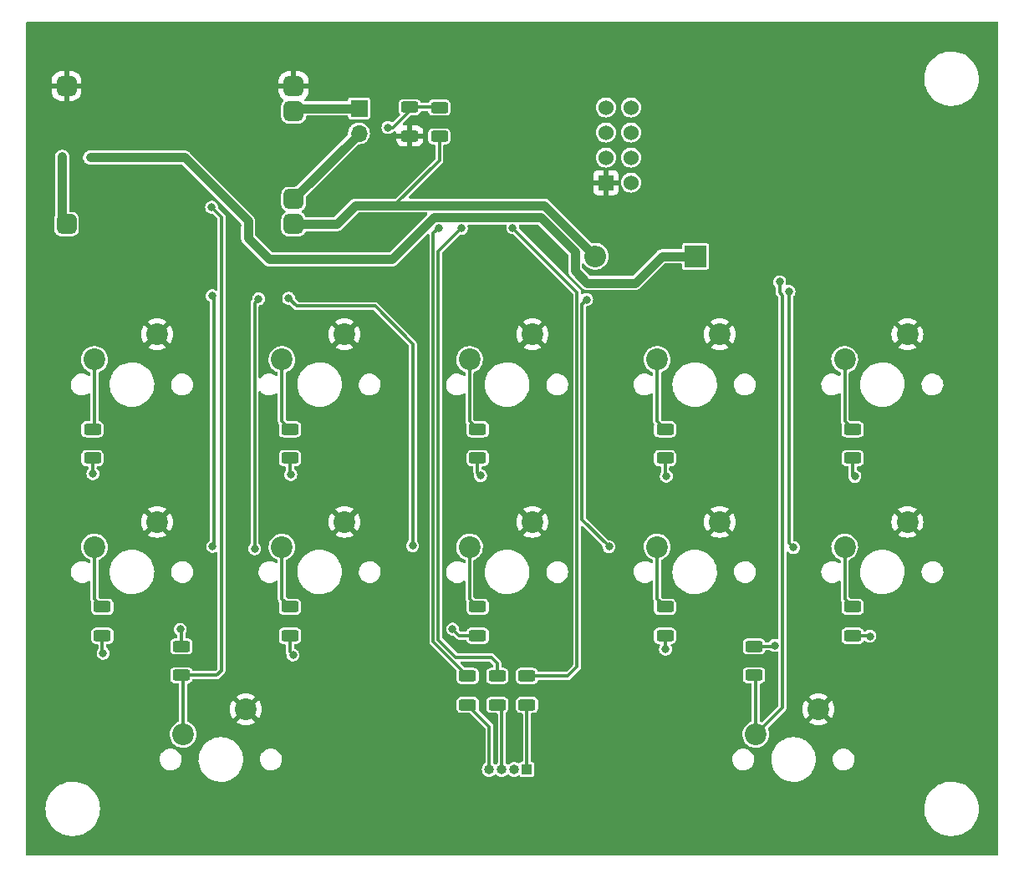
<source format=gbl>
%TF.GenerationSoftware,KiCad,Pcbnew,6.0.5-a6ca702e91~116~ubuntu22.04.1*%
%TF.CreationDate,2022-07-07T11:21:45+05:30*%
%TF.ProjectId,macro_pad,6d616372-6f5f-4706-9164-2e6b69636164,rev?*%
%TF.SameCoordinates,Original*%
%TF.FileFunction,Copper,L2,Bot*%
%TF.FilePolarity,Positive*%
%FSLAX46Y46*%
G04 Gerber Fmt 4.6, Leading zero omitted, Abs format (unit mm)*
G04 Created by KiCad (PCBNEW 6.0.5-a6ca702e91~116~ubuntu22.04.1) date 2022-07-07 11:21:45*
%MOMM*%
%LPD*%
G01*
G04 APERTURE LIST*
G04 Aperture macros list*
%AMRoundRect*
0 Rectangle with rounded corners*
0 $1 Rounding radius*
0 $2 $3 $4 $5 $6 $7 $8 $9 X,Y pos of 4 corners*
0 Add a 4 corners polygon primitive as box body*
4,1,4,$2,$3,$4,$5,$6,$7,$8,$9,$2,$3,0*
0 Add four circle primitives for the rounded corners*
1,1,$1+$1,$2,$3*
1,1,$1+$1,$4,$5*
1,1,$1+$1,$6,$7*
1,1,$1+$1,$8,$9*
0 Add four rect primitives between the rounded corners*
20,1,$1+$1,$2,$3,$4,$5,0*
20,1,$1+$1,$4,$5,$6,$7,0*
20,1,$1+$1,$6,$7,$8,$9,0*
20,1,$1+$1,$8,$9,$2,$3,0*%
G04 Aperture macros list end*
%TA.AperFunction,ComponentPad*%
%ADD10R,1.000000X1.000000*%
%TD*%
%TA.AperFunction,ComponentPad*%
%ADD11O,1.000000X1.000000*%
%TD*%
%TA.AperFunction,ComponentPad*%
%ADD12C,2.200000*%
%TD*%
%TA.AperFunction,ComponentPad*%
%ADD13R,2.200000X2.200000*%
%TD*%
%TA.AperFunction,ComponentPad*%
%ADD14O,2.200000X2.200000*%
%TD*%
%TA.AperFunction,ComponentPad*%
%ADD15R,1.700000X1.700000*%
%TD*%
%TA.AperFunction,ComponentPad*%
%ADD16O,1.700000X1.700000*%
%TD*%
%TA.AperFunction,SMDPad,CuDef*%
%ADD17RoundRect,0.250000X0.625000X-0.312500X0.625000X0.312500X-0.625000X0.312500X-0.625000X-0.312500X0*%
%TD*%
%TA.AperFunction,SMDPad,CuDef*%
%ADD18RoundRect,0.250000X-0.625000X0.312500X-0.625000X-0.312500X0.625000X-0.312500X0.625000X0.312500X0*%
%TD*%
%TA.AperFunction,SMDPad,CuDef*%
%ADD19RoundRect,0.500000X-0.500000X-0.500000X0.500000X-0.500000X0.500000X0.500000X-0.500000X0.500000X0*%
%TD*%
%TA.AperFunction,ComponentPad*%
%ADD20R,1.524000X1.524000*%
%TD*%
%TA.AperFunction,ComponentPad*%
%ADD21C,1.524000*%
%TD*%
%TA.AperFunction,ViaPad*%
%ADD22C,0.800000*%
%TD*%
%TA.AperFunction,Conductor*%
%ADD23C,0.900000*%
%TD*%
%TA.AperFunction,Conductor*%
%ADD24C,0.300000*%
%TD*%
G04 APERTURE END LIST*
D10*
%TO.P,D1,1,BK*%
%TO.N,Net-(R14-Pad1)*%
X147000000Y-152000000D03*
D11*
%TO.P,D1,2,A*%
%TO.N,+3V3*%
X145730000Y-152000000D03*
%TO.P,D1,3,GK*%
%TO.N,Net-(R13-Pad1)*%
X144460000Y-152000000D03*
%TO.P,D1,4,RK*%
%TO.N,Net-(R12-Pad1)*%
X143190000Y-152000000D03*
%TD*%
D12*
%TO.P,SW12,1,1*%
%TO.N,GND*%
X176540000Y-145920000D03*
%TO.P,SW12,2,2*%
%TO.N,SW12*%
X170190000Y-148460000D03*
%TD*%
%TO.P,SW6,1,1*%
%TO.N,GND*%
X109540000Y-126920000D03*
%TO.P,SW6,2,2*%
%TO.N,SW6*%
X103190000Y-129460000D03*
%TD*%
%TO.P,SW8,1,1*%
%TO.N,GND*%
X147540000Y-126920000D03*
%TO.P,SW8,2,2*%
%TO.N,SW8*%
X141190000Y-129460000D03*
%TD*%
%TO.P,SW1,1,1*%
%TO.N,GND*%
X109540000Y-107920000D03*
%TO.P,SW1,2,2*%
%TO.N,SW1*%
X103190000Y-110460000D03*
%TD*%
%TO.P,SW9,1,1*%
%TO.N,GND*%
X166540000Y-126920000D03*
%TO.P,SW9,2,2*%
%TO.N,SW9*%
X160190000Y-129460000D03*
%TD*%
D13*
%TO.P,D2,1,K*%
%TO.N,Net-(D2-Pad1)*%
X164080000Y-100000000D03*
D14*
%TO.P,D2,2,A*%
%TO.N,OUT+*%
X153920000Y-100000000D03*
%TD*%
D12*
%TO.P,SW2,1,1*%
%TO.N,GND*%
X128540000Y-107920000D03*
%TO.P,SW2,2,2*%
%TO.N,SW2*%
X122190000Y-110460000D03*
%TD*%
%TO.P,SW5,1,1*%
%TO.N,GND*%
X185540000Y-107920000D03*
%TO.P,SW5,2,2*%
%TO.N,SW5*%
X179190000Y-110460000D03*
%TD*%
%TO.P,SW11,1,1*%
%TO.N,GND*%
X118540000Y-145920000D03*
%TO.P,SW11,2,2*%
%TO.N,SW11*%
X112190000Y-148460000D03*
%TD*%
%TO.P,SW7,1,1*%
%TO.N,GND*%
X128540000Y-126920000D03*
%TO.P,SW7,2,2*%
%TO.N,SW7*%
X122190000Y-129460000D03*
%TD*%
%TO.P,SW3,1,1*%
%TO.N,GND*%
X147540000Y-107920000D03*
%TO.P,SW3,2,2*%
%TO.N,SW3*%
X141190000Y-110460000D03*
%TD*%
D15*
%TO.P,J1,1,Pin_1*%
%TO.N,B-*%
X130000000Y-85000000D03*
D16*
%TO.P,J1,2,Pin_2*%
%TO.N,B+*%
X130000000Y-87540000D03*
%TD*%
D12*
%TO.P,SW10,1,1*%
%TO.N,GND*%
X185540000Y-126920000D03*
%TO.P,SW10,2,2*%
%TO.N,SW10*%
X179190000Y-129460000D03*
%TD*%
%TO.P,SW4,1,1*%
%TO.N,GND*%
X166540000Y-107920000D03*
%TO.P,SW4,2,2*%
%TO.N,SW4*%
X160190000Y-110460000D03*
%TD*%
D17*
%TO.P,R6,1*%
%TO.N,+3V3*%
X104000000Y-138462500D03*
%TO.P,R6,2*%
%TO.N,SW6*%
X104000000Y-135537500D03*
%TD*%
D18*
%TO.P,R17,1*%
%TO.N,BAT_MEASURE*%
X135130000Y-84882500D03*
%TO.P,R17,2*%
%TO.N,GND*%
X135130000Y-87807500D03*
%TD*%
D17*
%TO.P,R3,1*%
%TO.N,+3V3*%
X142000000Y-120462500D03*
%TO.P,R3,2*%
%TO.N,SW3*%
X142000000Y-117537500D03*
%TD*%
%TO.P,R2,1*%
%TO.N,+3V3*%
X123000000Y-120462500D03*
%TO.P,R2,2*%
%TO.N,SW2*%
X123000000Y-117537500D03*
%TD*%
%TO.P,R7,1*%
%TO.N,+3V3*%
X123000000Y-138462500D03*
%TO.P,R7,2*%
%TO.N,SW7*%
X123000000Y-135537500D03*
%TD*%
D19*
%TO.P,U1,1,IN+*%
%TO.N,IN+*%
X100375000Y-96750000D03*
%TO.P,U1,2,IN-*%
%TO.N,GND*%
X100375000Y-82750000D03*
%TO.P,U1,3,OUT+*%
%TO.N,OUT+*%
X123375000Y-96750000D03*
%TO.P,U1,4,B+*%
%TO.N,B+*%
X123375000Y-94210000D03*
%TO.P,U1,5,B-*%
%TO.N,B-*%
X123375000Y-85290000D03*
%TO.P,U1,6,OUT-*%
%TO.N,GND*%
X123375000Y-82750000D03*
%TD*%
D17*
%TO.P,R16,1*%
%TO.N,OUT+*%
X138130000Y-87845000D03*
%TO.P,R16,2*%
%TO.N,BAT_MEASURE*%
X138130000Y-84920000D03*
%TD*%
D18*
%TO.P,R11,1*%
%TO.N,+3V3*%
X112000000Y-139537500D03*
%TO.P,R11,2*%
%TO.N,SW11*%
X112000000Y-142462500D03*
%TD*%
D17*
%TO.P,R8,1*%
%TO.N,+3V3*%
X142000000Y-138462500D03*
%TO.P,R8,2*%
%TO.N,SW8*%
X142000000Y-135537500D03*
%TD*%
%TO.P,R5,1*%
%TO.N,+3V3*%
X180000000Y-120462500D03*
%TO.P,R5,2*%
%TO.N,SW5*%
X180000000Y-117537500D03*
%TD*%
D18*
%TO.P,R15,1*%
%TO.N,+3V3*%
X170000000Y-139537500D03*
%TO.P,R15,2*%
%TO.N,SW12*%
X170000000Y-142462500D03*
%TD*%
D20*
%TO.P,U3,1,GND*%
%TO.N,GND*%
X155000000Y-92540000D03*
D21*
%TO.P,U3,2,VCC*%
%TO.N,+3V3*%
X157540000Y-92540000D03*
%TO.P,U3,3,CE*%
%TO.N,CE*%
X155000000Y-90000000D03*
%TO.P,U3,4,~{CSN}*%
%TO.N,~{CS}*%
X157540000Y-90000000D03*
%TO.P,U3,5,SCK*%
%TO.N,SCK*%
X155000000Y-87460000D03*
%TO.P,U3,6,MOSI*%
%TO.N,MOSI*%
X157540000Y-87460000D03*
%TO.P,U3,7,MISO*%
%TO.N,MISO*%
X155000000Y-84920000D03*
%TO.P,U3,8,IRQ*%
%TO.N,INT*%
X157540000Y-84920000D03*
%TD*%
D17*
%TO.P,R13,1*%
%TO.N,Net-(R13-Pad1)*%
X144000000Y-145462500D03*
%TO.P,R13,2*%
%TO.N,GREEN_CATHODE*%
X144000000Y-142537500D03*
%TD*%
%TO.P,R14,1*%
%TO.N,Net-(R14-Pad1)*%
X147000000Y-145462500D03*
%TO.P,R14,2*%
%TO.N,BLUE_CATHODE*%
X147000000Y-142537500D03*
%TD*%
%TO.P,R10,1*%
%TO.N,+3V3*%
X180000000Y-138462500D03*
%TO.P,R10,2*%
%TO.N,SW10*%
X180000000Y-135537500D03*
%TD*%
%TO.P,R1,1*%
%TO.N,+3V3*%
X103000000Y-120462500D03*
%TO.P,R1,2*%
%TO.N,SW1*%
X103000000Y-117537500D03*
%TD*%
%TO.P,R12,1*%
%TO.N,Net-(R12-Pad1)*%
X141000000Y-145462500D03*
%TO.P,R12,2*%
%TO.N,RED_CATHODE*%
X141000000Y-142537500D03*
%TD*%
%TO.P,R4,1*%
%TO.N,+3V3*%
X161000000Y-120462500D03*
%TO.P,R4,2*%
%TO.N,SW4*%
X161000000Y-117537500D03*
%TD*%
%TO.P,R9,1*%
%TO.N,+3V3*%
X161000000Y-138462500D03*
%TO.P,R9,2*%
%TO.N,SW9*%
X161000000Y-135537500D03*
%TD*%
D22*
%TO.N,+3V3*%
X123080000Y-122130000D03*
X181740000Y-138510000D03*
X142310000Y-122230000D03*
X104080000Y-140230000D03*
X172100000Y-139450000D03*
X103050000Y-122030000D03*
X161120000Y-122290000D03*
X139480000Y-137790000D03*
X180220000Y-122320000D03*
X123310000Y-140420000D03*
X111890000Y-137810000D03*
X161040000Y-139820000D03*
%TO.N,SW6*%
X115180000Y-129410000D03*
X115120000Y-104010000D03*
%TO.N,SW7*%
X119420000Y-129640000D03*
X119830000Y-104320000D03*
%TO.N,SW8*%
X135420000Y-129340000D03*
X122870000Y-104250000D03*
%TO.N,RED_CATHODE*%
X138090000Y-97119500D03*
%TO.N,GREEN_CATHODE*%
X140360000Y-97160000D03*
%TO.N,BLUE_CATHODE*%
X145570000Y-97119500D03*
%TO.N,GND*%
X104980000Y-96890000D03*
X130430000Y-96730000D03*
X117620000Y-82740000D03*
X104940000Y-82710000D03*
X144240000Y-82860000D03*
X117710000Y-96850000D03*
X130280000Y-77920000D03*
X142970000Y-97380000D03*
%TO.N,Net-(D2-Pad1)*%
X102760000Y-89990000D03*
%TO.N,SW9*%
X155320000Y-129440000D03*
X153050000Y-104390000D03*
%TO.N,SW10*%
X174000000Y-129510000D03*
X173540000Y-103570000D03*
%TO.N,SW11*%
X115070000Y-95040000D03*
%TO.N,SW12*%
X172600000Y-102602450D03*
%TO.N,IN+*%
X99940000Y-89900000D03*
%TO.N,BAT_MEASURE*%
X132930000Y-86960000D03*
%TD*%
D23*
%TO.N,Net-(D2-Pad1)*%
X102760000Y-89990000D02*
X112334234Y-89990000D01*
X112334234Y-89990000D02*
X118759511Y-96415277D01*
X148435044Y-96070000D02*
X151870000Y-99504956D01*
X118759511Y-96415277D02*
X118759511Y-98189511D01*
X151870000Y-101480000D02*
X153090000Y-102700000D01*
X118759511Y-98189511D02*
X120890000Y-100320000D01*
X120890000Y-100320000D02*
X133350000Y-100320000D01*
X133350000Y-100320000D02*
X137600000Y-96070000D01*
X153090000Y-102700000D02*
X157980000Y-102700000D01*
X137600000Y-96070000D02*
X148435044Y-96070000D01*
X151870000Y-99504956D02*
X151870000Y-101480000D01*
X157980000Y-102700000D02*
X160680000Y-100000000D01*
X160680000Y-100000000D02*
X164080000Y-100000000D01*
D24*
%TO.N,Net-(R14-Pad1)*%
X147000000Y-152000000D02*
X147000000Y-145642500D01*
X147000000Y-145642500D02*
X146910000Y-145552500D01*
%TO.N,Net-(R13-Pad1)*%
X144000000Y-145462500D02*
X144460000Y-145922500D01*
X144460000Y-145922500D02*
X144460000Y-152000000D01*
%TO.N,Net-(R12-Pad1)*%
X141000000Y-145462500D02*
X143190000Y-147652500D01*
X143190000Y-147652500D02*
X143190000Y-152000000D01*
%TO.N,+3V3*%
X112000000Y-137920000D02*
X111890000Y-137810000D01*
X180000000Y-138462500D02*
X181692500Y-138462500D01*
X161000000Y-139780000D02*
X161040000Y-139820000D01*
X161000000Y-138462500D02*
X161000000Y-139780000D01*
X142000000Y-120462500D02*
X142000000Y-121920000D01*
X123000000Y-122050000D02*
X123080000Y-122130000D01*
X123000000Y-140110000D02*
X123310000Y-140420000D01*
X112000000Y-139537500D02*
X112000000Y-137920000D01*
X170000000Y-139537500D02*
X172012500Y-139537500D01*
X104000000Y-138462500D02*
X104000000Y-140150000D01*
X180000000Y-120462500D02*
X180000000Y-122100000D01*
X172012500Y-139537500D02*
X172100000Y-139450000D01*
X161000000Y-120462500D02*
X161000000Y-122170000D01*
X123000000Y-120462500D02*
X123000000Y-122050000D01*
X103000000Y-120462500D02*
X103000000Y-121980000D01*
X140152500Y-138462500D02*
X139480000Y-137790000D01*
X142000000Y-138462500D02*
X140152500Y-138462500D01*
X180000000Y-122100000D02*
X180220000Y-122320000D01*
X104000000Y-140150000D02*
X104080000Y-140230000D01*
X181692500Y-138462500D02*
X181740000Y-138510000D01*
X142000000Y-121920000D02*
X142310000Y-122230000D01*
X161000000Y-122170000D02*
X161120000Y-122290000D01*
X103000000Y-121980000D02*
X103050000Y-122030000D01*
X123000000Y-138462500D02*
X123000000Y-140110000D01*
%TO.N,SW1*%
X103190000Y-117347500D02*
X103190000Y-110460000D01*
X103000000Y-117537500D02*
X103190000Y-117347500D01*
%TO.N,SW2*%
X122190000Y-116727500D02*
X122190000Y-110460000D01*
X123000000Y-117537500D02*
X122190000Y-116727500D01*
%TO.N,SW3*%
X142000000Y-117537500D02*
X141190000Y-116727500D01*
X141190000Y-116727500D02*
X141190000Y-110460000D01*
%TO.N,SW4*%
X160190000Y-116727500D02*
X160190000Y-110460000D01*
X161000000Y-117537500D02*
X160190000Y-116727500D01*
%TO.N,SW5*%
X180000000Y-117537500D02*
X179190000Y-116727500D01*
X179190000Y-116727500D02*
X179190000Y-110460000D01*
%TO.N,SW6*%
X103190000Y-134727500D02*
X103190000Y-129460000D01*
X115320000Y-104210000D02*
X115320000Y-129270000D01*
X104000000Y-135537500D02*
X103190000Y-134727500D01*
X115120000Y-104010000D02*
X115320000Y-104210000D01*
X115320000Y-129270000D02*
X115180000Y-129410000D01*
%TO.N,SW7*%
X119830000Y-104320000D02*
X119420000Y-104730000D01*
X123000000Y-135537500D02*
X122190000Y-134727500D01*
X119420000Y-104730000D02*
X119420000Y-129640000D01*
X122190000Y-134727500D02*
X122190000Y-129460000D01*
%TO.N,SW8*%
X142000000Y-135537500D02*
X141190000Y-134727500D01*
X141190000Y-134727500D02*
X141190000Y-129460000D01*
X131610000Y-105050000D02*
X135440000Y-108880000D01*
X135440000Y-108880000D02*
X135440000Y-129318204D01*
X123670000Y-105050000D02*
X131610000Y-105050000D01*
X135440000Y-129318204D02*
X135420000Y-129340000D01*
X122870000Y-104250000D02*
X123670000Y-105050000D01*
X135420000Y-129340000D02*
X135417264Y-129340940D01*
%TO.N,RED_CATHODE*%
X137530000Y-139067500D02*
X141000000Y-142537500D01*
X138090000Y-97119500D02*
X137530000Y-97679500D01*
X137530000Y-97679500D02*
X137530000Y-139067500D01*
%TO.N,GREEN_CATHODE*%
X138029520Y-99490480D02*
X138029520Y-138860592D01*
X144000000Y-141260000D02*
X144000000Y-142537500D01*
X138029520Y-138860592D02*
X139818928Y-140650000D01*
X140360000Y-97160000D02*
X138029520Y-99490480D01*
X139818928Y-140650000D02*
X143390000Y-140650000D01*
X143390000Y-140650000D02*
X144000000Y-141260000D01*
%TO.N,BLUE_CATHODE*%
X145570000Y-97119500D02*
X152080480Y-103629980D01*
X152080480Y-103629980D02*
X152080480Y-141619520D01*
X152080480Y-141619520D02*
X151162500Y-142537500D01*
X151162500Y-142537500D02*
X147000000Y-142537500D01*
D23*
%TO.N,OUT+*%
X127750000Y-96750000D02*
X129650000Y-94850000D01*
D24*
X133540000Y-94890000D02*
X138130000Y-90300000D01*
D23*
X129650000Y-94850000D02*
X148770000Y-94850000D01*
X148770000Y-94850000D02*
X153920000Y-100000000D01*
D24*
X123375000Y-96750000D02*
X123445000Y-96820000D01*
X138130000Y-90300000D02*
X138130000Y-87845000D01*
D23*
X123375000Y-96750000D02*
X127750000Y-96750000D01*
D24*
X123445000Y-96820000D02*
X127800000Y-96820000D01*
X129730000Y-94890000D02*
X133540000Y-94890000D01*
X127800000Y-96820000D02*
X129730000Y-94890000D01*
%TO.N,SW9*%
X161000000Y-135537500D02*
X160190000Y-134727500D01*
X152580000Y-104860000D02*
X152580000Y-126700000D01*
X153050000Y-104390000D02*
X152580000Y-104860000D01*
X160190000Y-134727500D02*
X160190000Y-129460000D01*
X152580000Y-126700000D02*
X155320000Y-129440000D01*
%TO.N,SW10*%
X180000000Y-135537500D02*
X179190000Y-134727500D01*
X173540000Y-103570000D02*
X173540000Y-129050000D01*
X179190000Y-134727500D02*
X179190000Y-129460000D01*
X173540000Y-129050000D02*
X174000000Y-129510000D01*
%TO.N,SW11*%
X112190000Y-142652500D02*
X112190000Y-148460000D01*
X112000000Y-142462500D02*
X112190000Y-142652500D01*
X116069511Y-96039511D02*
X116069511Y-141980489D01*
X115587500Y-142462500D02*
X112000000Y-142462500D01*
X115070000Y-95040000D02*
X116069511Y-96039511D01*
X116069511Y-141980489D02*
X115587500Y-142462500D01*
%TO.N,SW12*%
X170190000Y-142652500D02*
X170000000Y-142462500D01*
X172600000Y-102602450D02*
X172600000Y-103689970D01*
X172890000Y-145760000D02*
X170190000Y-148460000D01*
X172600000Y-103689970D02*
X172890000Y-103979970D01*
X172890000Y-103979970D02*
X172890000Y-145760000D01*
X170190000Y-148460000D02*
X170190000Y-142652500D01*
D23*
%TO.N,IN+*%
X99940000Y-96315000D02*
X100375000Y-96750000D01*
X99940000Y-89900000D02*
X99940000Y-96315000D01*
%TO.N,B+*%
X123375000Y-94165000D02*
X123375000Y-94210000D01*
X130000000Y-87540000D02*
X123375000Y-94165000D01*
%TO.N,B-*%
X130000000Y-85000000D02*
X123665000Y-85000000D01*
X123665000Y-85000000D02*
X123375000Y-85290000D01*
D24*
%TO.N,BAT_MEASURE*%
X132930000Y-86960000D02*
X133440000Y-86960000D01*
X135130000Y-85270000D02*
X135130000Y-84882500D01*
X138092500Y-84882500D02*
X138130000Y-84920000D01*
X135130000Y-84882500D02*
X138092500Y-84882500D01*
X133440000Y-86960000D02*
X135130000Y-85270000D01*
%TD*%
%TA.AperFunction,Conductor*%
%TO.N,GND*%
G36*
X194687621Y-76274502D02*
G01*
X194734114Y-76328158D01*
X194745500Y-76380500D01*
X194745500Y-160619500D01*
X194725498Y-160687621D01*
X194671842Y-160734114D01*
X194619500Y-160745500D01*
X96380500Y-160745500D01*
X96312379Y-160725498D01*
X96265886Y-160671842D01*
X96254500Y-160619500D01*
X96254500Y-155985551D01*
X98240503Y-155985551D01*
X98258753Y-156317173D01*
X98316711Y-156644201D01*
X98413538Y-156961897D01*
X98547830Y-157265659D01*
X98717642Y-157551089D01*
X98920515Y-157814050D01*
X98923174Y-157816751D01*
X98923180Y-157816758D01*
X99150845Y-158048026D01*
X99153511Y-158050734D01*
X99156478Y-158053098D01*
X99156481Y-158053101D01*
X99180567Y-158072294D01*
X99413253Y-158257713D01*
X99695980Y-158431988D01*
X99997596Y-158571035D01*
X100230025Y-158645883D01*
X100310123Y-158671677D01*
X100310126Y-158671678D01*
X100313732Y-158672839D01*
X100317448Y-158673558D01*
X100317456Y-158673560D01*
X100636090Y-158735208D01*
X100636096Y-158735209D01*
X100639808Y-158735927D01*
X100643584Y-158736194D01*
X100643589Y-158736195D01*
X100742608Y-158743206D01*
X100902124Y-158754500D01*
X101083519Y-158754500D01*
X101085385Y-158754388D01*
X101085402Y-158754387D01*
X101327744Y-158739777D01*
X101327748Y-158739777D01*
X101331522Y-158739549D01*
X101335244Y-158738869D01*
X101335246Y-158738869D01*
X101654519Y-158680559D01*
X101654523Y-158680558D01*
X101658241Y-158679879D01*
X101661848Y-158678759D01*
X101661852Y-158678758D01*
X101764726Y-158646815D01*
X101975426Y-158581391D01*
X101978877Y-158579843D01*
X101978884Y-158579841D01*
X102138728Y-158508172D01*
X102278482Y-158445510D01*
X102563018Y-158274205D01*
X102566002Y-158271878D01*
X102566009Y-158271873D01*
X102821918Y-158072294D01*
X102821921Y-158072292D01*
X102824913Y-158069958D01*
X103060374Y-157835726D01*
X103265990Y-157574904D01*
X103438782Y-157291269D01*
X103493622Y-157170654D01*
X103574679Y-156992381D01*
X103574682Y-156992373D01*
X103576248Y-156988929D01*
X103676396Y-156672264D01*
X103737775Y-156345861D01*
X103759497Y-156014449D01*
X103757907Y-155985551D01*
X187240503Y-155985551D01*
X187258753Y-156317173D01*
X187316711Y-156644201D01*
X187413538Y-156961897D01*
X187547830Y-157265659D01*
X187717642Y-157551089D01*
X187920515Y-157814050D01*
X187923174Y-157816751D01*
X187923180Y-157816758D01*
X188150845Y-158048026D01*
X188153511Y-158050734D01*
X188156478Y-158053098D01*
X188156481Y-158053101D01*
X188180567Y-158072294D01*
X188413253Y-158257713D01*
X188695980Y-158431988D01*
X188997596Y-158571035D01*
X189230025Y-158645883D01*
X189310123Y-158671677D01*
X189310126Y-158671678D01*
X189313732Y-158672839D01*
X189317448Y-158673558D01*
X189317456Y-158673560D01*
X189636090Y-158735208D01*
X189636096Y-158735209D01*
X189639808Y-158735927D01*
X189643584Y-158736194D01*
X189643589Y-158736195D01*
X189742608Y-158743206D01*
X189902124Y-158754500D01*
X190083519Y-158754500D01*
X190085385Y-158754388D01*
X190085402Y-158754387D01*
X190327744Y-158739777D01*
X190327748Y-158739777D01*
X190331522Y-158739549D01*
X190335244Y-158738869D01*
X190335246Y-158738869D01*
X190654519Y-158680559D01*
X190654523Y-158680558D01*
X190658241Y-158679879D01*
X190661848Y-158678759D01*
X190661852Y-158678758D01*
X190764726Y-158646815D01*
X190975426Y-158581391D01*
X190978877Y-158579843D01*
X190978884Y-158579841D01*
X191138728Y-158508172D01*
X191278482Y-158445510D01*
X191563018Y-158274205D01*
X191566002Y-158271878D01*
X191566009Y-158271873D01*
X191821918Y-158072294D01*
X191821921Y-158072292D01*
X191824913Y-158069958D01*
X192060374Y-157835726D01*
X192265990Y-157574904D01*
X192438782Y-157291269D01*
X192493622Y-157170654D01*
X192574679Y-156992381D01*
X192574682Y-156992373D01*
X192576248Y-156988929D01*
X192676396Y-156672264D01*
X192737775Y-156345861D01*
X192759497Y-156014449D01*
X192741247Y-155682827D01*
X192683289Y-155355799D01*
X192586462Y-155038103D01*
X192452170Y-154734341D01*
X192282358Y-154448911D01*
X192079485Y-154185950D01*
X192076826Y-154183249D01*
X192076820Y-154183242D01*
X191849155Y-153951974D01*
X191849153Y-153951972D01*
X191846489Y-153949266D01*
X191822365Y-153930042D01*
X191589715Y-153744652D01*
X191589714Y-153744651D01*
X191586747Y-153742287D01*
X191304020Y-153568012D01*
X191002404Y-153428965D01*
X190769975Y-153354117D01*
X190689877Y-153328323D01*
X190689874Y-153328322D01*
X190686268Y-153327161D01*
X190682552Y-153326442D01*
X190682544Y-153326440D01*
X190363910Y-153264792D01*
X190363904Y-153264791D01*
X190360192Y-153264073D01*
X190356416Y-153263806D01*
X190356411Y-153263805D01*
X190257392Y-153256794D01*
X190097876Y-153245500D01*
X189916481Y-153245500D01*
X189914615Y-153245612D01*
X189914598Y-153245613D01*
X189672256Y-153260223D01*
X189672252Y-153260223D01*
X189668478Y-153260451D01*
X189664756Y-153261131D01*
X189664754Y-153261131D01*
X189345481Y-153319441D01*
X189345477Y-153319442D01*
X189341759Y-153320121D01*
X189338152Y-153321241D01*
X189338148Y-153321242D01*
X189235274Y-153353185D01*
X189024574Y-153418609D01*
X189021123Y-153420157D01*
X189021116Y-153420159D01*
X188861272Y-153491828D01*
X188721518Y-153554490D01*
X188436982Y-153725795D01*
X188433998Y-153728122D01*
X188433991Y-153728127D01*
X188178082Y-153927706D01*
X188175087Y-153930042D01*
X187939626Y-154164274D01*
X187734010Y-154425096D01*
X187561218Y-154708731D01*
X187559652Y-154712176D01*
X187425321Y-155007619D01*
X187425318Y-155007627D01*
X187423752Y-155011071D01*
X187323604Y-155327736D01*
X187262225Y-155654139D01*
X187240503Y-155985551D01*
X103757907Y-155985551D01*
X103741247Y-155682827D01*
X103683289Y-155355799D01*
X103586462Y-155038103D01*
X103452170Y-154734341D01*
X103282358Y-154448911D01*
X103079485Y-154185950D01*
X103076826Y-154183249D01*
X103076820Y-154183242D01*
X102849155Y-153951974D01*
X102849153Y-153951972D01*
X102846489Y-153949266D01*
X102822365Y-153930042D01*
X102589715Y-153744652D01*
X102589714Y-153744651D01*
X102586747Y-153742287D01*
X102304020Y-153568012D01*
X102002404Y-153428965D01*
X101769975Y-153354117D01*
X101689877Y-153328323D01*
X101689874Y-153328322D01*
X101686268Y-153327161D01*
X101682552Y-153326442D01*
X101682544Y-153326440D01*
X101363910Y-153264792D01*
X101363904Y-153264791D01*
X101360192Y-153264073D01*
X101356416Y-153263806D01*
X101356411Y-153263805D01*
X101257392Y-153256794D01*
X101097876Y-153245500D01*
X100916481Y-153245500D01*
X100914615Y-153245612D01*
X100914598Y-153245613D01*
X100672256Y-153260223D01*
X100672252Y-153260223D01*
X100668478Y-153260451D01*
X100664756Y-153261131D01*
X100664754Y-153261131D01*
X100345481Y-153319441D01*
X100345477Y-153319442D01*
X100341759Y-153320121D01*
X100338152Y-153321241D01*
X100338148Y-153321242D01*
X100235274Y-153353185D01*
X100024574Y-153418609D01*
X100021123Y-153420157D01*
X100021116Y-153420159D01*
X99861272Y-153491828D01*
X99721518Y-153554490D01*
X99436982Y-153725795D01*
X99433998Y-153728122D01*
X99433991Y-153728127D01*
X99178082Y-153927706D01*
X99175087Y-153930042D01*
X98939626Y-154164274D01*
X98734010Y-154425096D01*
X98561218Y-154708731D01*
X98559652Y-154712176D01*
X98425321Y-155007619D01*
X98425318Y-155007627D01*
X98423752Y-155011071D01*
X98323604Y-155327736D01*
X98262225Y-155654139D01*
X98240503Y-155985551D01*
X96254500Y-155985551D01*
X96254500Y-150945800D01*
X109811801Y-150945800D01*
X109821545Y-151156333D01*
X109822949Y-151162158D01*
X109864628Y-151335100D01*
X109870924Y-151361226D01*
X109873406Y-151366684D01*
X109873407Y-151366688D01*
X109912529Y-151452731D01*
X109958157Y-151553084D01*
X110080096Y-151724986D01*
X110232340Y-151870728D01*
X110237375Y-151873979D01*
X110404360Y-151981800D01*
X110404363Y-151981801D01*
X110409397Y-151985052D01*
X110604878Y-152063834D01*
X110727688Y-152087817D01*
X110807283Y-152103361D01*
X110807286Y-152103361D01*
X110811729Y-152104229D01*
X110817270Y-152104500D01*
X110972659Y-152104500D01*
X111129806Y-152089507D01*
X111332042Y-152030177D01*
X111415304Y-151987294D01*
X111514079Y-151936422D01*
X111514082Y-151936420D01*
X111519410Y-151933676D01*
X111595408Y-151873979D01*
X111680432Y-151807192D01*
X111680436Y-151807188D01*
X111685149Y-151803486D01*
X111749674Y-151729128D01*
X111819350Y-151648835D01*
X111819354Y-151648830D01*
X111823281Y-151644304D01*
X111928819Y-151461874D01*
X111997957Y-151262778D01*
X112000473Y-151245429D01*
X112027338Y-151060140D01*
X112027338Y-151060137D01*
X112028199Y-151054200D01*
X112027881Y-151047320D01*
X113740950Y-151047320D01*
X113741313Y-151051468D01*
X113741313Y-151051472D01*
X113762512Y-151293774D01*
X113767053Y-151345679D01*
X113767963Y-151349751D01*
X113767964Y-151349756D01*
X113831474Y-151633885D01*
X113832386Y-151637964D01*
X113935802Y-151919040D01*
X113937749Y-151922733D01*
X113937750Y-151922735D01*
X113968892Y-151981800D01*
X114075484Y-152183970D01*
X114077904Y-152187375D01*
X114246553Y-152424689D01*
X114246558Y-152424695D01*
X114248977Y-152428099D01*
X114251821Y-152431148D01*
X114251826Y-152431155D01*
X114441115Y-152634142D01*
X114453234Y-152647138D01*
X114684666Y-152837239D01*
X114688223Y-152839445D01*
X114688228Y-152839448D01*
X114833686Y-152929635D01*
X114939207Y-152995061D01*
X115212385Y-153117832D01*
X115387023Y-153169894D01*
X115495402Y-153202203D01*
X115495404Y-153202203D01*
X115499401Y-153203395D01*
X115503521Y-153204048D01*
X115503523Y-153204048D01*
X115622200Y-153222844D01*
X115795212Y-153250247D01*
X115837480Y-153252166D01*
X115887455Y-153254436D01*
X115887474Y-153254436D01*
X115888874Y-153254500D01*
X116075971Y-153254500D01*
X116298839Y-153239697D01*
X116592429Y-153180499D01*
X116875609Y-153082992D01*
X116879342Y-153081123D01*
X116879346Y-153081121D01*
X117139663Y-152950764D01*
X117139665Y-152950763D01*
X117143407Y-152948889D01*
X117391115Y-152780547D01*
X117614384Y-152580922D01*
X117809289Y-152353521D01*
X117972408Y-152102341D01*
X117979305Y-152087817D01*
X118099077Y-151835576D01*
X118100873Y-151831794D01*
X118106317Y-151814840D01*
X118191148Y-151550621D01*
X118191148Y-151550620D01*
X118192428Y-151546634D01*
X118217621Y-151406617D01*
X118244725Y-151255978D01*
X118244726Y-151255973D01*
X118245464Y-151251869D01*
X118245699Y-151246709D01*
X118258861Y-150956850D01*
X118258861Y-150956845D01*
X118259050Y-150952680D01*
X118258448Y-150945800D01*
X119971801Y-150945800D01*
X119981545Y-151156333D01*
X119982949Y-151162158D01*
X120024628Y-151335100D01*
X120030924Y-151361226D01*
X120033406Y-151366684D01*
X120033407Y-151366688D01*
X120072529Y-151452731D01*
X120118157Y-151553084D01*
X120240096Y-151724986D01*
X120392340Y-151870728D01*
X120397375Y-151873979D01*
X120564360Y-151981800D01*
X120564363Y-151981801D01*
X120569397Y-151985052D01*
X120764878Y-152063834D01*
X120887688Y-152087817D01*
X120967283Y-152103361D01*
X120967286Y-152103361D01*
X120971729Y-152104229D01*
X120977270Y-152104500D01*
X121132659Y-152104500D01*
X121289806Y-152089507D01*
X121492042Y-152030177D01*
X121575304Y-151987294D01*
X121674079Y-151936422D01*
X121674082Y-151936420D01*
X121679410Y-151933676D01*
X121755408Y-151873979D01*
X121840432Y-151807192D01*
X121840436Y-151807188D01*
X121845149Y-151803486D01*
X121909674Y-151729128D01*
X121979350Y-151648835D01*
X121979354Y-151648830D01*
X121983281Y-151644304D01*
X122088819Y-151461874D01*
X122157957Y-151262778D01*
X122160473Y-151245429D01*
X122187338Y-151060140D01*
X122187338Y-151060137D01*
X122188199Y-151054200D01*
X122178455Y-150843667D01*
X122154233Y-150743158D01*
X122130482Y-150644607D01*
X122130481Y-150644605D01*
X122129076Y-150638774D01*
X122041843Y-150446916D01*
X121919904Y-150275014D01*
X121767660Y-150129272D01*
X121665918Y-150063578D01*
X121595640Y-150018200D01*
X121595637Y-150018199D01*
X121590603Y-150014948D01*
X121395122Y-149936166D01*
X121260739Y-149909923D01*
X121192717Y-149896639D01*
X121192714Y-149896639D01*
X121188271Y-149895771D01*
X121182730Y-149895500D01*
X121027341Y-149895500D01*
X120870194Y-149910493D01*
X120667958Y-149969823D01*
X120662619Y-149972573D01*
X120485921Y-150063578D01*
X120485918Y-150063580D01*
X120480590Y-150066324D01*
X120475875Y-150070028D01*
X120319568Y-150192808D01*
X120319564Y-150192812D01*
X120314851Y-150196514D01*
X120310920Y-150201044D01*
X120310919Y-150201045D01*
X120180650Y-150351165D01*
X120180646Y-150351170D01*
X120176719Y-150355696D01*
X120071181Y-150538126D01*
X120002043Y-150737222D01*
X119971801Y-150945800D01*
X118258448Y-150945800D01*
X118257929Y-150939860D01*
X118233311Y-150658482D01*
X118232947Y-150654321D01*
X118208242Y-150543794D01*
X118168526Y-150366115D01*
X118168525Y-150366112D01*
X118167614Y-150362036D01*
X118064198Y-150080960D01*
X118055034Y-150063578D01*
X117926463Y-149819723D01*
X117924516Y-149816030D01*
X117882393Y-149756757D01*
X117753447Y-149575311D01*
X117753442Y-149575305D01*
X117751023Y-149571901D01*
X117748179Y-149568852D01*
X117748174Y-149568845D01*
X117549616Y-149355918D01*
X117549614Y-149355916D01*
X117546766Y-149352862D01*
X117315334Y-149162761D01*
X117311777Y-149160555D01*
X117311772Y-149160552D01*
X117132237Y-149049236D01*
X117060793Y-149004939D01*
X116787615Y-148882168D01*
X116612977Y-148830106D01*
X116504598Y-148797797D01*
X116504596Y-148797797D01*
X116500599Y-148796605D01*
X116496479Y-148795952D01*
X116496477Y-148795952D01*
X116276619Y-148761130D01*
X116204788Y-148749753D01*
X116162520Y-148747834D01*
X116112545Y-148745564D01*
X116112526Y-148745564D01*
X116111126Y-148745500D01*
X115924029Y-148745500D01*
X115701161Y-148760303D01*
X115407571Y-148819501D01*
X115124391Y-148917008D01*
X115120658Y-148918877D01*
X115120654Y-148918879D01*
X114944389Y-149007146D01*
X114856593Y-149051111D01*
X114608885Y-149219453D01*
X114385616Y-149419078D01*
X114190711Y-149646479D01*
X114188437Y-149649981D01*
X114085462Y-149808548D01*
X114027592Y-149897659D01*
X114025798Y-149901437D01*
X114025797Y-149901439D01*
X114008243Y-149938408D01*
X113899127Y-150168206D01*
X113897848Y-150172189D01*
X113897847Y-150172192D01*
X113863266Y-150279900D01*
X113807572Y-150453366D01*
X113806831Y-150457485D01*
X113755431Y-150743158D01*
X113754536Y-150748131D01*
X113754347Y-150752298D01*
X113754346Y-150752305D01*
X113745058Y-150956850D01*
X113740950Y-151047320D01*
X112027881Y-151047320D01*
X112018455Y-150843667D01*
X111994233Y-150743158D01*
X111970482Y-150644607D01*
X111970481Y-150644605D01*
X111969076Y-150638774D01*
X111881843Y-150446916D01*
X111759904Y-150275014D01*
X111607660Y-150129272D01*
X111505918Y-150063578D01*
X111435640Y-150018200D01*
X111435637Y-150018199D01*
X111430603Y-150014948D01*
X111235122Y-149936166D01*
X111100739Y-149909923D01*
X111032717Y-149896639D01*
X111032714Y-149896639D01*
X111028271Y-149895771D01*
X111022730Y-149895500D01*
X110867341Y-149895500D01*
X110710194Y-149910493D01*
X110507958Y-149969823D01*
X110502619Y-149972573D01*
X110325921Y-150063578D01*
X110325918Y-150063580D01*
X110320590Y-150066324D01*
X110315875Y-150070028D01*
X110159568Y-150192808D01*
X110159564Y-150192812D01*
X110154851Y-150196514D01*
X110150920Y-150201044D01*
X110150919Y-150201045D01*
X110020650Y-150351165D01*
X110020646Y-150351170D01*
X110016719Y-150355696D01*
X109911181Y-150538126D01*
X109842043Y-150737222D01*
X109811801Y-150945800D01*
X96254500Y-150945800D01*
X96254500Y-148426793D01*
X110831264Y-148426793D01*
X110831561Y-148431946D01*
X110831561Y-148431949D01*
X110836813Y-148523041D01*
X110844085Y-148649156D01*
X110845222Y-148654202D01*
X110845223Y-148654208D01*
X110876077Y-148791116D01*
X110893052Y-148866439D01*
X110894994Y-148871221D01*
X110894995Y-148871225D01*
X110948594Y-149003224D01*
X110976849Y-149072807D01*
X111093226Y-149262717D01*
X111239058Y-149431070D01*
X111410428Y-149573344D01*
X111602734Y-149685718D01*
X111810811Y-149765175D01*
X111815879Y-149766206D01*
X111815882Y-149766207D01*
X111922778Y-149787955D01*
X112029072Y-149809581D01*
X112034247Y-149809771D01*
X112034249Y-149809771D01*
X112246491Y-149817554D01*
X112246495Y-149817554D01*
X112251655Y-149817743D01*
X112256775Y-149817087D01*
X112256777Y-149817087D01*
X112327642Y-149808009D01*
X112472582Y-149789441D01*
X112477531Y-149787956D01*
X112477537Y-149787955D01*
X112680969Y-149726922D01*
X112680968Y-149726922D01*
X112685919Y-149725437D01*
X112885939Y-149627448D01*
X112890144Y-149624448D01*
X112890150Y-149624445D01*
X113063065Y-149501106D01*
X113063067Y-149501104D01*
X113067269Y-149498107D01*
X113225039Y-149340887D01*
X113355012Y-149160010D01*
X113398111Y-149072807D01*
X113451404Y-148964976D01*
X113451405Y-148964974D01*
X113453698Y-148960334D01*
X113518447Y-148747220D01*
X113547519Y-148526394D01*
X113549142Y-148460000D01*
X113530892Y-148238017D01*
X113476631Y-148021995D01*
X113424699Y-147902559D01*
X113389877Y-147822473D01*
X113389875Y-147822470D01*
X113387817Y-147817736D01*
X113366249Y-147784397D01*
X113269645Y-147635070D01*
X113269640Y-147635064D01*
X113266834Y-147630726D01*
X113228352Y-147588434D01*
X113120411Y-147469808D01*
X113120409Y-147469806D01*
X113116933Y-147465986D01*
X113112882Y-147462787D01*
X113112878Y-147462783D01*
X112989807Y-147365588D01*
X112942138Y-147327942D01*
X112756366Y-147225390D01*
X117599440Y-147225390D01*
X117605167Y-147233040D01*
X117803506Y-147354583D01*
X117812300Y-147359064D01*
X118036991Y-147452134D01*
X118046376Y-147455183D01*
X118282863Y-147511959D01*
X118292610Y-147513502D01*
X118535070Y-147532584D01*
X118544930Y-147532584D01*
X118787390Y-147513502D01*
X118797137Y-147511959D01*
X119033624Y-147455183D01*
X119043009Y-147452134D01*
X119267700Y-147359064D01*
X119276494Y-147354583D01*
X119471167Y-147235287D01*
X119480627Y-147224830D01*
X119476844Y-147216054D01*
X118552812Y-146292022D01*
X118538868Y-146284408D01*
X118537035Y-146284539D01*
X118530420Y-146288790D01*
X117606200Y-147213010D01*
X117599440Y-147225390D01*
X112756366Y-147225390D01*
X112747144Y-147220299D01*
X112742264Y-147218571D01*
X112742262Y-147218570D01*
X112678441Y-147195970D01*
X112620904Y-147154376D01*
X112594988Y-147088279D01*
X112594500Y-147077197D01*
X112594500Y-145924930D01*
X116927416Y-145924930D01*
X116946498Y-146167390D01*
X116948041Y-146177137D01*
X117004817Y-146413624D01*
X117007866Y-146423009D01*
X117100936Y-146647700D01*
X117105417Y-146656494D01*
X117224713Y-146851167D01*
X117235170Y-146860627D01*
X117243946Y-146856844D01*
X118167978Y-145932812D01*
X118174356Y-145921132D01*
X118904408Y-145921132D01*
X118904539Y-145922965D01*
X118908790Y-145929580D01*
X119833010Y-146853800D01*
X119845390Y-146860560D01*
X119853040Y-146854833D01*
X119974583Y-146656494D01*
X119979064Y-146647700D01*
X120072134Y-146423009D01*
X120075183Y-146413624D01*
X120131959Y-146177137D01*
X120133502Y-146167390D01*
X120152584Y-145924930D01*
X120152584Y-145915070D01*
X120145319Y-145822756D01*
X139870500Y-145822756D01*
X139877202Y-145884448D01*
X139879973Y-145891840D01*
X139879974Y-145891843D01*
X139888757Y-145915272D01*
X139927929Y-146019764D01*
X139933309Y-146026943D01*
X139933311Y-146026946D01*
X139939716Y-146035492D01*
X140014596Y-146135404D01*
X140021776Y-146140785D01*
X140123054Y-146216689D01*
X140123057Y-146216691D01*
X140130236Y-146222071D01*
X140219954Y-146255704D01*
X140258157Y-146270026D01*
X140258159Y-146270026D01*
X140265552Y-146272798D01*
X140273402Y-146273651D01*
X140273403Y-146273651D01*
X140323847Y-146279131D01*
X140327244Y-146279500D01*
X141192760Y-146279500D01*
X141260881Y-146299502D01*
X141281855Y-146316405D01*
X142748595Y-147783144D01*
X142782620Y-147845456D01*
X142785500Y-147872239D01*
X142785500Y-151292535D01*
X142765498Y-151360656D01*
X142733116Y-151392406D01*
X142734094Y-151393658D01*
X142728550Y-151397989D01*
X142722544Y-151401684D01*
X142717511Y-151406613D01*
X142717506Y-151406617D01*
X142608879Y-151512994D01*
X142601605Y-151520117D01*
X142597794Y-151526031D01*
X142597792Y-151526033D01*
X142555032Y-151592383D01*
X142509909Y-151662400D01*
X142507498Y-151669025D01*
X142454425Y-151814840D01*
X142454424Y-151814845D01*
X142452015Y-151821463D01*
X142430800Y-151989399D01*
X142447318Y-152157862D01*
X142500748Y-152318479D01*
X142588435Y-152463267D01*
X142593326Y-152468332D01*
X142593327Y-152468333D01*
X142653974Y-152531135D01*
X142706021Y-152585031D01*
X142847660Y-152677717D01*
X143006315Y-152736720D01*
X143013296Y-152737651D01*
X143013298Y-152737652D01*
X143167118Y-152758176D01*
X143167122Y-152758176D01*
X143174099Y-152759107D01*
X143181110Y-152758469D01*
X143181114Y-152758469D01*
X143335652Y-152744405D01*
X143342673Y-152743766D01*
X143503659Y-152691458D01*
X143593199Y-152638082D01*
X143643004Y-152608392D01*
X143643006Y-152608391D01*
X143649056Y-152604784D01*
X143738712Y-152519406D01*
X143801836Y-152486915D01*
X143872507Y-152493708D01*
X143916240Y-152523126D01*
X143923974Y-152531135D01*
X143976021Y-152585031D01*
X144117660Y-152677717D01*
X144276315Y-152736720D01*
X144283296Y-152737651D01*
X144283298Y-152737652D01*
X144437118Y-152758176D01*
X144437122Y-152758176D01*
X144444099Y-152759107D01*
X144451110Y-152758469D01*
X144451114Y-152758469D01*
X144605652Y-152744405D01*
X144612673Y-152743766D01*
X144773659Y-152691458D01*
X144863199Y-152638082D01*
X144913004Y-152608392D01*
X144913006Y-152608391D01*
X144919056Y-152604784D01*
X145008712Y-152519406D01*
X145071836Y-152486915D01*
X145142507Y-152493708D01*
X145186240Y-152523126D01*
X145193974Y-152531135D01*
X145246021Y-152585031D01*
X145387660Y-152677717D01*
X145546315Y-152736720D01*
X145553296Y-152737651D01*
X145553298Y-152737652D01*
X145707118Y-152758176D01*
X145707122Y-152758176D01*
X145714099Y-152759107D01*
X145721110Y-152758469D01*
X145721114Y-152758469D01*
X145875652Y-152744405D01*
X145882673Y-152743766D01*
X146043659Y-152691458D01*
X146139809Y-152634141D01*
X146208561Y-152616442D01*
X146275971Y-152638724D01*
X146309088Y-152672368D01*
X146316516Y-152683484D01*
X146400699Y-152739734D01*
X146474933Y-152754500D01*
X146999915Y-152754500D01*
X147525066Y-152754499D01*
X147560818Y-152747388D01*
X147587126Y-152742156D01*
X147587128Y-152742155D01*
X147599301Y-152739734D01*
X147609621Y-152732839D01*
X147609622Y-152732838D01*
X147673168Y-152690377D01*
X147683484Y-152683484D01*
X147739734Y-152599301D01*
X147754500Y-152525067D01*
X147754499Y-151474934D01*
X147739734Y-151400699D01*
X147717009Y-151366688D01*
X147690377Y-151326832D01*
X147683484Y-151316516D01*
X147599301Y-151260266D01*
X147551106Y-151250679D01*
X147531136Y-151246707D01*
X147531134Y-151246707D01*
X147525067Y-151245500D01*
X147518880Y-151245500D01*
X147518149Y-151245428D01*
X147452317Y-151218845D01*
X147411308Y-151160891D01*
X147404500Y-151120035D01*
X147404500Y-150945800D01*
X167811801Y-150945800D01*
X167821545Y-151156333D01*
X167822949Y-151162158D01*
X167864628Y-151335100D01*
X167870924Y-151361226D01*
X167873406Y-151366684D01*
X167873407Y-151366688D01*
X167912529Y-151452731D01*
X167958157Y-151553084D01*
X168080096Y-151724986D01*
X168232340Y-151870728D01*
X168237375Y-151873979D01*
X168404360Y-151981800D01*
X168404363Y-151981801D01*
X168409397Y-151985052D01*
X168604878Y-152063834D01*
X168727688Y-152087817D01*
X168807283Y-152103361D01*
X168807286Y-152103361D01*
X168811729Y-152104229D01*
X168817270Y-152104500D01*
X168972659Y-152104500D01*
X169129806Y-152089507D01*
X169332042Y-152030177D01*
X169415304Y-151987294D01*
X169514079Y-151936422D01*
X169514082Y-151936420D01*
X169519410Y-151933676D01*
X169595408Y-151873979D01*
X169680432Y-151807192D01*
X169680436Y-151807188D01*
X169685149Y-151803486D01*
X169749674Y-151729128D01*
X169819350Y-151648835D01*
X169819354Y-151648830D01*
X169823281Y-151644304D01*
X169928819Y-151461874D01*
X169997957Y-151262778D01*
X170000473Y-151245429D01*
X170027338Y-151060140D01*
X170027338Y-151060137D01*
X170028199Y-151054200D01*
X170027881Y-151047320D01*
X171740950Y-151047320D01*
X171741313Y-151051468D01*
X171741313Y-151051472D01*
X171762512Y-151293774D01*
X171767053Y-151345679D01*
X171767963Y-151349751D01*
X171767964Y-151349756D01*
X171831474Y-151633885D01*
X171832386Y-151637964D01*
X171935802Y-151919040D01*
X171937749Y-151922733D01*
X171937750Y-151922735D01*
X171968892Y-151981800D01*
X172075484Y-152183970D01*
X172077904Y-152187375D01*
X172246553Y-152424689D01*
X172246558Y-152424695D01*
X172248977Y-152428099D01*
X172251821Y-152431148D01*
X172251826Y-152431155D01*
X172441115Y-152634142D01*
X172453234Y-152647138D01*
X172684666Y-152837239D01*
X172688223Y-152839445D01*
X172688228Y-152839448D01*
X172833686Y-152929635D01*
X172939207Y-152995061D01*
X173212385Y-153117832D01*
X173387023Y-153169894D01*
X173495402Y-153202203D01*
X173495404Y-153202203D01*
X173499401Y-153203395D01*
X173503521Y-153204048D01*
X173503523Y-153204048D01*
X173622200Y-153222844D01*
X173795212Y-153250247D01*
X173837480Y-153252166D01*
X173887455Y-153254436D01*
X173887474Y-153254436D01*
X173888874Y-153254500D01*
X174075971Y-153254500D01*
X174298839Y-153239697D01*
X174592429Y-153180499D01*
X174875609Y-153082992D01*
X174879342Y-153081123D01*
X174879346Y-153081121D01*
X175139663Y-152950764D01*
X175139665Y-152950763D01*
X175143407Y-152948889D01*
X175391115Y-152780547D01*
X175614384Y-152580922D01*
X175809289Y-152353521D01*
X175972408Y-152102341D01*
X175979305Y-152087817D01*
X176099077Y-151835576D01*
X176100873Y-151831794D01*
X176106317Y-151814840D01*
X176191148Y-151550621D01*
X176191148Y-151550620D01*
X176192428Y-151546634D01*
X176217621Y-151406617D01*
X176244725Y-151255978D01*
X176244726Y-151255973D01*
X176245464Y-151251869D01*
X176245699Y-151246709D01*
X176258861Y-150956850D01*
X176258861Y-150956845D01*
X176259050Y-150952680D01*
X176258448Y-150945800D01*
X177971801Y-150945800D01*
X177981545Y-151156333D01*
X177982949Y-151162158D01*
X178024628Y-151335100D01*
X178030924Y-151361226D01*
X178033406Y-151366684D01*
X178033407Y-151366688D01*
X178072529Y-151452731D01*
X178118157Y-151553084D01*
X178240096Y-151724986D01*
X178392340Y-151870728D01*
X178397375Y-151873979D01*
X178564360Y-151981800D01*
X178564363Y-151981801D01*
X178569397Y-151985052D01*
X178764878Y-152063834D01*
X178887688Y-152087817D01*
X178967283Y-152103361D01*
X178967286Y-152103361D01*
X178971729Y-152104229D01*
X178977270Y-152104500D01*
X179132659Y-152104500D01*
X179289806Y-152089507D01*
X179492042Y-152030177D01*
X179575304Y-151987294D01*
X179674079Y-151936422D01*
X179674082Y-151936420D01*
X179679410Y-151933676D01*
X179755408Y-151873979D01*
X179840432Y-151807192D01*
X179840436Y-151807188D01*
X179845149Y-151803486D01*
X179909674Y-151729128D01*
X179979350Y-151648835D01*
X179979354Y-151648830D01*
X179983281Y-151644304D01*
X180088819Y-151461874D01*
X180157957Y-151262778D01*
X180160473Y-151245429D01*
X180187338Y-151060140D01*
X180187338Y-151060137D01*
X180188199Y-151054200D01*
X180178455Y-150843667D01*
X180154233Y-150743158D01*
X180130482Y-150644607D01*
X180130481Y-150644605D01*
X180129076Y-150638774D01*
X180041843Y-150446916D01*
X179919904Y-150275014D01*
X179767660Y-150129272D01*
X179665918Y-150063578D01*
X179595640Y-150018200D01*
X179595637Y-150018199D01*
X179590603Y-150014948D01*
X179395122Y-149936166D01*
X179260739Y-149909923D01*
X179192717Y-149896639D01*
X179192714Y-149896639D01*
X179188271Y-149895771D01*
X179182730Y-149895500D01*
X179027341Y-149895500D01*
X178870194Y-149910493D01*
X178667958Y-149969823D01*
X178662619Y-149972573D01*
X178485921Y-150063578D01*
X178485918Y-150063580D01*
X178480590Y-150066324D01*
X178475875Y-150070028D01*
X178319568Y-150192808D01*
X178319564Y-150192812D01*
X178314851Y-150196514D01*
X178310920Y-150201044D01*
X178310919Y-150201045D01*
X178180650Y-150351165D01*
X178180646Y-150351170D01*
X178176719Y-150355696D01*
X178071181Y-150538126D01*
X178002043Y-150737222D01*
X177971801Y-150945800D01*
X176258448Y-150945800D01*
X176257929Y-150939860D01*
X176233311Y-150658482D01*
X176232947Y-150654321D01*
X176208242Y-150543794D01*
X176168526Y-150366115D01*
X176168525Y-150366112D01*
X176167614Y-150362036D01*
X176064198Y-150080960D01*
X176055034Y-150063578D01*
X175926463Y-149819723D01*
X175924516Y-149816030D01*
X175882393Y-149756757D01*
X175753447Y-149575311D01*
X175753442Y-149575305D01*
X175751023Y-149571901D01*
X175748179Y-149568852D01*
X175748174Y-149568845D01*
X175549616Y-149355918D01*
X175549614Y-149355916D01*
X175546766Y-149352862D01*
X175315334Y-149162761D01*
X175311777Y-149160555D01*
X175311772Y-149160552D01*
X175132237Y-149049236D01*
X175060793Y-149004939D01*
X174787615Y-148882168D01*
X174612977Y-148830106D01*
X174504598Y-148797797D01*
X174504596Y-148797797D01*
X174500599Y-148796605D01*
X174496479Y-148795952D01*
X174496477Y-148795952D01*
X174276619Y-148761130D01*
X174204788Y-148749753D01*
X174162520Y-148747834D01*
X174112545Y-148745564D01*
X174112526Y-148745564D01*
X174111126Y-148745500D01*
X173924029Y-148745500D01*
X173701161Y-148760303D01*
X173407571Y-148819501D01*
X173124391Y-148917008D01*
X173120658Y-148918877D01*
X173120654Y-148918879D01*
X172944389Y-149007146D01*
X172856593Y-149051111D01*
X172608885Y-149219453D01*
X172385616Y-149419078D01*
X172190711Y-149646479D01*
X172188437Y-149649981D01*
X172085462Y-149808548D01*
X172027592Y-149897659D01*
X172025798Y-149901437D01*
X172025797Y-149901439D01*
X172008243Y-149938408D01*
X171899127Y-150168206D01*
X171897848Y-150172189D01*
X171897847Y-150172192D01*
X171863266Y-150279900D01*
X171807572Y-150453366D01*
X171806831Y-150457485D01*
X171755431Y-150743158D01*
X171754536Y-150748131D01*
X171754347Y-150752298D01*
X171754346Y-150752305D01*
X171745058Y-150956850D01*
X171740950Y-151047320D01*
X170027881Y-151047320D01*
X170018455Y-150843667D01*
X169994233Y-150743158D01*
X169970482Y-150644607D01*
X169970481Y-150644605D01*
X169969076Y-150638774D01*
X169881843Y-150446916D01*
X169759904Y-150275014D01*
X169607660Y-150129272D01*
X169505918Y-150063578D01*
X169435640Y-150018200D01*
X169435637Y-150018199D01*
X169430603Y-150014948D01*
X169235122Y-149936166D01*
X169100739Y-149909923D01*
X169032717Y-149896639D01*
X169032714Y-149896639D01*
X169028271Y-149895771D01*
X169022730Y-149895500D01*
X168867341Y-149895500D01*
X168710194Y-149910493D01*
X168507958Y-149969823D01*
X168502619Y-149972573D01*
X168325921Y-150063578D01*
X168325918Y-150063580D01*
X168320590Y-150066324D01*
X168315875Y-150070028D01*
X168159568Y-150192808D01*
X168159564Y-150192812D01*
X168154851Y-150196514D01*
X168150920Y-150201044D01*
X168150919Y-150201045D01*
X168020650Y-150351165D01*
X168020646Y-150351170D01*
X168016719Y-150355696D01*
X167911181Y-150538126D01*
X167842043Y-150737222D01*
X167811801Y-150945800D01*
X147404500Y-150945800D01*
X147404500Y-148426793D01*
X168831264Y-148426793D01*
X168831561Y-148431946D01*
X168831561Y-148431949D01*
X168836813Y-148523041D01*
X168844085Y-148649156D01*
X168845222Y-148654202D01*
X168845223Y-148654208D01*
X168876077Y-148791116D01*
X168893052Y-148866439D01*
X168894994Y-148871221D01*
X168894995Y-148871225D01*
X168948594Y-149003224D01*
X168976849Y-149072807D01*
X169093226Y-149262717D01*
X169239058Y-149431070D01*
X169410428Y-149573344D01*
X169602734Y-149685718D01*
X169810811Y-149765175D01*
X169815879Y-149766206D01*
X169815882Y-149766207D01*
X169922778Y-149787955D01*
X170029072Y-149809581D01*
X170034247Y-149809771D01*
X170034249Y-149809771D01*
X170246491Y-149817554D01*
X170246495Y-149817554D01*
X170251655Y-149817743D01*
X170256775Y-149817087D01*
X170256777Y-149817087D01*
X170327642Y-149808009D01*
X170472582Y-149789441D01*
X170477531Y-149787956D01*
X170477537Y-149787955D01*
X170680969Y-149726922D01*
X170680968Y-149726922D01*
X170685919Y-149725437D01*
X170885939Y-149627448D01*
X170890144Y-149624448D01*
X170890150Y-149624445D01*
X171063065Y-149501106D01*
X171063067Y-149501104D01*
X171067269Y-149498107D01*
X171225039Y-149340887D01*
X171355012Y-149160010D01*
X171398111Y-149072807D01*
X171451404Y-148964976D01*
X171451405Y-148964974D01*
X171453698Y-148960334D01*
X171518447Y-148747220D01*
X171547519Y-148526394D01*
X171549142Y-148460000D01*
X171530892Y-148238017D01*
X171476631Y-148021995D01*
X171427024Y-147907906D01*
X171418204Y-147837461D01*
X171453479Y-147768570D01*
X171996659Y-147225390D01*
X175599440Y-147225390D01*
X175605167Y-147233040D01*
X175803506Y-147354583D01*
X175812300Y-147359064D01*
X176036991Y-147452134D01*
X176046376Y-147455183D01*
X176282863Y-147511959D01*
X176292610Y-147513502D01*
X176535070Y-147532584D01*
X176544930Y-147532584D01*
X176787390Y-147513502D01*
X176797137Y-147511959D01*
X177033624Y-147455183D01*
X177043009Y-147452134D01*
X177267700Y-147359064D01*
X177276494Y-147354583D01*
X177471167Y-147235287D01*
X177480627Y-147224830D01*
X177476844Y-147216054D01*
X176552812Y-146292022D01*
X176538868Y-146284408D01*
X176537035Y-146284539D01*
X176530420Y-146288790D01*
X175606200Y-147213010D01*
X175599440Y-147225390D01*
X171996659Y-147225390D01*
X173221326Y-146000723D01*
X173231457Y-145980840D01*
X173241784Y-145963987D01*
X173254905Y-145945929D01*
X173261728Y-145924930D01*
X174927416Y-145924930D01*
X174946498Y-146167390D01*
X174948041Y-146177137D01*
X175004817Y-146413624D01*
X175007866Y-146423009D01*
X175100936Y-146647700D01*
X175105417Y-146656494D01*
X175224713Y-146851167D01*
X175235170Y-146860627D01*
X175243946Y-146856844D01*
X176167978Y-145932812D01*
X176174356Y-145921132D01*
X176904408Y-145921132D01*
X176904539Y-145922965D01*
X176908790Y-145929580D01*
X177833010Y-146853800D01*
X177845390Y-146860560D01*
X177853040Y-146854833D01*
X177974583Y-146656494D01*
X177979064Y-146647700D01*
X178072134Y-146423009D01*
X178075183Y-146413624D01*
X178131959Y-146177137D01*
X178133502Y-146167390D01*
X178152584Y-145924930D01*
X178152584Y-145915070D01*
X178133502Y-145672610D01*
X178131959Y-145662863D01*
X178075183Y-145426376D01*
X178072134Y-145416991D01*
X177979064Y-145192300D01*
X177974583Y-145183506D01*
X177855287Y-144988833D01*
X177844830Y-144979373D01*
X177836054Y-144983156D01*
X176912022Y-145907188D01*
X176904408Y-145921132D01*
X176174356Y-145921132D01*
X176175592Y-145918868D01*
X176175461Y-145917035D01*
X176171210Y-145910420D01*
X175246990Y-144986200D01*
X175234610Y-144979440D01*
X175226960Y-144985167D01*
X175105417Y-145183506D01*
X175100936Y-145192300D01*
X175007866Y-145416991D01*
X175004817Y-145426376D01*
X174948041Y-145662863D01*
X174946498Y-145672610D01*
X174927416Y-145915070D01*
X174927416Y-145924930D01*
X173261728Y-145924930D01*
X173261801Y-145924704D01*
X173269367Y-145906438D01*
X173274997Y-145895388D01*
X173279498Y-145886555D01*
X173282989Y-145864513D01*
X173287605Y-145845287D01*
X173291435Y-145833500D01*
X173291435Y-145833498D01*
X173294500Y-145824066D01*
X173294500Y-144615170D01*
X175599373Y-144615170D01*
X175603156Y-144623946D01*
X176527188Y-145547978D01*
X176541132Y-145555592D01*
X176542965Y-145555461D01*
X176549580Y-145551210D01*
X177473800Y-144626990D01*
X177480560Y-144614610D01*
X177474833Y-144606960D01*
X177276494Y-144485417D01*
X177267700Y-144480936D01*
X177043009Y-144387866D01*
X177033624Y-144384817D01*
X176797137Y-144328041D01*
X176787390Y-144326498D01*
X176544930Y-144307416D01*
X176535070Y-144307416D01*
X176292610Y-144326498D01*
X176282863Y-144328041D01*
X176046376Y-144384817D01*
X176036991Y-144387866D01*
X175812300Y-144480936D01*
X175803506Y-144485417D01*
X175608833Y-144604713D01*
X175599373Y-144615170D01*
X173294500Y-144615170D01*
X173294500Y-138822756D01*
X178870500Y-138822756D01*
X178870869Y-138826152D01*
X178870869Y-138826153D01*
X178875307Y-138867000D01*
X178877202Y-138884448D01*
X178927929Y-139019764D01*
X178933309Y-139026943D01*
X178933311Y-139026946D01*
X178994176Y-139108157D01*
X179014596Y-139135404D01*
X179021776Y-139140785D01*
X179123054Y-139216689D01*
X179123057Y-139216691D01*
X179130236Y-139222071D01*
X179188722Y-139243996D01*
X179258157Y-139270026D01*
X179258159Y-139270026D01*
X179265552Y-139272798D01*
X179273402Y-139273651D01*
X179273403Y-139273651D01*
X179323847Y-139279131D01*
X179327244Y-139279500D01*
X180672756Y-139279500D01*
X180676153Y-139279131D01*
X180726597Y-139273651D01*
X180726598Y-139273651D01*
X180734448Y-139272798D01*
X180741841Y-139270026D01*
X180741843Y-139270026D01*
X180811278Y-139243996D01*
X180869764Y-139222071D01*
X180876943Y-139216691D01*
X180876946Y-139216689D01*
X180978224Y-139140785D01*
X180985404Y-139135404D01*
X181072071Y-139019764D01*
X181075222Y-139011359D01*
X181079207Y-139004080D01*
X181129465Y-138953934D01*
X181198856Y-138938920D01*
X181265349Y-138963805D01*
X181274526Y-138971395D01*
X181352460Y-139042309D01*
X181358076Y-139047419D01*
X181497293Y-139123008D01*
X181650522Y-139163207D01*
X181734477Y-139164526D01*
X181801319Y-139165576D01*
X181801322Y-139165576D01*
X181808916Y-139165695D01*
X181963332Y-139130329D01*
X182064493Y-139079451D01*
X182098072Y-139062563D01*
X182098075Y-139062561D01*
X182104855Y-139059151D01*
X182110626Y-139054222D01*
X182110629Y-139054220D01*
X182219536Y-138961204D01*
X182219536Y-138961203D01*
X182225314Y-138956269D01*
X182317755Y-138827624D01*
X182376842Y-138680641D01*
X182399162Y-138523807D01*
X182399307Y-138510000D01*
X182380276Y-138352733D01*
X182324280Y-138204546D01*
X182263165Y-138115623D01*
X182238855Y-138080251D01*
X182238854Y-138080249D01*
X182234553Y-138073992D01*
X182116275Y-137968611D01*
X182108889Y-137964700D01*
X181996581Y-137905236D01*
X181976274Y-137894484D01*
X181822633Y-137855892D01*
X181815034Y-137855852D01*
X181815033Y-137855852D01*
X181749181Y-137855507D01*
X181664221Y-137855062D01*
X181656841Y-137856834D01*
X181656839Y-137856834D01*
X181517563Y-137890271D01*
X181517560Y-137890272D01*
X181510184Y-137892043D01*
X181369414Y-137964700D01*
X181363697Y-137969687D01*
X181363690Y-137969692D01*
X181299142Y-138026002D01*
X181234660Y-138055711D01*
X181164353Y-138045842D01*
X181110542Y-137999528D01*
X181098330Y-137975283D01*
X181089978Y-137953003D01*
X181072071Y-137905236D01*
X181066691Y-137898057D01*
X181066689Y-137898054D01*
X180997617Y-137805892D01*
X180985404Y-137789596D01*
X180964977Y-137774287D01*
X180876946Y-137708311D01*
X180876943Y-137708309D01*
X180869764Y-137702929D01*
X180755978Y-137660273D01*
X180741843Y-137654974D01*
X180741841Y-137654974D01*
X180734448Y-137652202D01*
X180726598Y-137651349D01*
X180726597Y-137651349D01*
X180676153Y-137645869D01*
X180676152Y-137645869D01*
X180672756Y-137645500D01*
X179327244Y-137645500D01*
X179323848Y-137645869D01*
X179323847Y-137645869D01*
X179273403Y-137651349D01*
X179273402Y-137651349D01*
X179265552Y-137652202D01*
X179258159Y-137654974D01*
X179258157Y-137654974D01*
X179244022Y-137660273D01*
X179130236Y-137702929D01*
X179123057Y-137708309D01*
X179123054Y-137708311D01*
X179035023Y-137774287D01*
X179014596Y-137789596D01*
X179002383Y-137805892D01*
X178933311Y-137898054D01*
X178933309Y-137898057D01*
X178927929Y-137905236D01*
X178877202Y-138040552D01*
X178876349Y-138048402D01*
X178876349Y-138048403D01*
X178874118Y-138068941D01*
X178870500Y-138102244D01*
X178870500Y-138822756D01*
X173294500Y-138822756D01*
X173294500Y-131945800D01*
X176811801Y-131945800D01*
X176821545Y-132156333D01*
X176870924Y-132361226D01*
X176958157Y-132553084D01*
X177080096Y-132724986D01*
X177232340Y-132870728D01*
X177237375Y-132873979D01*
X177404360Y-132981800D01*
X177404363Y-132981801D01*
X177409397Y-132985052D01*
X177604878Y-133063834D01*
X177727688Y-133087817D01*
X177807283Y-133103361D01*
X177807286Y-133103361D01*
X177811729Y-133104229D01*
X177817270Y-133104500D01*
X177972659Y-133104500D01*
X178129806Y-133089507D01*
X178332042Y-133030177D01*
X178415304Y-132987294D01*
X178514079Y-132936422D01*
X178514082Y-132936420D01*
X178519410Y-132933676D01*
X178524120Y-132929976D01*
X178524125Y-132929973D01*
X178581667Y-132884772D01*
X178647592Y-132858422D01*
X178717298Y-132871897D01*
X178768654Y-132920918D01*
X178785500Y-132983858D01*
X178785500Y-134791566D01*
X178788565Y-134800998D01*
X178788565Y-134801000D01*
X178792395Y-134812787D01*
X178797011Y-134832013D01*
X178800502Y-134854055D01*
X178805003Y-134862888D01*
X178810633Y-134873938D01*
X178818199Y-134892204D01*
X178825095Y-134913429D01*
X178830925Y-134921453D01*
X178838216Y-134931489D01*
X178848545Y-134948344D01*
X178858674Y-134968223D01*
X178865686Y-134975235D01*
X178868144Y-134978618D01*
X178892003Y-135045485D01*
X178884191Y-135096908D01*
X178877202Y-135115552D01*
X178870500Y-135177244D01*
X178870500Y-135897756D01*
X178877202Y-135959448D01*
X178927929Y-136094764D01*
X178933309Y-136101943D01*
X178933311Y-136101946D01*
X178999287Y-136189977D01*
X179014596Y-136210404D01*
X179021776Y-136215785D01*
X179123054Y-136291689D01*
X179123057Y-136291691D01*
X179130236Y-136297071D01*
X179219954Y-136330704D01*
X179258157Y-136345026D01*
X179258159Y-136345026D01*
X179265552Y-136347798D01*
X179273402Y-136348651D01*
X179273403Y-136348651D01*
X179323847Y-136354131D01*
X179327244Y-136354500D01*
X180672756Y-136354500D01*
X180676153Y-136354131D01*
X180726597Y-136348651D01*
X180726598Y-136348651D01*
X180734448Y-136347798D01*
X180741841Y-136345026D01*
X180741843Y-136345026D01*
X180780046Y-136330704D01*
X180869764Y-136297071D01*
X180876943Y-136291691D01*
X180876946Y-136291689D01*
X180978224Y-136215785D01*
X180985404Y-136210404D01*
X181000713Y-136189977D01*
X181066689Y-136101946D01*
X181066691Y-136101943D01*
X181072071Y-136094764D01*
X181122798Y-135959448D01*
X181129500Y-135897756D01*
X181129500Y-135177244D01*
X181122798Y-135115552D01*
X181072071Y-134980236D01*
X181066691Y-134973057D01*
X181066689Y-134973054D01*
X180990785Y-134871776D01*
X180985404Y-134864596D01*
X180958272Y-134844262D01*
X180876946Y-134783311D01*
X180876943Y-134783309D01*
X180869764Y-134777929D01*
X180780046Y-134744296D01*
X180741843Y-134729974D01*
X180741841Y-134729974D01*
X180734448Y-134727202D01*
X180726598Y-134726349D01*
X180726597Y-134726349D01*
X180676153Y-134720869D01*
X180676152Y-134720869D01*
X180672756Y-134720500D01*
X179807240Y-134720500D01*
X179739119Y-134700498D01*
X179718145Y-134683595D01*
X179631405Y-134596855D01*
X179597379Y-134534543D01*
X179594500Y-134507760D01*
X179594500Y-132047320D01*
X180740950Y-132047320D01*
X180741313Y-132051468D01*
X180741313Y-132051472D01*
X180758846Y-132251869D01*
X180767053Y-132345679D01*
X180767963Y-132349751D01*
X180767964Y-132349756D01*
X180831474Y-132633885D01*
X180832386Y-132637964D01*
X180935802Y-132919040D01*
X180937749Y-132922733D01*
X180937750Y-132922735D01*
X180968892Y-132981800D01*
X181075484Y-133183970D01*
X181077904Y-133187375D01*
X181246553Y-133424689D01*
X181246558Y-133424695D01*
X181248977Y-133428099D01*
X181251821Y-133431148D01*
X181251826Y-133431155D01*
X181450384Y-133644082D01*
X181453234Y-133647138D01*
X181684666Y-133837239D01*
X181688223Y-133839445D01*
X181688228Y-133839448D01*
X181833686Y-133929635D01*
X181939207Y-133995061D01*
X182212385Y-134117832D01*
X182387023Y-134169894D01*
X182495402Y-134202203D01*
X182495404Y-134202203D01*
X182499401Y-134203395D01*
X182503521Y-134204048D01*
X182503523Y-134204048D01*
X182622200Y-134222844D01*
X182795212Y-134250247D01*
X182837480Y-134252166D01*
X182887455Y-134254436D01*
X182887474Y-134254436D01*
X182888874Y-134254500D01*
X183075971Y-134254500D01*
X183298839Y-134239697D01*
X183592429Y-134180499D01*
X183875609Y-134082992D01*
X183879342Y-134081123D01*
X183879346Y-134081121D01*
X184139663Y-133950764D01*
X184139665Y-133950763D01*
X184143407Y-133948889D01*
X184391115Y-133780547D01*
X184614384Y-133580922D01*
X184809289Y-133353521D01*
X184972408Y-133102341D01*
X184979305Y-133087817D01*
X185099077Y-132835576D01*
X185100873Y-132831794D01*
X185111417Y-132798955D01*
X185191148Y-132550621D01*
X185191148Y-132550620D01*
X185192428Y-132546634D01*
X185243501Y-132262778D01*
X185244725Y-132255978D01*
X185244726Y-132255973D01*
X185245464Y-132251869D01*
X185249803Y-132156333D01*
X185258861Y-131956850D01*
X185258861Y-131956845D01*
X185259050Y-131952680D01*
X185258448Y-131945800D01*
X186971801Y-131945800D01*
X186981545Y-132156333D01*
X187030924Y-132361226D01*
X187118157Y-132553084D01*
X187240096Y-132724986D01*
X187392340Y-132870728D01*
X187397375Y-132873979D01*
X187564360Y-132981800D01*
X187564363Y-132981801D01*
X187569397Y-132985052D01*
X187764878Y-133063834D01*
X187887688Y-133087817D01*
X187967283Y-133103361D01*
X187967286Y-133103361D01*
X187971729Y-133104229D01*
X187977270Y-133104500D01*
X188132659Y-133104500D01*
X188289806Y-133089507D01*
X188492042Y-133030177D01*
X188575304Y-132987294D01*
X188674079Y-132936422D01*
X188674082Y-132936420D01*
X188679410Y-132933676D01*
X188730328Y-132893680D01*
X188840432Y-132807192D01*
X188840436Y-132807188D01*
X188845149Y-132803486D01*
X188909674Y-132729128D01*
X188979350Y-132648835D01*
X188979354Y-132648830D01*
X188983281Y-132644304D01*
X189088819Y-132461874D01*
X189157957Y-132262778D01*
X189188199Y-132054200D01*
X189178455Y-131843667D01*
X189154233Y-131743158D01*
X189130482Y-131644607D01*
X189130481Y-131644605D01*
X189129076Y-131638774D01*
X189041843Y-131446916D01*
X188919904Y-131275014D01*
X188767660Y-131129272D01*
X188665918Y-131063578D01*
X188595640Y-131018200D01*
X188595637Y-131018199D01*
X188590603Y-131014948D01*
X188395122Y-130936166D01*
X188260739Y-130909923D01*
X188192717Y-130896639D01*
X188192714Y-130896639D01*
X188188271Y-130895771D01*
X188182730Y-130895500D01*
X188027341Y-130895500D01*
X187870194Y-130910493D01*
X187667958Y-130969823D01*
X187662619Y-130972573D01*
X187485921Y-131063578D01*
X187485918Y-131063580D01*
X187480590Y-131066324D01*
X187475875Y-131070028D01*
X187319568Y-131192808D01*
X187319564Y-131192812D01*
X187314851Y-131196514D01*
X187310920Y-131201044D01*
X187310919Y-131201045D01*
X187180650Y-131351165D01*
X187180646Y-131351170D01*
X187176719Y-131355696D01*
X187071181Y-131538126D01*
X187002043Y-131737222D01*
X186971801Y-131945800D01*
X185258448Y-131945800D01*
X185257929Y-131939860D01*
X185233311Y-131658482D01*
X185232947Y-131654321D01*
X185208242Y-131543794D01*
X185168526Y-131366115D01*
X185168525Y-131366112D01*
X185167614Y-131362036D01*
X185064198Y-131080960D01*
X185055034Y-131063578D01*
X184965704Y-130894149D01*
X184924516Y-130816030D01*
X184833218Y-130687561D01*
X184753447Y-130575311D01*
X184753442Y-130575305D01*
X184751023Y-130571901D01*
X184748179Y-130568852D01*
X184748174Y-130568845D01*
X184549616Y-130355918D01*
X184549614Y-130355916D01*
X184546766Y-130352862D01*
X184315334Y-130162761D01*
X184311777Y-130160555D01*
X184311772Y-130160552D01*
X184158782Y-130065695D01*
X184060793Y-130004939D01*
X183787615Y-129882168D01*
X183604650Y-129827624D01*
X183504598Y-129797797D01*
X183504596Y-129797797D01*
X183500599Y-129796605D01*
X183496479Y-129795952D01*
X183496477Y-129795952D01*
X183369993Y-129775919D01*
X183204788Y-129749753D01*
X183162520Y-129747834D01*
X183112545Y-129745564D01*
X183112526Y-129745564D01*
X183111126Y-129745500D01*
X182924029Y-129745500D01*
X182701161Y-129760303D01*
X182407571Y-129819501D01*
X182124391Y-129917008D01*
X182120658Y-129918877D01*
X182120654Y-129918879D01*
X181860337Y-130049236D01*
X181856593Y-130051111D01*
X181793485Y-130093999D01*
X181687988Y-130165695D01*
X181608885Y-130219453D01*
X181385616Y-130419078D01*
X181190711Y-130646479D01*
X181027592Y-130897659D01*
X181025798Y-130901437D01*
X181025797Y-130901439D01*
X181008243Y-130938408D01*
X180899127Y-131168206D01*
X180897848Y-131172189D01*
X180897847Y-131172192D01*
X180863266Y-131279900D01*
X180807572Y-131453366D01*
X180806831Y-131457485D01*
X180755431Y-131743158D01*
X180754536Y-131748131D01*
X180754347Y-131752298D01*
X180754346Y-131752305D01*
X180745058Y-131956850D01*
X180740950Y-132047320D01*
X179594500Y-132047320D01*
X179594500Y-130846611D01*
X179614502Y-130778490D01*
X179668158Y-130731997D01*
X179676208Y-130728967D01*
X179676147Y-130728812D01*
X179680967Y-130726923D01*
X179685919Y-130725437D01*
X179885939Y-130627448D01*
X179890144Y-130624448D01*
X179890150Y-130624445D01*
X180063065Y-130501106D01*
X180063067Y-130501104D01*
X180067269Y-130498107D01*
X180225039Y-130340887D01*
X180259301Y-130293207D01*
X180351994Y-130164210D01*
X180355012Y-130160010D01*
X180369682Y-130130329D01*
X180451404Y-129964976D01*
X180451405Y-129964974D01*
X180453698Y-129960334D01*
X180518447Y-129747220D01*
X180519487Y-129739319D01*
X180547082Y-129529716D01*
X180547082Y-129529710D01*
X180547519Y-129526394D01*
X180549142Y-129460000D01*
X180530892Y-129238017D01*
X180476631Y-129021995D01*
X180410407Y-128869689D01*
X180389877Y-128822473D01*
X180389875Y-128822470D01*
X180387817Y-128817736D01*
X180368414Y-128787743D01*
X180269645Y-128635070D01*
X180269640Y-128635064D01*
X180266834Y-128630726D01*
X180116933Y-128465986D01*
X180112882Y-128462787D01*
X180112878Y-128462783D01*
X179989807Y-128365588D01*
X179942138Y-128327942D01*
X179774295Y-128235287D01*
X179756367Y-128225390D01*
X184599440Y-128225390D01*
X184605167Y-128233040D01*
X184803506Y-128354583D01*
X184812300Y-128359064D01*
X185036991Y-128452134D01*
X185046376Y-128455183D01*
X185282863Y-128511959D01*
X185292610Y-128513502D01*
X185535070Y-128532584D01*
X185544930Y-128532584D01*
X185787390Y-128513502D01*
X185797137Y-128511959D01*
X186033624Y-128455183D01*
X186043009Y-128452134D01*
X186267700Y-128359064D01*
X186276494Y-128354583D01*
X186471167Y-128235287D01*
X186480627Y-128224830D01*
X186476844Y-128216054D01*
X185552812Y-127292022D01*
X185538868Y-127284408D01*
X185537035Y-127284539D01*
X185530420Y-127288790D01*
X184606200Y-128213010D01*
X184599440Y-128225390D01*
X179756367Y-128225390D01*
X179751675Y-128222800D01*
X179751672Y-128222799D01*
X179747144Y-128220299D01*
X179622185Y-128176049D01*
X179542059Y-128147675D01*
X179542056Y-128147674D01*
X179537187Y-128145950D01*
X179532098Y-128145043D01*
X179532096Y-128145043D01*
X179322996Y-128107796D01*
X179322990Y-128107795D01*
X179317907Y-128106890D01*
X179244094Y-128105988D01*
X179100361Y-128104232D01*
X179100359Y-128104232D01*
X179095191Y-128104169D01*
X178875022Y-128137859D01*
X178663311Y-128207057D01*
X178658723Y-128209445D01*
X178658719Y-128209447D01*
X178609081Y-128235287D01*
X178465745Y-128309903D01*
X178461612Y-128313006D01*
X178461609Y-128313008D01*
X178291765Y-128440531D01*
X178287630Y-128443636D01*
X178133748Y-128604664D01*
X178008233Y-128788663D01*
X178006060Y-128793345D01*
X178006058Y-128793348D01*
X177922359Y-128973664D01*
X177914455Y-128990691D01*
X177854932Y-129205322D01*
X177831264Y-129426793D01*
X177831561Y-129431946D01*
X177831561Y-129431949D01*
X177840271Y-129583003D01*
X177844085Y-129649156D01*
X177845222Y-129654202D01*
X177845223Y-129654208D01*
X177869921Y-129763798D01*
X177893052Y-129866439D01*
X177894994Y-129871221D01*
X177894995Y-129871225D01*
X177970396Y-130056916D01*
X177976849Y-130072807D01*
X178093226Y-130262717D01*
X178239058Y-130431070D01*
X178410428Y-130573344D01*
X178602734Y-130685718D01*
X178607554Y-130687559D01*
X178607559Y-130687561D01*
X178659490Y-130707391D01*
X178704450Y-130724560D01*
X178760952Y-130767546D01*
X178785245Y-130834257D01*
X178785500Y-130842269D01*
X178785500Y-131012761D01*
X178765498Y-131080882D01*
X178711842Y-131127375D01*
X178641568Y-131137479D01*
X178591152Y-131118613D01*
X178435640Y-131018200D01*
X178435637Y-131018199D01*
X178430603Y-131014948D01*
X178235122Y-130936166D01*
X178100739Y-130909923D01*
X178032717Y-130896639D01*
X178032714Y-130896639D01*
X178028271Y-130895771D01*
X178022730Y-130895500D01*
X177867341Y-130895500D01*
X177710194Y-130910493D01*
X177507958Y-130969823D01*
X177502619Y-130972573D01*
X177325921Y-131063578D01*
X177325918Y-131063580D01*
X177320590Y-131066324D01*
X177315875Y-131070028D01*
X177159568Y-131192808D01*
X177159564Y-131192812D01*
X177154851Y-131196514D01*
X177150920Y-131201044D01*
X177150919Y-131201045D01*
X177020650Y-131351165D01*
X177020646Y-131351170D01*
X177016719Y-131355696D01*
X176911181Y-131538126D01*
X176842043Y-131737222D01*
X176811801Y-131945800D01*
X173294500Y-131945800D01*
X173294500Y-130037994D01*
X173314502Y-129969873D01*
X173368158Y-129923380D01*
X173438432Y-129913276D01*
X173505298Y-129944799D01*
X173618076Y-130047419D01*
X173757293Y-130123008D01*
X173910522Y-130163207D01*
X173994477Y-130164526D01*
X174061319Y-130165576D01*
X174061322Y-130165576D01*
X174068916Y-130165695D01*
X174223332Y-130130329D01*
X174301124Y-130091204D01*
X174358072Y-130062563D01*
X174358075Y-130062561D01*
X174364855Y-130059151D01*
X174370626Y-130054222D01*
X174370629Y-130054220D01*
X174479536Y-129961204D01*
X174479536Y-129961203D01*
X174485314Y-129956269D01*
X174577755Y-129827624D01*
X174636842Y-129680641D01*
X174649663Y-129590553D01*
X174658581Y-129527891D01*
X174658581Y-129527888D01*
X174659162Y-129523807D01*
X174659307Y-129510000D01*
X174640276Y-129352733D01*
X174584280Y-129204546D01*
X174564407Y-129175631D01*
X174498855Y-129080251D01*
X174498854Y-129080249D01*
X174494553Y-129073992D01*
X174487001Y-129067263D01*
X174443431Y-129028444D01*
X174376275Y-128968611D01*
X174236274Y-128894484D01*
X174082633Y-128855892D01*
X174075034Y-128855852D01*
X174075033Y-128855852D01*
X174071084Y-128855831D01*
X174069840Y-128855825D01*
X174001825Y-128835467D01*
X173955614Y-128781568D01*
X173944500Y-128729827D01*
X173944500Y-126924930D01*
X183927416Y-126924930D01*
X183946498Y-127167390D01*
X183948041Y-127177137D01*
X184004817Y-127413624D01*
X184007866Y-127423009D01*
X184100936Y-127647700D01*
X184105417Y-127656494D01*
X184224713Y-127851167D01*
X184235170Y-127860627D01*
X184243946Y-127856844D01*
X185167978Y-126932812D01*
X185174356Y-126921132D01*
X185904408Y-126921132D01*
X185904539Y-126922965D01*
X185908790Y-126929580D01*
X186833010Y-127853800D01*
X186845390Y-127860560D01*
X186853040Y-127854833D01*
X186974583Y-127656494D01*
X186979064Y-127647700D01*
X187072134Y-127423009D01*
X187075183Y-127413624D01*
X187131959Y-127177137D01*
X187133502Y-127167390D01*
X187152584Y-126924930D01*
X187152584Y-126915070D01*
X187133502Y-126672610D01*
X187131959Y-126662863D01*
X187075183Y-126426376D01*
X187072134Y-126416991D01*
X186979064Y-126192300D01*
X186974583Y-126183506D01*
X186855287Y-125988833D01*
X186844830Y-125979373D01*
X186836054Y-125983156D01*
X185912022Y-126907188D01*
X185904408Y-126921132D01*
X185174356Y-126921132D01*
X185175592Y-126918868D01*
X185175461Y-126917035D01*
X185171210Y-126910420D01*
X184246990Y-125986200D01*
X184234610Y-125979440D01*
X184226960Y-125985167D01*
X184105417Y-126183506D01*
X184100936Y-126192300D01*
X184007866Y-126416991D01*
X184004817Y-126426376D01*
X183948041Y-126662863D01*
X183946498Y-126672610D01*
X183927416Y-126915070D01*
X183927416Y-126924930D01*
X173944500Y-126924930D01*
X173944500Y-125615170D01*
X184599373Y-125615170D01*
X184603156Y-125623946D01*
X185527188Y-126547978D01*
X185541132Y-126555592D01*
X185542965Y-126555461D01*
X185549580Y-126551210D01*
X186473800Y-125626990D01*
X186480560Y-125614610D01*
X186474833Y-125606960D01*
X186276494Y-125485417D01*
X186267700Y-125480936D01*
X186043009Y-125387866D01*
X186033624Y-125384817D01*
X185797137Y-125328041D01*
X185787390Y-125326498D01*
X185544930Y-125307416D01*
X185535070Y-125307416D01*
X185292610Y-125326498D01*
X185282863Y-125328041D01*
X185046376Y-125384817D01*
X185036991Y-125387866D01*
X184812300Y-125480936D01*
X184803506Y-125485417D01*
X184608833Y-125604713D01*
X184599373Y-125615170D01*
X173944500Y-125615170D01*
X173944500Y-120822756D01*
X178870500Y-120822756D01*
X178877202Y-120884448D01*
X178927929Y-121019764D01*
X178933309Y-121026943D01*
X178933311Y-121026946D01*
X178999287Y-121114977D01*
X179014596Y-121135404D01*
X179021776Y-121140785D01*
X179123054Y-121216689D01*
X179123057Y-121216691D01*
X179130236Y-121222071D01*
X179219954Y-121255704D01*
X179258157Y-121270026D01*
X179258159Y-121270026D01*
X179265552Y-121272798D01*
X179273402Y-121273651D01*
X179273403Y-121273651D01*
X179323847Y-121279131D01*
X179327244Y-121279500D01*
X179469500Y-121279500D01*
X179537621Y-121299502D01*
X179584114Y-121353158D01*
X179595500Y-121405500D01*
X179595500Y-122096194D01*
X179586893Y-122141962D01*
X179581406Y-122156037D01*
X179580414Y-122163570D01*
X179580414Y-122163571D01*
X179561952Y-122303807D01*
X179560729Y-122313096D01*
X179564541Y-122347624D01*
X179577037Y-122460805D01*
X179578113Y-122470553D01*
X179580723Y-122477684D01*
X179580723Y-122477686D01*
X179623882Y-122595623D01*
X179632553Y-122619319D01*
X179636789Y-122625622D01*
X179636789Y-122625623D01*
X179715669Y-122743008D01*
X179720908Y-122750805D01*
X179726527Y-122755918D01*
X179726528Y-122755919D01*
X179818257Y-122839385D01*
X179838076Y-122857419D01*
X179977293Y-122933008D01*
X180130522Y-122973207D01*
X180214477Y-122974526D01*
X180281319Y-122975576D01*
X180281322Y-122975576D01*
X180288916Y-122975695D01*
X180443332Y-122940329D01*
X180551961Y-122885695D01*
X180578072Y-122872563D01*
X180578075Y-122872561D01*
X180584855Y-122869151D01*
X180590626Y-122864222D01*
X180590629Y-122864220D01*
X180699536Y-122771204D01*
X180699536Y-122771203D01*
X180705314Y-122766269D01*
X180797755Y-122637624D01*
X180856842Y-122490641D01*
X180868647Y-122407695D01*
X180878581Y-122337891D01*
X180878581Y-122337888D01*
X180879162Y-122333807D01*
X180879307Y-122320000D01*
X180877348Y-122303807D01*
X180870087Y-122243807D01*
X180860276Y-122162733D01*
X180804280Y-122014546D01*
X180714553Y-121883992D01*
X180687907Y-121860251D01*
X180601946Y-121783664D01*
X180596275Y-121778611D01*
X180471540Y-121712567D01*
X180420697Y-121663014D01*
X180404500Y-121601213D01*
X180404500Y-121405500D01*
X180424502Y-121337379D01*
X180478158Y-121290886D01*
X180530500Y-121279500D01*
X180672756Y-121279500D01*
X180676153Y-121279131D01*
X180726597Y-121273651D01*
X180726598Y-121273651D01*
X180734448Y-121272798D01*
X180741841Y-121270026D01*
X180741843Y-121270026D01*
X180780046Y-121255704D01*
X180869764Y-121222071D01*
X180876943Y-121216691D01*
X180876946Y-121216689D01*
X180978224Y-121140785D01*
X180985404Y-121135404D01*
X181000713Y-121114977D01*
X181066689Y-121026946D01*
X181066691Y-121026943D01*
X181072071Y-121019764D01*
X181122798Y-120884448D01*
X181129500Y-120822756D01*
X181129500Y-120102244D01*
X181122798Y-120040552D01*
X181072071Y-119905236D01*
X181066691Y-119898057D01*
X181066689Y-119898054D01*
X180990785Y-119796776D01*
X180985404Y-119789596D01*
X180964977Y-119774287D01*
X180876946Y-119708311D01*
X180876943Y-119708309D01*
X180869764Y-119702929D01*
X180780046Y-119669296D01*
X180741843Y-119654974D01*
X180741841Y-119654974D01*
X180734448Y-119652202D01*
X180726598Y-119651349D01*
X180726597Y-119651349D01*
X180676153Y-119645869D01*
X180676152Y-119645869D01*
X180672756Y-119645500D01*
X179327244Y-119645500D01*
X179323848Y-119645869D01*
X179323847Y-119645869D01*
X179273403Y-119651349D01*
X179273402Y-119651349D01*
X179265552Y-119652202D01*
X179258159Y-119654974D01*
X179258157Y-119654974D01*
X179219954Y-119669296D01*
X179130236Y-119702929D01*
X179123057Y-119708309D01*
X179123054Y-119708311D01*
X179035023Y-119774287D01*
X179014596Y-119789596D01*
X179009215Y-119796776D01*
X178933311Y-119898054D01*
X178933309Y-119898057D01*
X178927929Y-119905236D01*
X178877202Y-120040552D01*
X178870500Y-120102244D01*
X178870500Y-120822756D01*
X173944500Y-120822756D01*
X173944500Y-112945800D01*
X176811801Y-112945800D01*
X176821545Y-113156333D01*
X176870924Y-113361226D01*
X176958157Y-113553084D01*
X177021151Y-113641889D01*
X177076627Y-113720095D01*
X177080096Y-113724986D01*
X177232340Y-113870728D01*
X177237375Y-113873979D01*
X177404360Y-113981800D01*
X177404363Y-113981801D01*
X177409397Y-113985052D01*
X177604878Y-114063834D01*
X177727688Y-114087817D01*
X177807283Y-114103361D01*
X177807286Y-114103361D01*
X177811729Y-114104229D01*
X177817270Y-114104500D01*
X177972659Y-114104500D01*
X178129806Y-114089507D01*
X178332042Y-114030177D01*
X178415304Y-113987294D01*
X178514079Y-113936422D01*
X178514082Y-113936420D01*
X178519410Y-113933676D01*
X178524120Y-113929976D01*
X178524125Y-113929973D01*
X178581667Y-113884772D01*
X178647592Y-113858422D01*
X178717298Y-113871897D01*
X178768654Y-113920918D01*
X178785500Y-113983858D01*
X178785500Y-116791566D01*
X178788565Y-116800998D01*
X178788565Y-116801000D01*
X178792395Y-116812787D01*
X178797011Y-116832013D01*
X178800502Y-116854055D01*
X178805003Y-116862888D01*
X178810633Y-116873938D01*
X178818199Y-116892204D01*
X178825095Y-116913429D01*
X178830925Y-116921453D01*
X178838216Y-116931489D01*
X178848545Y-116948344D01*
X178858674Y-116968223D01*
X178865686Y-116975235D01*
X178868144Y-116978618D01*
X178892003Y-117045485D01*
X178884191Y-117096908D01*
X178877202Y-117115552D01*
X178870500Y-117177244D01*
X178870500Y-117897756D01*
X178877202Y-117959448D01*
X178927929Y-118094764D01*
X178933309Y-118101943D01*
X178933311Y-118101946D01*
X178999287Y-118189977D01*
X179014596Y-118210404D01*
X179021776Y-118215785D01*
X179123054Y-118291689D01*
X179123057Y-118291691D01*
X179130236Y-118297071D01*
X179219954Y-118330704D01*
X179258157Y-118345026D01*
X179258159Y-118345026D01*
X179265552Y-118347798D01*
X179273402Y-118348651D01*
X179273403Y-118348651D01*
X179323847Y-118354131D01*
X179327244Y-118354500D01*
X180672756Y-118354500D01*
X180676153Y-118354131D01*
X180726597Y-118348651D01*
X180726598Y-118348651D01*
X180734448Y-118347798D01*
X180741841Y-118345026D01*
X180741843Y-118345026D01*
X180780046Y-118330704D01*
X180869764Y-118297071D01*
X180876943Y-118291691D01*
X180876946Y-118291689D01*
X180978224Y-118215785D01*
X180985404Y-118210404D01*
X181000713Y-118189977D01*
X181066689Y-118101946D01*
X181066691Y-118101943D01*
X181072071Y-118094764D01*
X181122798Y-117959448D01*
X181129500Y-117897756D01*
X181129500Y-117177244D01*
X181122798Y-117115552D01*
X181072071Y-116980236D01*
X181066691Y-116973057D01*
X181066689Y-116973054D01*
X180990785Y-116871776D01*
X180985404Y-116864596D01*
X180958272Y-116844262D01*
X180876946Y-116783311D01*
X180876943Y-116783309D01*
X180869764Y-116777929D01*
X180780046Y-116744296D01*
X180741843Y-116729974D01*
X180741841Y-116729974D01*
X180734448Y-116727202D01*
X180726598Y-116726349D01*
X180726597Y-116726349D01*
X180676153Y-116720869D01*
X180676152Y-116720869D01*
X180672756Y-116720500D01*
X179807240Y-116720500D01*
X179739119Y-116700498D01*
X179718145Y-116683595D01*
X179631405Y-116596855D01*
X179597379Y-116534543D01*
X179594500Y-116507760D01*
X179594500Y-113047320D01*
X180740950Y-113047320D01*
X180741313Y-113051468D01*
X180741313Y-113051472D01*
X180758846Y-113251869D01*
X180767053Y-113345679D01*
X180767963Y-113349751D01*
X180767964Y-113349756D01*
X180831474Y-113633885D01*
X180832386Y-113637964D01*
X180935802Y-113919040D01*
X180937749Y-113922733D01*
X180937750Y-113922735D01*
X180968892Y-113981800D01*
X181075484Y-114183970D01*
X181077904Y-114187375D01*
X181246553Y-114424689D01*
X181246558Y-114424695D01*
X181248977Y-114428099D01*
X181251821Y-114431148D01*
X181251826Y-114431155D01*
X181450384Y-114644082D01*
X181453234Y-114647138D01*
X181684666Y-114837239D01*
X181688223Y-114839445D01*
X181688228Y-114839448D01*
X181833686Y-114929635D01*
X181939207Y-114995061D01*
X182212385Y-115117832D01*
X182387023Y-115169894D01*
X182495402Y-115202203D01*
X182495404Y-115202203D01*
X182499401Y-115203395D01*
X182503521Y-115204048D01*
X182503523Y-115204048D01*
X182622200Y-115222844D01*
X182795212Y-115250247D01*
X182837480Y-115252166D01*
X182887455Y-115254436D01*
X182887474Y-115254436D01*
X182888874Y-115254500D01*
X183075971Y-115254500D01*
X183298839Y-115239697D01*
X183592429Y-115180499D01*
X183875609Y-115082992D01*
X183879342Y-115081123D01*
X183879346Y-115081121D01*
X184139663Y-114950764D01*
X184139665Y-114950763D01*
X184143407Y-114948889D01*
X184391115Y-114780547D01*
X184614384Y-114580922D01*
X184809289Y-114353521D01*
X184972408Y-114102341D01*
X184979305Y-114087817D01*
X185099077Y-113835576D01*
X185100873Y-113831794D01*
X185111417Y-113798955D01*
X185191148Y-113550621D01*
X185191148Y-113550620D01*
X185192428Y-113546634D01*
X185243501Y-113262778D01*
X185244725Y-113255978D01*
X185244726Y-113255973D01*
X185245464Y-113251869D01*
X185249246Y-113168594D01*
X185258861Y-112956850D01*
X185258861Y-112956845D01*
X185259050Y-112952680D01*
X185258448Y-112945800D01*
X186971801Y-112945800D01*
X186981545Y-113156333D01*
X187030924Y-113361226D01*
X187118157Y-113553084D01*
X187181151Y-113641889D01*
X187236627Y-113720095D01*
X187240096Y-113724986D01*
X187392340Y-113870728D01*
X187397375Y-113873979D01*
X187564360Y-113981800D01*
X187564363Y-113981801D01*
X187569397Y-113985052D01*
X187764878Y-114063834D01*
X187887688Y-114087817D01*
X187967283Y-114103361D01*
X187967286Y-114103361D01*
X187971729Y-114104229D01*
X187977270Y-114104500D01*
X188132659Y-114104500D01*
X188289806Y-114089507D01*
X188492042Y-114030177D01*
X188575304Y-113987294D01*
X188674079Y-113936422D01*
X188674082Y-113936420D01*
X188679410Y-113933676D01*
X188730328Y-113893680D01*
X188840432Y-113807192D01*
X188840436Y-113807188D01*
X188845149Y-113803486D01*
X188849081Y-113798955D01*
X188979350Y-113648835D01*
X188979354Y-113648830D01*
X188983281Y-113644304D01*
X189088819Y-113461874D01*
X189157957Y-113262778D01*
X189188199Y-113054200D01*
X189178455Y-112843667D01*
X189154233Y-112743158D01*
X189130482Y-112644607D01*
X189130481Y-112644605D01*
X189129076Y-112638774D01*
X189041843Y-112446916D01*
X188919904Y-112275014D01*
X188767660Y-112129272D01*
X188665918Y-112063578D01*
X188595640Y-112018200D01*
X188595637Y-112018199D01*
X188590603Y-112014948D01*
X188395122Y-111936166D01*
X188260739Y-111909923D01*
X188192717Y-111896639D01*
X188192714Y-111896639D01*
X188188271Y-111895771D01*
X188182730Y-111895500D01*
X188027341Y-111895500D01*
X187870194Y-111910493D01*
X187667958Y-111969823D01*
X187662619Y-111972573D01*
X187485921Y-112063578D01*
X187485918Y-112063580D01*
X187480590Y-112066324D01*
X187475875Y-112070028D01*
X187319568Y-112192808D01*
X187319564Y-112192812D01*
X187314851Y-112196514D01*
X187310920Y-112201044D01*
X187310919Y-112201045D01*
X187180650Y-112351165D01*
X187180646Y-112351170D01*
X187176719Y-112355696D01*
X187071181Y-112538126D01*
X187002043Y-112737222D01*
X186971801Y-112945800D01*
X185258448Y-112945800D01*
X185257929Y-112939860D01*
X185233311Y-112658482D01*
X185232947Y-112654321D01*
X185208242Y-112543794D01*
X185168526Y-112366115D01*
X185168525Y-112366112D01*
X185167614Y-112362036D01*
X185064198Y-112080960D01*
X185055034Y-112063578D01*
X184965704Y-111894149D01*
X184924516Y-111816030D01*
X184833218Y-111687561D01*
X184753447Y-111575311D01*
X184753442Y-111575305D01*
X184751023Y-111571901D01*
X184748179Y-111568852D01*
X184748174Y-111568845D01*
X184549616Y-111355918D01*
X184549614Y-111355916D01*
X184546766Y-111352862D01*
X184315334Y-111162761D01*
X184311777Y-111160555D01*
X184311772Y-111160552D01*
X184132237Y-111049236D01*
X184060793Y-111004939D01*
X183787615Y-110882168D01*
X183612977Y-110830106D01*
X183504598Y-110797797D01*
X183504596Y-110797797D01*
X183500599Y-110796605D01*
X183496479Y-110795952D01*
X183496477Y-110795952D01*
X183276619Y-110761130D01*
X183204788Y-110749753D01*
X183162520Y-110747834D01*
X183112545Y-110745564D01*
X183112526Y-110745564D01*
X183111126Y-110745500D01*
X182924029Y-110745500D01*
X182701161Y-110760303D01*
X182407571Y-110819501D01*
X182124391Y-110917008D01*
X182120658Y-110918877D01*
X182120654Y-110918879D01*
X181944389Y-111007146D01*
X181856593Y-111051111D01*
X181608885Y-111219453D01*
X181385616Y-111419078D01*
X181190711Y-111646479D01*
X181027592Y-111897659D01*
X181025798Y-111901437D01*
X181025797Y-111901439D01*
X181008243Y-111938408D01*
X180899127Y-112168206D01*
X180897848Y-112172189D01*
X180897847Y-112172192D01*
X180863266Y-112279900D01*
X180807572Y-112453366D01*
X180806831Y-112457485D01*
X180755431Y-112743158D01*
X180754536Y-112748131D01*
X180754347Y-112752298D01*
X180754346Y-112752305D01*
X180745058Y-112956850D01*
X180740950Y-113047320D01*
X179594500Y-113047320D01*
X179594500Y-111846611D01*
X179614502Y-111778490D01*
X179668158Y-111731997D01*
X179676208Y-111728967D01*
X179676147Y-111728812D01*
X179680967Y-111726923D01*
X179685919Y-111725437D01*
X179885939Y-111627448D01*
X179890144Y-111624448D01*
X179890150Y-111624445D01*
X180063065Y-111501106D01*
X180063067Y-111501104D01*
X180067269Y-111498107D01*
X180225039Y-111340887D01*
X180355012Y-111160010D01*
X180398111Y-111072807D01*
X180451404Y-110964976D01*
X180451405Y-110964974D01*
X180453698Y-110960334D01*
X180518447Y-110747220D01*
X180547519Y-110526394D01*
X180549142Y-110460000D01*
X180530892Y-110238017D01*
X180476631Y-110021995D01*
X180387817Y-109817736D01*
X180366249Y-109784397D01*
X180269645Y-109635070D01*
X180269640Y-109635064D01*
X180266834Y-109630726D01*
X180116933Y-109465986D01*
X180112882Y-109462787D01*
X180112878Y-109462783D01*
X179989807Y-109365588D01*
X179942138Y-109327942D01*
X179774295Y-109235287D01*
X179756367Y-109225390D01*
X184599440Y-109225390D01*
X184605167Y-109233040D01*
X184803506Y-109354583D01*
X184812300Y-109359064D01*
X185036991Y-109452134D01*
X185046376Y-109455183D01*
X185282863Y-109511959D01*
X185292610Y-109513502D01*
X185535070Y-109532584D01*
X185544930Y-109532584D01*
X185787390Y-109513502D01*
X185797137Y-109511959D01*
X186033624Y-109455183D01*
X186043009Y-109452134D01*
X186267700Y-109359064D01*
X186276494Y-109354583D01*
X186471167Y-109235287D01*
X186480627Y-109224830D01*
X186476844Y-109216054D01*
X185552812Y-108292022D01*
X185538868Y-108284408D01*
X185537035Y-108284539D01*
X185530420Y-108288790D01*
X184606200Y-109213010D01*
X184599440Y-109225390D01*
X179756367Y-109225390D01*
X179751675Y-109222800D01*
X179751672Y-109222799D01*
X179747144Y-109220299D01*
X179622185Y-109176049D01*
X179542059Y-109147675D01*
X179542056Y-109147674D01*
X179537187Y-109145950D01*
X179532098Y-109145043D01*
X179532096Y-109145043D01*
X179322996Y-109107796D01*
X179322990Y-109107795D01*
X179317907Y-109106890D01*
X179244094Y-109105988D01*
X179100361Y-109104232D01*
X179100359Y-109104232D01*
X179095191Y-109104169D01*
X178875022Y-109137859D01*
X178663311Y-109207057D01*
X178658723Y-109209445D01*
X178658719Y-109209447D01*
X178609081Y-109235287D01*
X178465745Y-109309903D01*
X178461612Y-109313006D01*
X178461609Y-109313008D01*
X178291765Y-109440531D01*
X178287630Y-109443636D01*
X178133748Y-109604664D01*
X178008233Y-109788663D01*
X178006060Y-109793345D01*
X178006058Y-109793348D01*
X177994738Y-109817736D01*
X177914455Y-109990691D01*
X177854932Y-110205322D01*
X177831264Y-110426793D01*
X177831561Y-110431946D01*
X177831561Y-110431949D01*
X177836813Y-110523041D01*
X177844085Y-110649156D01*
X177845222Y-110654202D01*
X177845223Y-110654208D01*
X177876077Y-110791116D01*
X177893052Y-110866439D01*
X177894994Y-110871221D01*
X177894995Y-110871225D01*
X177948594Y-111003224D01*
X177976849Y-111072807D01*
X178093226Y-111262717D01*
X178239058Y-111431070D01*
X178410428Y-111573344D01*
X178602734Y-111685718D01*
X178607554Y-111687559D01*
X178607559Y-111687561D01*
X178659490Y-111707391D01*
X178704450Y-111724560D01*
X178760952Y-111767546D01*
X178785245Y-111834257D01*
X178785500Y-111842269D01*
X178785500Y-112012761D01*
X178765498Y-112080882D01*
X178711842Y-112127375D01*
X178641568Y-112137479D01*
X178591152Y-112118613D01*
X178435640Y-112018200D01*
X178435637Y-112018199D01*
X178430603Y-112014948D01*
X178235122Y-111936166D01*
X178100739Y-111909923D01*
X178032717Y-111896639D01*
X178032714Y-111896639D01*
X178028271Y-111895771D01*
X178022730Y-111895500D01*
X177867341Y-111895500D01*
X177710194Y-111910493D01*
X177507958Y-111969823D01*
X177502619Y-111972573D01*
X177325921Y-112063578D01*
X177325918Y-112063580D01*
X177320590Y-112066324D01*
X177315875Y-112070028D01*
X177159568Y-112192808D01*
X177159564Y-112192812D01*
X177154851Y-112196514D01*
X177150920Y-112201044D01*
X177150919Y-112201045D01*
X177020650Y-112351165D01*
X177020646Y-112351170D01*
X177016719Y-112355696D01*
X176911181Y-112538126D01*
X176842043Y-112737222D01*
X176811801Y-112945800D01*
X173944500Y-112945800D01*
X173944500Y-107924930D01*
X183927416Y-107924930D01*
X183946498Y-108167390D01*
X183948041Y-108177137D01*
X184004817Y-108413624D01*
X184007866Y-108423009D01*
X184100936Y-108647700D01*
X184105417Y-108656494D01*
X184224713Y-108851167D01*
X184235170Y-108860627D01*
X184243946Y-108856844D01*
X185167978Y-107932812D01*
X185174356Y-107921132D01*
X185904408Y-107921132D01*
X185904539Y-107922965D01*
X185908790Y-107929580D01*
X186833010Y-108853800D01*
X186845390Y-108860560D01*
X186853040Y-108854833D01*
X186974583Y-108656494D01*
X186979064Y-108647700D01*
X187072134Y-108423009D01*
X187075183Y-108413624D01*
X187131959Y-108177137D01*
X187133502Y-108167390D01*
X187152584Y-107924930D01*
X187152584Y-107915070D01*
X187133502Y-107672610D01*
X187131959Y-107662863D01*
X187075183Y-107426376D01*
X187072134Y-107416991D01*
X186979064Y-107192300D01*
X186974583Y-107183506D01*
X186855287Y-106988833D01*
X186844830Y-106979373D01*
X186836054Y-106983156D01*
X185912022Y-107907188D01*
X185904408Y-107921132D01*
X185174356Y-107921132D01*
X185175592Y-107918868D01*
X185175461Y-107917035D01*
X185171210Y-107910420D01*
X184246990Y-106986200D01*
X184234610Y-106979440D01*
X184226960Y-106985167D01*
X184105417Y-107183506D01*
X184100936Y-107192300D01*
X184007866Y-107416991D01*
X184004817Y-107426376D01*
X183948041Y-107662863D01*
X183946498Y-107672610D01*
X183927416Y-107915070D01*
X183927416Y-107924930D01*
X173944500Y-107924930D01*
X173944500Y-106615170D01*
X184599373Y-106615170D01*
X184603156Y-106623946D01*
X185527188Y-107547978D01*
X185541132Y-107555592D01*
X185542965Y-107555461D01*
X185549580Y-107551210D01*
X186473800Y-106626990D01*
X186480560Y-106614610D01*
X186474833Y-106606960D01*
X186276494Y-106485417D01*
X186267700Y-106480936D01*
X186043009Y-106387866D01*
X186033624Y-106384817D01*
X185797137Y-106328041D01*
X185787390Y-106326498D01*
X185544930Y-106307416D01*
X185535070Y-106307416D01*
X185292610Y-106326498D01*
X185282863Y-106328041D01*
X185046376Y-106384817D01*
X185036991Y-106387866D01*
X184812300Y-106480936D01*
X184803506Y-106485417D01*
X184608833Y-106604713D01*
X184599373Y-106615170D01*
X173944500Y-106615170D01*
X173944500Y-104143378D01*
X173964502Y-104075257D01*
X173988669Y-104047567D01*
X174019536Y-104021204D01*
X174025314Y-104016269D01*
X174117755Y-103887624D01*
X174176842Y-103740641D01*
X174187598Y-103665062D01*
X174198581Y-103587891D01*
X174198581Y-103587888D01*
X174199162Y-103583807D01*
X174199307Y-103570000D01*
X174180276Y-103412733D01*
X174124280Y-103264546D01*
X174117748Y-103255042D01*
X174038855Y-103140251D01*
X174038854Y-103140249D01*
X174034553Y-103133992D01*
X173916275Y-103028611D01*
X173908889Y-103024700D01*
X173782988Y-102958039D01*
X173782989Y-102958039D01*
X173776274Y-102954484D01*
X173622633Y-102915892D01*
X173615034Y-102915852D01*
X173615033Y-102915852D01*
X173549181Y-102915507D01*
X173464221Y-102915062D01*
X173443345Y-102920074D01*
X173385477Y-102933966D01*
X173314569Y-102930418D01*
X173256836Y-102889098D01*
X173230606Y-102823125D01*
X173234311Y-102779387D01*
X173236842Y-102773091D01*
X173240776Y-102745453D01*
X173258581Y-102620341D01*
X173258581Y-102620338D01*
X173259162Y-102616257D01*
X173259307Y-102602450D01*
X173240276Y-102445183D01*
X173184280Y-102296996D01*
X173094553Y-102166442D01*
X172976275Y-102061061D01*
X172968889Y-102057150D01*
X172842988Y-101990489D01*
X172842989Y-101990489D01*
X172836274Y-101986934D01*
X172682633Y-101948342D01*
X172675034Y-101948302D01*
X172675033Y-101948302D01*
X172609181Y-101947957D01*
X172524221Y-101947512D01*
X172516841Y-101949284D01*
X172516839Y-101949284D01*
X172377563Y-101982721D01*
X172377560Y-101982722D01*
X172370184Y-101984493D01*
X172229414Y-102057150D01*
X172110039Y-102161288D01*
X172018950Y-102290894D01*
X171961406Y-102438487D01*
X171940729Y-102595546D01*
X171958113Y-102753003D01*
X171960723Y-102760134D01*
X171960723Y-102760136D01*
X171983774Y-102823125D01*
X172012553Y-102901769D01*
X172016789Y-102908072D01*
X172016789Y-102908073D01*
X172096674Y-103026955D01*
X172096677Y-103026958D01*
X172100908Y-103033255D01*
X172106522Y-103038363D01*
X172154300Y-103081838D01*
X172191222Y-103142479D01*
X172195500Y-103175032D01*
X172195500Y-103754036D01*
X172198565Y-103763468D01*
X172198565Y-103763470D01*
X172202395Y-103775257D01*
X172207011Y-103794483D01*
X172210502Y-103816525D01*
X172215003Y-103825358D01*
X172220633Y-103836408D01*
X172228199Y-103854674D01*
X172235095Y-103875899D01*
X172240925Y-103883923D01*
X172248216Y-103893959D01*
X172258545Y-103910814D01*
X172268674Y-103930693D01*
X172291462Y-103953481D01*
X172291465Y-103953485D01*
X172448595Y-104110615D01*
X172482621Y-104172927D01*
X172485500Y-104199710D01*
X172485500Y-138710404D01*
X172465498Y-138778525D01*
X172411842Y-138825018D01*
X172341568Y-138835122D01*
X172328810Y-138832609D01*
X172182633Y-138795892D01*
X172175034Y-138795852D01*
X172175033Y-138795852D01*
X172109181Y-138795507D01*
X172024221Y-138795062D01*
X172016841Y-138796834D01*
X172016839Y-138796834D01*
X171877563Y-138830271D01*
X171877560Y-138830272D01*
X171870184Y-138832043D01*
X171729414Y-138904700D01*
X171610039Y-139008838D01*
X171597311Y-139026948D01*
X171560411Y-139079451D01*
X171504876Y-139123683D01*
X171457324Y-139133000D01*
X171216667Y-139133000D01*
X171148546Y-139112998D01*
X171102053Y-139059342D01*
X171098685Y-139051229D01*
X171082793Y-139008838D01*
X171072071Y-138980236D01*
X171066691Y-138973057D01*
X171066689Y-138973054D01*
X170990785Y-138871776D01*
X170985404Y-138864596D01*
X170946077Y-138835122D01*
X170876946Y-138783311D01*
X170876943Y-138783309D01*
X170869764Y-138777929D01*
X170780046Y-138744296D01*
X170741843Y-138729974D01*
X170741841Y-138729974D01*
X170734448Y-138727202D01*
X170726598Y-138726349D01*
X170726597Y-138726349D01*
X170676153Y-138720869D01*
X170676152Y-138720869D01*
X170672756Y-138720500D01*
X169327244Y-138720500D01*
X169323848Y-138720869D01*
X169323847Y-138720869D01*
X169273403Y-138726349D01*
X169273402Y-138726349D01*
X169265552Y-138727202D01*
X169258159Y-138729974D01*
X169258157Y-138729974D01*
X169219954Y-138744296D01*
X169130236Y-138777929D01*
X169123057Y-138783309D01*
X169123054Y-138783311D01*
X169053923Y-138835122D01*
X169014596Y-138864596D01*
X169009215Y-138871776D01*
X168933311Y-138973054D01*
X168933309Y-138973057D01*
X168927929Y-138980236D01*
X168877202Y-139115552D01*
X168876349Y-139123402D01*
X168876349Y-139123403D01*
X168875045Y-139135404D01*
X168870500Y-139177244D01*
X168870500Y-139897756D01*
X168870869Y-139901152D01*
X168870869Y-139901153D01*
X168875307Y-139942000D01*
X168877202Y-139959448D01*
X168879974Y-139966841D01*
X168879974Y-139966843D01*
X168889046Y-139991042D01*
X168927929Y-140094764D01*
X168933309Y-140101943D01*
X168933311Y-140101946D01*
X168979928Y-140164147D01*
X169014596Y-140210404D01*
X169021776Y-140215785D01*
X169123054Y-140291689D01*
X169123057Y-140291691D01*
X169130236Y-140297071D01*
X169219954Y-140330704D01*
X169258157Y-140345026D01*
X169258159Y-140345026D01*
X169265552Y-140347798D01*
X169273402Y-140348651D01*
X169273403Y-140348651D01*
X169323847Y-140354131D01*
X169327244Y-140354500D01*
X170672756Y-140354500D01*
X170676153Y-140354131D01*
X170726597Y-140348651D01*
X170726598Y-140348651D01*
X170734448Y-140347798D01*
X170741841Y-140345026D01*
X170741843Y-140345026D01*
X170780046Y-140330704D01*
X170869764Y-140297071D01*
X170876943Y-140291691D01*
X170876946Y-140291689D01*
X170978224Y-140215785D01*
X170985404Y-140210404D01*
X171020072Y-140164147D01*
X171066689Y-140101946D01*
X171066691Y-140101943D01*
X171072071Y-140094764D01*
X171098685Y-140023771D01*
X171141326Y-139967006D01*
X171207888Y-139942306D01*
X171216667Y-139942000D01*
X171619415Y-139942000D01*
X171687536Y-139962002D01*
X171704213Y-139974805D01*
X171708759Y-139978941D01*
X171718076Y-139987419D01*
X171857293Y-140063008D01*
X172010522Y-140103207D01*
X172094477Y-140104526D01*
X172161319Y-140105576D01*
X172161322Y-140105576D01*
X172168916Y-140105695D01*
X172317503Y-140071664D01*
X172317504Y-140071664D01*
X172323332Y-140070329D01*
X172323554Y-140071300D01*
X172387686Y-140067448D01*
X172449606Y-140102182D01*
X172482918Y-140164878D01*
X172485500Y-140190255D01*
X172485500Y-145540261D01*
X172465498Y-145608382D01*
X172448595Y-145629356D01*
X170884530Y-147193421D01*
X170822218Y-147227447D01*
X170751403Y-147222382D01*
X170749505Y-147221603D01*
X170747144Y-147220299D01*
X170742287Y-147218579D01*
X170742278Y-147218575D01*
X170678441Y-147195970D01*
X170620904Y-147154376D01*
X170594988Y-147088279D01*
X170594500Y-147077197D01*
X170594500Y-143401055D01*
X170614502Y-143332934D01*
X170668158Y-143286441D01*
X170706890Y-143275792D01*
X170726598Y-143273651D01*
X170726600Y-143273651D01*
X170734448Y-143272798D01*
X170741841Y-143270026D01*
X170741843Y-143270026D01*
X170780046Y-143255704D01*
X170869764Y-143222071D01*
X170876943Y-143216691D01*
X170876946Y-143216689D01*
X170978224Y-143140785D01*
X170985404Y-143135404D01*
X171022160Y-143086360D01*
X171066689Y-143026946D01*
X171066691Y-143026943D01*
X171072071Y-143019764D01*
X171122798Y-142884448D01*
X171124694Y-142867000D01*
X171129131Y-142826153D01*
X171129131Y-142826152D01*
X171129500Y-142822756D01*
X171129500Y-142102244D01*
X171124839Y-142059342D01*
X171123651Y-142048403D01*
X171123651Y-142048402D01*
X171122798Y-142040552D01*
X171115505Y-142021096D01*
X171075221Y-141913640D01*
X171072071Y-141905236D01*
X171066691Y-141898057D01*
X171066689Y-141898054D01*
X170990785Y-141796776D01*
X170985404Y-141789596D01*
X170953864Y-141765958D01*
X170876946Y-141708311D01*
X170876943Y-141708309D01*
X170869764Y-141702929D01*
X170762241Y-141662621D01*
X170741843Y-141654974D01*
X170741841Y-141654974D01*
X170734448Y-141652202D01*
X170726598Y-141651349D01*
X170726597Y-141651349D01*
X170676153Y-141645869D01*
X170676152Y-141645869D01*
X170672756Y-141645500D01*
X169327244Y-141645500D01*
X169323848Y-141645869D01*
X169323847Y-141645869D01*
X169273403Y-141651349D01*
X169273402Y-141651349D01*
X169265552Y-141652202D01*
X169258159Y-141654974D01*
X169258157Y-141654974D01*
X169237759Y-141662621D01*
X169130236Y-141702929D01*
X169123057Y-141708309D01*
X169123054Y-141708311D01*
X169046136Y-141765958D01*
X169014596Y-141789596D01*
X169009215Y-141796776D01*
X168933311Y-141898054D01*
X168933309Y-141898057D01*
X168927929Y-141905236D01*
X168924779Y-141913640D01*
X168884496Y-142021096D01*
X168877202Y-142040552D01*
X168876349Y-142048402D01*
X168876349Y-142048403D01*
X168875161Y-142059342D01*
X168870500Y-142102244D01*
X168870500Y-142822756D01*
X168870869Y-142826152D01*
X168870869Y-142826153D01*
X168875307Y-142867000D01*
X168877202Y-142884448D01*
X168927929Y-143019764D01*
X168933309Y-143026943D01*
X168933311Y-143026946D01*
X168977840Y-143086360D01*
X169014596Y-143135404D01*
X169021776Y-143140785D01*
X169123054Y-143216689D01*
X169123057Y-143216691D01*
X169130236Y-143222071D01*
X169219954Y-143255704D01*
X169258157Y-143270026D01*
X169258159Y-143270026D01*
X169265552Y-143272798D01*
X169273402Y-143273651D01*
X169273403Y-143273651D01*
X169323847Y-143279131D01*
X169327244Y-143279500D01*
X169659500Y-143279500D01*
X169727621Y-143299502D01*
X169774114Y-143353158D01*
X169785500Y-143405500D01*
X169785500Y-147075743D01*
X169765498Y-147143864D01*
X169711842Y-147190357D01*
X169698644Y-147195508D01*
X169668231Y-147205448D01*
X169668222Y-147205452D01*
X169663311Y-147207057D01*
X169465745Y-147309903D01*
X169461612Y-147313006D01*
X169461609Y-147313008D01*
X169330062Y-147411777D01*
X169287630Y-147443636D01*
X169133748Y-147604664D01*
X169008233Y-147788663D01*
X169006060Y-147793345D01*
X169006058Y-147793348D01*
X168981871Y-147845456D01*
X168914455Y-147990691D01*
X168854932Y-148205322D01*
X168831264Y-148426793D01*
X147404500Y-148426793D01*
X147404500Y-146405500D01*
X147424502Y-146337379D01*
X147478158Y-146290886D01*
X147530500Y-146279500D01*
X147672756Y-146279500D01*
X147676153Y-146279131D01*
X147726597Y-146273651D01*
X147726598Y-146273651D01*
X147734448Y-146272798D01*
X147741841Y-146270026D01*
X147741843Y-146270026D01*
X147780046Y-146255704D01*
X147869764Y-146222071D01*
X147876943Y-146216691D01*
X147876946Y-146216689D01*
X147978224Y-146140785D01*
X147985404Y-146135404D01*
X148060284Y-146035492D01*
X148066689Y-146026946D01*
X148066691Y-146026943D01*
X148072071Y-146019764D01*
X148111243Y-145915272D01*
X148120026Y-145891843D01*
X148120027Y-145891840D01*
X148122798Y-145884448D01*
X148129500Y-145822756D01*
X148129500Y-145102244D01*
X148122798Y-145040552D01*
X148072071Y-144905236D01*
X148066691Y-144898057D01*
X148066689Y-144898054D01*
X147990785Y-144796776D01*
X147985404Y-144789596D01*
X147964977Y-144774287D01*
X147876946Y-144708311D01*
X147876943Y-144708309D01*
X147869764Y-144702929D01*
X147780046Y-144669296D01*
X147741843Y-144654974D01*
X147741841Y-144654974D01*
X147734448Y-144652202D01*
X147726598Y-144651349D01*
X147726597Y-144651349D01*
X147676153Y-144645869D01*
X147676152Y-144645869D01*
X147672756Y-144645500D01*
X146327244Y-144645500D01*
X146323848Y-144645869D01*
X146323847Y-144645869D01*
X146273403Y-144651349D01*
X146273402Y-144651349D01*
X146265552Y-144652202D01*
X146258159Y-144654974D01*
X146258157Y-144654974D01*
X146219954Y-144669296D01*
X146130236Y-144702929D01*
X146123057Y-144708309D01*
X146123054Y-144708311D01*
X146035023Y-144774287D01*
X146014596Y-144789596D01*
X146009215Y-144796776D01*
X145933311Y-144898054D01*
X145933309Y-144898057D01*
X145927929Y-144905236D01*
X145877202Y-145040552D01*
X145870500Y-145102244D01*
X145870500Y-145822756D01*
X145877202Y-145884448D01*
X145879973Y-145891840D01*
X145879974Y-145891843D01*
X145888757Y-145915272D01*
X145927929Y-146019764D01*
X145933309Y-146026943D01*
X145933311Y-146026946D01*
X145939716Y-146035492D01*
X146014596Y-146135404D01*
X146021776Y-146140785D01*
X146123054Y-146216689D01*
X146123057Y-146216691D01*
X146130236Y-146222071D01*
X146219954Y-146255704D01*
X146258157Y-146270026D01*
X146258159Y-146270026D01*
X146265552Y-146272798D01*
X146273402Y-146273651D01*
X146273403Y-146273651D01*
X146323847Y-146279131D01*
X146327244Y-146279500D01*
X146469500Y-146279500D01*
X146537621Y-146299502D01*
X146584114Y-146353158D01*
X146595500Y-146405500D01*
X146595500Y-151120036D01*
X146575498Y-151188157D01*
X146521842Y-151234650D01*
X146481853Y-151245429D01*
X146481122Y-151245501D01*
X146474934Y-151245501D01*
X146463903Y-151247695D01*
X146412874Y-151257844D01*
X146412872Y-151257845D01*
X146400699Y-151260266D01*
X146390379Y-151267161D01*
X146390378Y-151267162D01*
X146350551Y-151293774D01*
X146316516Y-151316516D01*
X146308857Y-151327979D01*
X146306539Y-151329916D01*
X146300846Y-151335609D01*
X146300337Y-151335100D01*
X146254383Y-151373506D01*
X146183940Y-151382355D01*
X146136578Y-151364362D01*
X146090468Y-151335100D01*
X146062844Y-151317569D01*
X145996020Y-151293774D01*
X145910016Y-151263149D01*
X145910011Y-151263148D01*
X145903381Y-151260787D01*
X145896395Y-151259954D01*
X145896391Y-151259953D01*
X145774574Y-151245428D01*
X145735301Y-151240745D01*
X145728298Y-151241481D01*
X145728297Y-151241481D01*
X145573965Y-151257701D01*
X145573961Y-151257702D01*
X145566957Y-151258438D01*
X145560286Y-151260709D01*
X145413387Y-151310717D01*
X145413384Y-151310718D01*
X145406717Y-151312988D01*
X145400719Y-151316678D01*
X145400717Y-151316679D01*
X145268543Y-151397993D01*
X145268541Y-151397995D01*
X145262544Y-151401684D01*
X145257511Y-151406613D01*
X145182954Y-151479624D01*
X145120289Y-151512994D01*
X145049530Y-151507188D01*
X145005391Y-151478384D01*
X144983367Y-151456206D01*
X144935764Y-151408269D01*
X144922985Y-151400159D01*
X144876187Y-151346769D01*
X144864500Y-151293774D01*
X144864500Y-146289043D01*
X144884502Y-146220922D01*
X144914931Y-146188220D01*
X144985404Y-146135404D01*
X145060284Y-146035492D01*
X145066689Y-146026946D01*
X145066691Y-146026943D01*
X145072071Y-146019764D01*
X145111243Y-145915272D01*
X145120026Y-145891843D01*
X145120027Y-145891840D01*
X145122798Y-145884448D01*
X145129500Y-145822756D01*
X145129500Y-145102244D01*
X145122798Y-145040552D01*
X145072071Y-144905236D01*
X145066691Y-144898057D01*
X145066689Y-144898054D01*
X144990785Y-144796776D01*
X144985404Y-144789596D01*
X144964977Y-144774287D01*
X144876946Y-144708311D01*
X144876943Y-144708309D01*
X144869764Y-144702929D01*
X144780046Y-144669296D01*
X144741843Y-144654974D01*
X144741841Y-144654974D01*
X144734448Y-144652202D01*
X144726598Y-144651349D01*
X144726597Y-144651349D01*
X144676153Y-144645869D01*
X144676152Y-144645869D01*
X144672756Y-144645500D01*
X143327244Y-144645500D01*
X143323848Y-144645869D01*
X143323847Y-144645869D01*
X143273403Y-144651349D01*
X143273402Y-144651349D01*
X143265552Y-144652202D01*
X143258159Y-144654974D01*
X143258157Y-144654974D01*
X143219954Y-144669296D01*
X143130236Y-144702929D01*
X143123057Y-144708309D01*
X143123054Y-144708311D01*
X143035023Y-144774287D01*
X143014596Y-144789596D01*
X143009215Y-144796776D01*
X142933311Y-144898054D01*
X142933309Y-144898057D01*
X142927929Y-144905236D01*
X142877202Y-145040552D01*
X142870500Y-145102244D01*
X142870500Y-145822756D01*
X142877202Y-145884448D01*
X142879973Y-145891840D01*
X142879974Y-145891843D01*
X142888757Y-145915272D01*
X142927929Y-146019764D01*
X142933309Y-146026943D01*
X142933311Y-146026946D01*
X142939716Y-146035492D01*
X143014596Y-146135404D01*
X143021776Y-146140785D01*
X143123054Y-146216689D01*
X143123057Y-146216691D01*
X143130236Y-146222071D01*
X143219954Y-146255704D01*
X143258157Y-146270026D01*
X143258159Y-146270026D01*
X143265552Y-146272798D01*
X143273402Y-146273651D01*
X143273403Y-146273651D01*
X143323847Y-146279131D01*
X143327244Y-146279500D01*
X143929500Y-146279500D01*
X143997621Y-146299502D01*
X144044114Y-146353158D01*
X144055500Y-146405500D01*
X144055500Y-151292535D01*
X144035498Y-151360656D01*
X144003116Y-151392406D01*
X144004094Y-151393658D01*
X143998552Y-151397988D01*
X143992544Y-151401684D01*
X143980716Y-151413267D01*
X143912954Y-151479624D01*
X143850289Y-151512994D01*
X143779530Y-151507188D01*
X143735391Y-151478384D01*
X143713367Y-151456206D01*
X143665764Y-151408269D01*
X143652985Y-151400159D01*
X143606187Y-151346769D01*
X143594500Y-151293774D01*
X143594500Y-147588434D01*
X143587605Y-147567213D01*
X143582989Y-147547987D01*
X143581049Y-147535738D01*
X143579498Y-147525945D01*
X143569366Y-147506061D01*
X143561801Y-147487795D01*
X143557969Y-147476002D01*
X143554905Y-147466571D01*
X143541784Y-147448513D01*
X143531455Y-147431657D01*
X143525826Y-147420609D01*
X143521326Y-147411777D01*
X142960716Y-146851167D01*
X142145042Y-146035492D01*
X142111016Y-145973180D01*
X142116155Y-145902169D01*
X142122798Y-145884448D01*
X142129500Y-145822756D01*
X142129500Y-145102244D01*
X142122798Y-145040552D01*
X142072071Y-144905236D01*
X142066691Y-144898057D01*
X142066689Y-144898054D01*
X141990785Y-144796776D01*
X141985404Y-144789596D01*
X141964977Y-144774287D01*
X141876946Y-144708311D01*
X141876943Y-144708309D01*
X141869764Y-144702929D01*
X141780046Y-144669296D01*
X141741843Y-144654974D01*
X141741841Y-144654974D01*
X141734448Y-144652202D01*
X141726598Y-144651349D01*
X141726597Y-144651349D01*
X141676153Y-144645869D01*
X141676152Y-144645869D01*
X141672756Y-144645500D01*
X140327244Y-144645500D01*
X140323848Y-144645869D01*
X140323847Y-144645869D01*
X140273403Y-144651349D01*
X140273402Y-144651349D01*
X140265552Y-144652202D01*
X140258159Y-144654974D01*
X140258157Y-144654974D01*
X140219954Y-144669296D01*
X140130236Y-144702929D01*
X140123057Y-144708309D01*
X140123054Y-144708311D01*
X140035023Y-144774287D01*
X140014596Y-144789596D01*
X140009215Y-144796776D01*
X139933311Y-144898054D01*
X139933309Y-144898057D01*
X139927929Y-144905236D01*
X139877202Y-145040552D01*
X139870500Y-145102244D01*
X139870500Y-145822756D01*
X120145319Y-145822756D01*
X120133502Y-145672610D01*
X120131959Y-145662863D01*
X120075183Y-145426376D01*
X120072134Y-145416991D01*
X119979064Y-145192300D01*
X119974583Y-145183506D01*
X119855287Y-144988833D01*
X119844830Y-144979373D01*
X119836054Y-144983156D01*
X118912022Y-145907188D01*
X118904408Y-145921132D01*
X118174356Y-145921132D01*
X118175592Y-145918868D01*
X118175461Y-145917035D01*
X118171210Y-145910420D01*
X117246990Y-144986200D01*
X117234610Y-144979440D01*
X117226960Y-144985167D01*
X117105417Y-145183506D01*
X117100936Y-145192300D01*
X117007866Y-145416991D01*
X117004817Y-145426376D01*
X116948041Y-145662863D01*
X116946498Y-145672610D01*
X116927416Y-145915070D01*
X116927416Y-145924930D01*
X112594500Y-145924930D01*
X112594500Y-144615170D01*
X117599373Y-144615170D01*
X117603156Y-144623946D01*
X118527188Y-145547978D01*
X118541132Y-145555592D01*
X118542965Y-145555461D01*
X118549580Y-145551210D01*
X119473800Y-144626990D01*
X119480560Y-144614610D01*
X119474833Y-144606960D01*
X119276494Y-144485417D01*
X119267700Y-144480936D01*
X119043009Y-144387866D01*
X119033624Y-144384817D01*
X118797137Y-144328041D01*
X118787390Y-144326498D01*
X118544930Y-144307416D01*
X118535070Y-144307416D01*
X118292610Y-144326498D01*
X118282863Y-144328041D01*
X118046376Y-144384817D01*
X118036991Y-144387866D01*
X117812300Y-144480936D01*
X117803506Y-144485417D01*
X117608833Y-144604713D01*
X117599373Y-144615170D01*
X112594500Y-144615170D01*
X112594500Y-143401055D01*
X112614502Y-143332934D01*
X112668158Y-143286441D01*
X112706890Y-143275792D01*
X112726598Y-143273651D01*
X112726600Y-143273651D01*
X112734448Y-143272798D01*
X112741841Y-143270026D01*
X112741843Y-143270026D01*
X112780046Y-143255704D01*
X112869764Y-143222071D01*
X112876943Y-143216691D01*
X112876946Y-143216689D01*
X112978224Y-143140785D01*
X112985404Y-143135404D01*
X113022160Y-143086360D01*
X113066689Y-143026946D01*
X113066691Y-143026943D01*
X113072071Y-143019764D01*
X113094682Y-142959448D01*
X113098685Y-142948771D01*
X113141326Y-142892006D01*
X113207888Y-142867306D01*
X113216667Y-142867000D01*
X115651566Y-142867000D01*
X115660998Y-142863935D01*
X115661000Y-142863935D01*
X115672787Y-142860105D01*
X115692013Y-142855489D01*
X115704262Y-142853549D01*
X115714055Y-142851998D01*
X115733939Y-142841866D01*
X115752205Y-142834301D01*
X115763996Y-142830470D01*
X115773429Y-142827405D01*
X115791489Y-142814284D01*
X115808346Y-142803954D01*
X115828223Y-142793826D01*
X115851001Y-142771048D01*
X115851016Y-142771034D01*
X116378045Y-142244004D01*
X116400837Y-142221212D01*
X116410970Y-142201325D01*
X116421302Y-142184466D01*
X116428584Y-142174444D01*
X116428585Y-142174442D01*
X116434415Y-142166418D01*
X116437481Y-142156982D01*
X116441312Y-142145193D01*
X116448878Y-142126926D01*
X116454507Y-142115879D01*
X116459009Y-142107044D01*
X116462501Y-142084996D01*
X116467117Y-142065771D01*
X116470944Y-142053991D01*
X116474010Y-142044555D01*
X116474010Y-142012329D01*
X116474011Y-142012323D01*
X116474011Y-138822756D01*
X121870500Y-138822756D01*
X121870869Y-138826152D01*
X121870869Y-138826153D01*
X121875307Y-138867000D01*
X121877202Y-138884448D01*
X121927929Y-139019764D01*
X121933309Y-139026943D01*
X121933311Y-139026946D01*
X121994176Y-139108157D01*
X122014596Y-139135404D01*
X122021776Y-139140785D01*
X122123054Y-139216689D01*
X122123057Y-139216691D01*
X122130236Y-139222071D01*
X122188722Y-139243996D01*
X122258157Y-139270026D01*
X122258159Y-139270026D01*
X122265552Y-139272798D01*
X122273402Y-139273651D01*
X122273403Y-139273651D01*
X122323847Y-139279131D01*
X122327244Y-139279500D01*
X122469500Y-139279500D01*
X122537621Y-139299502D01*
X122584114Y-139353158D01*
X122595500Y-139405500D01*
X122595500Y-140174066D01*
X122598565Y-140183498D01*
X122598565Y-140183500D01*
X122602395Y-140195287D01*
X122607011Y-140214513D01*
X122610502Y-140236555D01*
X122620633Y-140256438D01*
X122628199Y-140274704D01*
X122635095Y-140295929D01*
X122640925Y-140303954D01*
X122642373Y-140306795D01*
X122655028Y-140380443D01*
X122650729Y-140413096D01*
X122653736Y-140440329D01*
X122665582Y-140547624D01*
X122668113Y-140570553D01*
X122670723Y-140577684D01*
X122670723Y-140577686D01*
X122704540Y-140670095D01*
X122722553Y-140719319D01*
X122726789Y-140725622D01*
X122726789Y-140725623D01*
X122805669Y-140843008D01*
X122810908Y-140850805D01*
X122816527Y-140855918D01*
X122816528Y-140855919D01*
X122846648Y-140883326D01*
X122928076Y-140957419D01*
X123067293Y-141033008D01*
X123220522Y-141073207D01*
X123302966Y-141074502D01*
X123371319Y-141075576D01*
X123371322Y-141075576D01*
X123378916Y-141075695D01*
X123533332Y-141040329D01*
X123620507Y-140996485D01*
X123668072Y-140972563D01*
X123668075Y-140972561D01*
X123674855Y-140969151D01*
X123680626Y-140964222D01*
X123680629Y-140964220D01*
X123789536Y-140871204D01*
X123789536Y-140871203D01*
X123795314Y-140866269D01*
X123887755Y-140737624D01*
X123946842Y-140590641D01*
X123969162Y-140433807D01*
X123969307Y-140420000D01*
X123967561Y-140405567D01*
X123959803Y-140341462D01*
X123950276Y-140262733D01*
X123894280Y-140114546D01*
X123831892Y-140023771D01*
X123808855Y-139990251D01*
X123808854Y-139990249D01*
X123804553Y-139983992D01*
X123686275Y-139878611D01*
X123546274Y-139804484D01*
X123499805Y-139792812D01*
X123438609Y-139756818D01*
X123406588Y-139693452D01*
X123404500Y-139670608D01*
X123404500Y-139405500D01*
X123424502Y-139337379D01*
X123478158Y-139290886D01*
X123530500Y-139279500D01*
X123672756Y-139279500D01*
X123676153Y-139279131D01*
X123726597Y-139273651D01*
X123726598Y-139273651D01*
X123734448Y-139272798D01*
X123741841Y-139270026D01*
X123741843Y-139270026D01*
X123811278Y-139243996D01*
X123869764Y-139222071D01*
X123876943Y-139216691D01*
X123876946Y-139216689D01*
X123978224Y-139140785D01*
X123985404Y-139135404D01*
X124005824Y-139108157D01*
X124066689Y-139026946D01*
X124066691Y-139026943D01*
X124072071Y-139019764D01*
X124122798Y-138884448D01*
X124124694Y-138867000D01*
X124129131Y-138826153D01*
X124129131Y-138826152D01*
X124129500Y-138822756D01*
X124129500Y-138102244D01*
X124125882Y-138068941D01*
X124123651Y-138048403D01*
X124123651Y-138048402D01*
X124122798Y-138040552D01*
X124072071Y-137905236D01*
X124066691Y-137898057D01*
X124066689Y-137898054D01*
X123997617Y-137805892D01*
X123985404Y-137789596D01*
X123964977Y-137774287D01*
X123876946Y-137708311D01*
X123876943Y-137708309D01*
X123869764Y-137702929D01*
X123755978Y-137660273D01*
X123741843Y-137654974D01*
X123741841Y-137654974D01*
X123734448Y-137652202D01*
X123726598Y-137651349D01*
X123726597Y-137651349D01*
X123676153Y-137645869D01*
X123676152Y-137645869D01*
X123672756Y-137645500D01*
X122327244Y-137645500D01*
X122323848Y-137645869D01*
X122323847Y-137645869D01*
X122273403Y-137651349D01*
X122273402Y-137651349D01*
X122265552Y-137652202D01*
X122258159Y-137654974D01*
X122258157Y-137654974D01*
X122244022Y-137660273D01*
X122130236Y-137702929D01*
X122123057Y-137708309D01*
X122123054Y-137708311D01*
X122035023Y-137774287D01*
X122014596Y-137789596D01*
X122002383Y-137805892D01*
X121933311Y-137898054D01*
X121933309Y-137898057D01*
X121927929Y-137905236D01*
X121877202Y-138040552D01*
X121876349Y-138048402D01*
X121876349Y-138048403D01*
X121874118Y-138068941D01*
X121870500Y-138102244D01*
X121870500Y-138822756D01*
X116474011Y-138822756D01*
X116474011Y-131945800D01*
X119811801Y-131945800D01*
X119821545Y-132156333D01*
X119870924Y-132361226D01*
X119958157Y-132553084D01*
X120080096Y-132724986D01*
X120232340Y-132870728D01*
X120237375Y-132873979D01*
X120404360Y-132981800D01*
X120404363Y-132981801D01*
X120409397Y-132985052D01*
X120604878Y-133063834D01*
X120727688Y-133087817D01*
X120807283Y-133103361D01*
X120807286Y-133103361D01*
X120811729Y-133104229D01*
X120817270Y-133104500D01*
X120972659Y-133104500D01*
X121129806Y-133089507D01*
X121332042Y-133030177D01*
X121415304Y-132987294D01*
X121514079Y-132936422D01*
X121514082Y-132936420D01*
X121519410Y-132933676D01*
X121524120Y-132929976D01*
X121524125Y-132929973D01*
X121581667Y-132884772D01*
X121647592Y-132858422D01*
X121717298Y-132871897D01*
X121768654Y-132920918D01*
X121785500Y-132983858D01*
X121785500Y-134791566D01*
X121788565Y-134800998D01*
X121788565Y-134801000D01*
X121792395Y-134812787D01*
X121797011Y-134832013D01*
X121800502Y-134854055D01*
X121805003Y-134862888D01*
X121810633Y-134873938D01*
X121818199Y-134892204D01*
X121825095Y-134913429D01*
X121830925Y-134921453D01*
X121838216Y-134931489D01*
X121848545Y-134948344D01*
X121858674Y-134968223D01*
X121865686Y-134975235D01*
X121868144Y-134978618D01*
X121892003Y-135045485D01*
X121884191Y-135096908D01*
X121877202Y-135115552D01*
X121870500Y-135177244D01*
X121870500Y-135897756D01*
X121877202Y-135959448D01*
X121927929Y-136094764D01*
X121933309Y-136101943D01*
X121933311Y-136101946D01*
X121999287Y-136189977D01*
X122014596Y-136210404D01*
X122021776Y-136215785D01*
X122123054Y-136291689D01*
X122123057Y-136291691D01*
X122130236Y-136297071D01*
X122219954Y-136330704D01*
X122258157Y-136345026D01*
X122258159Y-136345026D01*
X122265552Y-136347798D01*
X122273402Y-136348651D01*
X122273403Y-136348651D01*
X122323847Y-136354131D01*
X122327244Y-136354500D01*
X123672756Y-136354500D01*
X123676153Y-136354131D01*
X123726597Y-136348651D01*
X123726598Y-136348651D01*
X123734448Y-136347798D01*
X123741841Y-136345026D01*
X123741843Y-136345026D01*
X123780046Y-136330704D01*
X123869764Y-136297071D01*
X123876943Y-136291691D01*
X123876946Y-136291689D01*
X123978224Y-136215785D01*
X123985404Y-136210404D01*
X124000713Y-136189977D01*
X124066689Y-136101946D01*
X124066691Y-136101943D01*
X124072071Y-136094764D01*
X124122798Y-135959448D01*
X124129500Y-135897756D01*
X124129500Y-135177244D01*
X124122798Y-135115552D01*
X124072071Y-134980236D01*
X124066691Y-134973057D01*
X124066689Y-134973054D01*
X123990785Y-134871776D01*
X123985404Y-134864596D01*
X123958272Y-134844262D01*
X123876946Y-134783311D01*
X123876943Y-134783309D01*
X123869764Y-134777929D01*
X123780046Y-134744296D01*
X123741843Y-134729974D01*
X123741841Y-134729974D01*
X123734448Y-134727202D01*
X123726598Y-134726349D01*
X123726597Y-134726349D01*
X123676153Y-134720869D01*
X123676152Y-134720869D01*
X123672756Y-134720500D01*
X122807240Y-134720500D01*
X122739119Y-134700498D01*
X122718145Y-134683595D01*
X122631405Y-134596855D01*
X122597379Y-134534543D01*
X122594500Y-134507760D01*
X122594500Y-132047320D01*
X123740950Y-132047320D01*
X123741313Y-132051468D01*
X123741313Y-132051472D01*
X123758846Y-132251869D01*
X123767053Y-132345679D01*
X123767963Y-132349751D01*
X123767964Y-132349756D01*
X123831474Y-132633885D01*
X123832386Y-132637964D01*
X123935802Y-132919040D01*
X123937749Y-132922733D01*
X123937750Y-132922735D01*
X123968892Y-132981800D01*
X124075484Y-133183970D01*
X124077904Y-133187375D01*
X124246553Y-133424689D01*
X124246558Y-133424695D01*
X124248977Y-133428099D01*
X124251821Y-133431148D01*
X124251826Y-133431155D01*
X124450384Y-133644082D01*
X124453234Y-133647138D01*
X124684666Y-133837239D01*
X124688223Y-133839445D01*
X124688228Y-133839448D01*
X124833686Y-133929635D01*
X124939207Y-133995061D01*
X125212385Y-134117832D01*
X125387023Y-134169894D01*
X125495402Y-134202203D01*
X125495404Y-134202203D01*
X125499401Y-134203395D01*
X125503521Y-134204048D01*
X125503523Y-134204048D01*
X125622200Y-134222844D01*
X125795212Y-134250247D01*
X125837480Y-134252166D01*
X125887455Y-134254436D01*
X125887474Y-134254436D01*
X125888874Y-134254500D01*
X126075971Y-134254500D01*
X126298839Y-134239697D01*
X126592429Y-134180499D01*
X126875609Y-134082992D01*
X126879342Y-134081123D01*
X126879346Y-134081121D01*
X127139663Y-133950764D01*
X127139665Y-133950763D01*
X127143407Y-133948889D01*
X127391115Y-133780547D01*
X127614384Y-133580922D01*
X127809289Y-133353521D01*
X127972408Y-133102341D01*
X127979305Y-133087817D01*
X128099077Y-132835576D01*
X128100873Y-132831794D01*
X128111417Y-132798955D01*
X128191148Y-132550621D01*
X128191148Y-132550620D01*
X128192428Y-132546634D01*
X128243501Y-132262778D01*
X128244725Y-132255978D01*
X128244726Y-132255973D01*
X128245464Y-132251869D01*
X128249803Y-132156333D01*
X128258861Y-131956850D01*
X128258861Y-131956845D01*
X128259050Y-131952680D01*
X128258448Y-131945800D01*
X129971801Y-131945800D01*
X129981545Y-132156333D01*
X130030924Y-132361226D01*
X130118157Y-132553084D01*
X130240096Y-132724986D01*
X130392340Y-132870728D01*
X130397375Y-132873979D01*
X130564360Y-132981800D01*
X130564363Y-132981801D01*
X130569397Y-132985052D01*
X130764878Y-133063834D01*
X130887688Y-133087817D01*
X130967283Y-133103361D01*
X130967286Y-133103361D01*
X130971729Y-133104229D01*
X130977270Y-133104500D01*
X131132659Y-133104500D01*
X131289806Y-133089507D01*
X131492042Y-133030177D01*
X131575304Y-132987294D01*
X131674079Y-132936422D01*
X131674082Y-132936420D01*
X131679410Y-132933676D01*
X131730328Y-132893680D01*
X131840432Y-132807192D01*
X131840436Y-132807188D01*
X131845149Y-132803486D01*
X131909674Y-132729128D01*
X131979350Y-132648835D01*
X131979354Y-132648830D01*
X131983281Y-132644304D01*
X132088819Y-132461874D01*
X132157957Y-132262778D01*
X132188199Y-132054200D01*
X132178455Y-131843667D01*
X132154233Y-131743158D01*
X132130482Y-131644607D01*
X132130481Y-131644605D01*
X132129076Y-131638774D01*
X132041843Y-131446916D01*
X131919904Y-131275014D01*
X131767660Y-131129272D01*
X131665918Y-131063578D01*
X131595640Y-131018200D01*
X131595637Y-131018199D01*
X131590603Y-131014948D01*
X131395122Y-130936166D01*
X131260739Y-130909923D01*
X131192717Y-130896639D01*
X131192714Y-130896639D01*
X131188271Y-130895771D01*
X131182730Y-130895500D01*
X131027341Y-130895500D01*
X130870194Y-130910493D01*
X130667958Y-130969823D01*
X130662619Y-130972573D01*
X130485921Y-131063578D01*
X130485918Y-131063580D01*
X130480590Y-131066324D01*
X130475875Y-131070028D01*
X130319568Y-131192808D01*
X130319564Y-131192812D01*
X130314851Y-131196514D01*
X130310920Y-131201044D01*
X130310919Y-131201045D01*
X130180650Y-131351165D01*
X130180646Y-131351170D01*
X130176719Y-131355696D01*
X130071181Y-131538126D01*
X130002043Y-131737222D01*
X129971801Y-131945800D01*
X128258448Y-131945800D01*
X128257929Y-131939860D01*
X128233311Y-131658482D01*
X128232947Y-131654321D01*
X128208242Y-131543794D01*
X128168526Y-131366115D01*
X128168525Y-131366112D01*
X128167614Y-131362036D01*
X128064198Y-131080960D01*
X128055034Y-131063578D01*
X127965704Y-130894149D01*
X127924516Y-130816030D01*
X127833218Y-130687561D01*
X127753447Y-130575311D01*
X127753442Y-130575305D01*
X127751023Y-130571901D01*
X127748179Y-130568852D01*
X127748174Y-130568845D01*
X127549616Y-130355918D01*
X127549614Y-130355916D01*
X127546766Y-130352862D01*
X127315334Y-130162761D01*
X127311777Y-130160555D01*
X127311772Y-130160552D01*
X127158782Y-130065695D01*
X127060793Y-130004939D01*
X126787615Y-129882168D01*
X126604650Y-129827624D01*
X126504598Y-129797797D01*
X126504596Y-129797797D01*
X126500599Y-129796605D01*
X126496479Y-129795952D01*
X126496477Y-129795952D01*
X126369993Y-129775919D01*
X126204788Y-129749753D01*
X126162520Y-129747834D01*
X126112545Y-129745564D01*
X126112526Y-129745564D01*
X126111126Y-129745500D01*
X125924029Y-129745500D01*
X125701161Y-129760303D01*
X125407571Y-129819501D01*
X125124391Y-129917008D01*
X125120658Y-129918877D01*
X125120654Y-129918879D01*
X124860337Y-130049236D01*
X124856593Y-130051111D01*
X124793485Y-130093999D01*
X124687988Y-130165695D01*
X124608885Y-130219453D01*
X124385616Y-130419078D01*
X124190711Y-130646479D01*
X124027592Y-130897659D01*
X124025798Y-130901437D01*
X124025797Y-130901439D01*
X124008243Y-130938408D01*
X123899127Y-131168206D01*
X123897848Y-131172189D01*
X123897847Y-131172192D01*
X123863266Y-131279900D01*
X123807572Y-131453366D01*
X123806831Y-131457485D01*
X123755431Y-131743158D01*
X123754536Y-131748131D01*
X123754347Y-131752298D01*
X123754346Y-131752305D01*
X123745058Y-131956850D01*
X123740950Y-132047320D01*
X122594500Y-132047320D01*
X122594500Y-130846611D01*
X122614502Y-130778490D01*
X122668158Y-130731997D01*
X122676208Y-130728967D01*
X122676147Y-130728812D01*
X122680967Y-130726923D01*
X122685919Y-130725437D01*
X122885939Y-130627448D01*
X122890144Y-130624448D01*
X122890150Y-130624445D01*
X123063065Y-130501106D01*
X123063067Y-130501104D01*
X123067269Y-130498107D01*
X123225039Y-130340887D01*
X123259301Y-130293207D01*
X123351994Y-130164210D01*
X123355012Y-130160010D01*
X123369682Y-130130329D01*
X123451404Y-129964976D01*
X123451405Y-129964974D01*
X123453698Y-129960334D01*
X123518447Y-129747220D01*
X123519487Y-129739319D01*
X123547082Y-129529716D01*
X123547082Y-129529710D01*
X123547519Y-129526394D01*
X123549142Y-129460000D01*
X123530892Y-129238017D01*
X123476631Y-129021995D01*
X123410407Y-128869689D01*
X123389877Y-128822473D01*
X123389875Y-128822470D01*
X123387817Y-128817736D01*
X123368414Y-128787743D01*
X123269645Y-128635070D01*
X123269640Y-128635064D01*
X123266834Y-128630726D01*
X123116933Y-128465986D01*
X123112882Y-128462787D01*
X123112878Y-128462783D01*
X122989807Y-128365588D01*
X122942138Y-128327942D01*
X122774295Y-128235287D01*
X122756367Y-128225390D01*
X127599440Y-128225390D01*
X127605167Y-128233040D01*
X127803506Y-128354583D01*
X127812300Y-128359064D01*
X128036991Y-128452134D01*
X128046376Y-128455183D01*
X128282863Y-128511959D01*
X128292610Y-128513502D01*
X128535070Y-128532584D01*
X128544930Y-128532584D01*
X128787390Y-128513502D01*
X128797137Y-128511959D01*
X129033624Y-128455183D01*
X129043009Y-128452134D01*
X129267700Y-128359064D01*
X129276494Y-128354583D01*
X129471167Y-128235287D01*
X129480627Y-128224830D01*
X129476844Y-128216054D01*
X128552812Y-127292022D01*
X128538868Y-127284408D01*
X128537035Y-127284539D01*
X128530420Y-127288790D01*
X127606200Y-128213010D01*
X127599440Y-128225390D01*
X122756367Y-128225390D01*
X122751675Y-128222800D01*
X122751672Y-128222799D01*
X122747144Y-128220299D01*
X122622185Y-128176049D01*
X122542059Y-128147675D01*
X122542056Y-128147674D01*
X122537187Y-128145950D01*
X122532098Y-128145043D01*
X122532096Y-128145043D01*
X122322996Y-128107796D01*
X122322990Y-128107795D01*
X122317907Y-128106890D01*
X122244094Y-128105988D01*
X122100361Y-128104232D01*
X122100359Y-128104232D01*
X122095191Y-128104169D01*
X121875022Y-128137859D01*
X121663311Y-128207057D01*
X121658723Y-128209445D01*
X121658719Y-128209447D01*
X121609081Y-128235287D01*
X121465745Y-128309903D01*
X121461612Y-128313006D01*
X121461609Y-128313008D01*
X121291765Y-128440531D01*
X121287630Y-128443636D01*
X121133748Y-128604664D01*
X121008233Y-128788663D01*
X121006060Y-128793345D01*
X121006058Y-128793348D01*
X120922359Y-128973664D01*
X120914455Y-128990691D01*
X120854932Y-129205322D01*
X120831264Y-129426793D01*
X120831561Y-129431946D01*
X120831561Y-129431949D01*
X120840271Y-129583003D01*
X120844085Y-129649156D01*
X120845222Y-129654202D01*
X120845223Y-129654208D01*
X120869921Y-129763798D01*
X120893052Y-129866439D01*
X120894994Y-129871221D01*
X120894995Y-129871225D01*
X120970396Y-130056916D01*
X120976849Y-130072807D01*
X121093226Y-130262717D01*
X121239058Y-130431070D01*
X121410428Y-130573344D01*
X121602734Y-130685718D01*
X121607554Y-130687559D01*
X121607559Y-130687561D01*
X121659490Y-130707391D01*
X121704450Y-130724560D01*
X121760952Y-130767546D01*
X121785245Y-130834257D01*
X121785500Y-130842269D01*
X121785500Y-131012761D01*
X121765498Y-131080882D01*
X121711842Y-131127375D01*
X121641568Y-131137479D01*
X121591152Y-131118613D01*
X121435640Y-131018200D01*
X121435637Y-131018199D01*
X121430603Y-131014948D01*
X121235122Y-130936166D01*
X121100739Y-130909923D01*
X121032717Y-130896639D01*
X121032714Y-130896639D01*
X121028271Y-130895771D01*
X121022730Y-130895500D01*
X120867341Y-130895500D01*
X120710194Y-130910493D01*
X120507958Y-130969823D01*
X120502619Y-130972573D01*
X120325921Y-131063578D01*
X120325918Y-131063580D01*
X120320590Y-131066324D01*
X120315875Y-131070028D01*
X120159568Y-131192808D01*
X120159564Y-131192812D01*
X120154851Y-131196514D01*
X120150920Y-131201044D01*
X120150919Y-131201045D01*
X120020650Y-131351165D01*
X120020646Y-131351170D01*
X120016719Y-131355696D01*
X119911181Y-131538126D01*
X119842043Y-131737222D01*
X119811801Y-131945800D01*
X116474011Y-131945800D01*
X116474011Y-129633096D01*
X118760729Y-129633096D01*
X118765978Y-129680641D01*
X118775933Y-129770805D01*
X118778113Y-129790553D01*
X118780723Y-129797684D01*
X118780723Y-129797686D01*
X118823891Y-129915648D01*
X118832553Y-129939319D01*
X118836789Y-129945622D01*
X118836789Y-129945623D01*
X118916335Y-130063999D01*
X118920908Y-130070805D01*
X118926527Y-130075918D01*
X118926528Y-130075919D01*
X119025191Y-130165695D01*
X119038076Y-130177419D01*
X119177293Y-130253008D01*
X119330522Y-130293207D01*
X119414477Y-130294526D01*
X119481319Y-130295576D01*
X119481322Y-130295576D01*
X119488916Y-130295695D01*
X119643332Y-130260329D01*
X119729280Y-130217102D01*
X119778072Y-130192563D01*
X119778075Y-130192561D01*
X119784855Y-130189151D01*
X119790626Y-130184222D01*
X119790629Y-130184220D01*
X119899536Y-130091204D01*
X119899536Y-130091203D01*
X119905314Y-130086269D01*
X119997755Y-129957624D01*
X120056842Y-129810641D01*
X120079162Y-129653807D01*
X120079307Y-129640000D01*
X120060276Y-129482733D01*
X120004280Y-129334546D01*
X119934488Y-129232998D01*
X119918855Y-129210251D01*
X119918854Y-129210249D01*
X119914553Y-129203992D01*
X119866681Y-129161339D01*
X119829126Y-129101090D01*
X119824500Y-129067263D01*
X119824500Y-126924930D01*
X126927416Y-126924930D01*
X126946498Y-127167390D01*
X126948041Y-127177137D01*
X127004817Y-127413624D01*
X127007866Y-127423009D01*
X127100936Y-127647700D01*
X127105417Y-127656494D01*
X127224713Y-127851167D01*
X127235170Y-127860627D01*
X127243946Y-127856844D01*
X128167978Y-126932812D01*
X128174356Y-126921132D01*
X128904408Y-126921132D01*
X128904539Y-126922965D01*
X128908790Y-126929580D01*
X129833010Y-127853800D01*
X129845390Y-127860560D01*
X129853040Y-127854833D01*
X129974583Y-127656494D01*
X129979064Y-127647700D01*
X130072134Y-127423009D01*
X130075183Y-127413624D01*
X130131959Y-127177137D01*
X130133502Y-127167390D01*
X130152584Y-126924930D01*
X130152584Y-126915070D01*
X130133502Y-126672610D01*
X130131959Y-126662863D01*
X130075183Y-126426376D01*
X130072134Y-126416991D01*
X129979064Y-126192300D01*
X129974583Y-126183506D01*
X129855287Y-125988833D01*
X129844830Y-125979373D01*
X129836054Y-125983156D01*
X128912022Y-126907188D01*
X128904408Y-126921132D01*
X128174356Y-126921132D01*
X128175592Y-126918868D01*
X128175461Y-126917035D01*
X128171210Y-126910420D01*
X127246990Y-125986200D01*
X127234610Y-125979440D01*
X127226960Y-125985167D01*
X127105417Y-126183506D01*
X127100936Y-126192300D01*
X127007866Y-126416991D01*
X127004817Y-126426376D01*
X126948041Y-126662863D01*
X126946498Y-126672610D01*
X126927416Y-126915070D01*
X126927416Y-126924930D01*
X119824500Y-126924930D01*
X119824500Y-125615170D01*
X127599373Y-125615170D01*
X127603156Y-125623946D01*
X128527188Y-126547978D01*
X128541132Y-126555592D01*
X128542965Y-126555461D01*
X128549580Y-126551210D01*
X129473800Y-125626990D01*
X129480560Y-125614610D01*
X129474833Y-125606960D01*
X129276494Y-125485417D01*
X129267700Y-125480936D01*
X129043009Y-125387866D01*
X129033624Y-125384817D01*
X128797137Y-125328041D01*
X128787390Y-125326498D01*
X128544930Y-125307416D01*
X128535070Y-125307416D01*
X128292610Y-125326498D01*
X128282863Y-125328041D01*
X128046376Y-125384817D01*
X128036991Y-125387866D01*
X127812300Y-125480936D01*
X127803506Y-125485417D01*
X127608833Y-125604713D01*
X127599373Y-125615170D01*
X119824500Y-125615170D01*
X119824500Y-120822756D01*
X121870500Y-120822756D01*
X121877202Y-120884448D01*
X121927929Y-121019764D01*
X121933309Y-121026943D01*
X121933311Y-121026946D01*
X121999287Y-121114977D01*
X122014596Y-121135404D01*
X122021776Y-121140785D01*
X122123054Y-121216689D01*
X122123057Y-121216691D01*
X122130236Y-121222071D01*
X122219954Y-121255704D01*
X122258157Y-121270026D01*
X122258159Y-121270026D01*
X122265552Y-121272798D01*
X122273402Y-121273651D01*
X122273403Y-121273651D01*
X122323847Y-121279131D01*
X122327244Y-121279500D01*
X122469500Y-121279500D01*
X122537621Y-121299502D01*
X122584114Y-121353158D01*
X122595500Y-121405500D01*
X122595500Y-121641219D01*
X122572587Y-121713669D01*
X122498950Y-121818444D01*
X122483476Y-121858133D01*
X122455229Y-121930584D01*
X122441406Y-121966037D01*
X122440414Y-121973570D01*
X122440414Y-121973571D01*
X122424231Y-122096496D01*
X122420729Y-122123096D01*
X122423585Y-122148961D01*
X122433601Y-122239682D01*
X122438113Y-122280553D01*
X122440723Y-122287684D01*
X122440723Y-122287686D01*
X122484640Y-122407695D01*
X122492553Y-122429319D01*
X122496789Y-122435622D01*
X122496789Y-122435623D01*
X122518341Y-122467695D01*
X122580908Y-122560805D01*
X122586527Y-122565918D01*
X122586528Y-122565919D01*
X122667267Y-122639385D01*
X122698076Y-122667419D01*
X122837293Y-122743008D01*
X122990522Y-122783207D01*
X123074477Y-122784526D01*
X123141319Y-122785576D01*
X123141322Y-122785576D01*
X123148916Y-122785695D01*
X123303332Y-122750329D01*
X123374571Y-122714500D01*
X123438072Y-122682563D01*
X123438075Y-122682561D01*
X123444855Y-122679151D01*
X123450626Y-122674222D01*
X123450629Y-122674220D01*
X123559536Y-122581204D01*
X123559536Y-122581203D01*
X123565314Y-122576269D01*
X123657755Y-122447624D01*
X123716842Y-122300641D01*
X123732917Y-122187686D01*
X123738581Y-122147891D01*
X123738581Y-122147888D01*
X123739162Y-122143807D01*
X123739307Y-122130000D01*
X123720276Y-121972733D01*
X123664280Y-121824546D01*
X123643281Y-121793992D01*
X123578855Y-121700251D01*
X123578854Y-121700249D01*
X123574553Y-121693992D01*
X123568514Y-121688611D01*
X123470419Y-121601213D01*
X123456275Y-121588611D01*
X123456341Y-121588537D01*
X123414068Y-121536029D01*
X123404500Y-121487866D01*
X123404500Y-121405500D01*
X123424502Y-121337379D01*
X123478158Y-121290886D01*
X123530500Y-121279500D01*
X123672756Y-121279500D01*
X123676153Y-121279131D01*
X123726597Y-121273651D01*
X123726598Y-121273651D01*
X123734448Y-121272798D01*
X123741841Y-121270026D01*
X123741843Y-121270026D01*
X123780046Y-121255704D01*
X123869764Y-121222071D01*
X123876943Y-121216691D01*
X123876946Y-121216689D01*
X123978224Y-121140785D01*
X123985404Y-121135404D01*
X124000713Y-121114977D01*
X124066689Y-121026946D01*
X124066691Y-121026943D01*
X124072071Y-121019764D01*
X124122798Y-120884448D01*
X124129500Y-120822756D01*
X124129500Y-120102244D01*
X124122798Y-120040552D01*
X124072071Y-119905236D01*
X124066691Y-119898057D01*
X124066689Y-119898054D01*
X123990785Y-119796776D01*
X123985404Y-119789596D01*
X123964977Y-119774287D01*
X123876946Y-119708311D01*
X123876943Y-119708309D01*
X123869764Y-119702929D01*
X123780046Y-119669296D01*
X123741843Y-119654974D01*
X123741841Y-119654974D01*
X123734448Y-119652202D01*
X123726598Y-119651349D01*
X123726597Y-119651349D01*
X123676153Y-119645869D01*
X123676152Y-119645869D01*
X123672756Y-119645500D01*
X122327244Y-119645500D01*
X122323848Y-119645869D01*
X122323847Y-119645869D01*
X122273403Y-119651349D01*
X122273402Y-119651349D01*
X122265552Y-119652202D01*
X122258159Y-119654974D01*
X122258157Y-119654974D01*
X122219954Y-119669296D01*
X122130236Y-119702929D01*
X122123057Y-119708309D01*
X122123054Y-119708311D01*
X122035023Y-119774287D01*
X122014596Y-119789596D01*
X122009215Y-119796776D01*
X121933311Y-119898054D01*
X121933309Y-119898057D01*
X121927929Y-119905236D01*
X121877202Y-120040552D01*
X121870500Y-120102244D01*
X121870500Y-120822756D01*
X119824500Y-120822756D01*
X119824500Y-113760068D01*
X119844502Y-113691947D01*
X119898158Y-113645454D01*
X119968432Y-113635350D01*
X120033012Y-113664844D01*
X120053270Y-113687169D01*
X120076626Y-113720095D01*
X120076629Y-113720099D01*
X120080096Y-113724986D01*
X120232340Y-113870728D01*
X120237375Y-113873979D01*
X120404360Y-113981800D01*
X120404363Y-113981801D01*
X120409397Y-113985052D01*
X120604878Y-114063834D01*
X120727688Y-114087817D01*
X120807283Y-114103361D01*
X120807286Y-114103361D01*
X120811729Y-114104229D01*
X120817270Y-114104500D01*
X120972659Y-114104500D01*
X121129806Y-114089507D01*
X121332042Y-114030177D01*
X121415304Y-113987294D01*
X121514079Y-113936422D01*
X121514082Y-113936420D01*
X121519410Y-113933676D01*
X121524120Y-113929976D01*
X121524125Y-113929973D01*
X121581667Y-113884772D01*
X121647592Y-113858422D01*
X121717298Y-113871897D01*
X121768654Y-113920918D01*
X121785500Y-113983858D01*
X121785500Y-116791566D01*
X121788565Y-116800998D01*
X121788565Y-116801000D01*
X121792395Y-116812787D01*
X121797011Y-116832013D01*
X121800502Y-116854055D01*
X121805003Y-116862888D01*
X121810633Y-116873938D01*
X121818199Y-116892204D01*
X121825095Y-116913429D01*
X121830925Y-116921453D01*
X121838216Y-116931489D01*
X121848545Y-116948344D01*
X121858674Y-116968223D01*
X121865686Y-116975235D01*
X121868144Y-116978618D01*
X121892003Y-117045485D01*
X121884191Y-117096908D01*
X121877202Y-117115552D01*
X121870500Y-117177244D01*
X121870500Y-117897756D01*
X121877202Y-117959448D01*
X121927929Y-118094764D01*
X121933309Y-118101943D01*
X121933311Y-118101946D01*
X121999287Y-118189977D01*
X122014596Y-118210404D01*
X122021776Y-118215785D01*
X122123054Y-118291689D01*
X122123057Y-118291691D01*
X122130236Y-118297071D01*
X122219954Y-118330704D01*
X122258157Y-118345026D01*
X122258159Y-118345026D01*
X122265552Y-118347798D01*
X122273402Y-118348651D01*
X122273403Y-118348651D01*
X122323847Y-118354131D01*
X122327244Y-118354500D01*
X123672756Y-118354500D01*
X123676153Y-118354131D01*
X123726597Y-118348651D01*
X123726598Y-118348651D01*
X123734448Y-118347798D01*
X123741841Y-118345026D01*
X123741843Y-118345026D01*
X123780046Y-118330704D01*
X123869764Y-118297071D01*
X123876943Y-118291691D01*
X123876946Y-118291689D01*
X123978224Y-118215785D01*
X123985404Y-118210404D01*
X124000713Y-118189977D01*
X124066689Y-118101946D01*
X124066691Y-118101943D01*
X124072071Y-118094764D01*
X124122798Y-117959448D01*
X124129500Y-117897756D01*
X124129500Y-117177244D01*
X124122798Y-117115552D01*
X124072071Y-116980236D01*
X124066691Y-116973057D01*
X124066689Y-116973054D01*
X123990785Y-116871776D01*
X123985404Y-116864596D01*
X123958272Y-116844262D01*
X123876946Y-116783311D01*
X123876943Y-116783309D01*
X123869764Y-116777929D01*
X123780046Y-116744296D01*
X123741843Y-116729974D01*
X123741841Y-116729974D01*
X123734448Y-116727202D01*
X123726598Y-116726349D01*
X123726597Y-116726349D01*
X123676153Y-116720869D01*
X123676152Y-116720869D01*
X123672756Y-116720500D01*
X122807240Y-116720500D01*
X122739119Y-116700498D01*
X122718145Y-116683595D01*
X122631405Y-116596855D01*
X122597379Y-116534543D01*
X122594500Y-116507760D01*
X122594500Y-113047320D01*
X123740950Y-113047320D01*
X123741313Y-113051468D01*
X123741313Y-113051472D01*
X123758846Y-113251869D01*
X123767053Y-113345679D01*
X123767963Y-113349751D01*
X123767964Y-113349756D01*
X123831474Y-113633885D01*
X123832386Y-113637964D01*
X123935802Y-113919040D01*
X123937749Y-113922733D01*
X123937750Y-113922735D01*
X123968892Y-113981800D01*
X124075484Y-114183970D01*
X124077904Y-114187375D01*
X124246553Y-114424689D01*
X124246558Y-114424695D01*
X124248977Y-114428099D01*
X124251821Y-114431148D01*
X124251826Y-114431155D01*
X124450384Y-114644082D01*
X124453234Y-114647138D01*
X124684666Y-114837239D01*
X124688223Y-114839445D01*
X124688228Y-114839448D01*
X124833686Y-114929635D01*
X124939207Y-114995061D01*
X125212385Y-115117832D01*
X125387023Y-115169894D01*
X125495402Y-115202203D01*
X125495404Y-115202203D01*
X125499401Y-115203395D01*
X125503521Y-115204048D01*
X125503523Y-115204048D01*
X125622200Y-115222844D01*
X125795212Y-115250247D01*
X125837480Y-115252166D01*
X125887455Y-115254436D01*
X125887474Y-115254436D01*
X125888874Y-115254500D01*
X126075971Y-115254500D01*
X126298839Y-115239697D01*
X126592429Y-115180499D01*
X126875609Y-115082992D01*
X126879342Y-115081123D01*
X126879346Y-115081121D01*
X127139663Y-114950764D01*
X127139665Y-114950763D01*
X127143407Y-114948889D01*
X127391115Y-114780547D01*
X127614384Y-114580922D01*
X127809289Y-114353521D01*
X127972408Y-114102341D01*
X127979305Y-114087817D01*
X128099077Y-113835576D01*
X128100873Y-113831794D01*
X128111417Y-113798955D01*
X128191148Y-113550621D01*
X128191148Y-113550620D01*
X128192428Y-113546634D01*
X128243501Y-113262778D01*
X128244725Y-113255978D01*
X128244726Y-113255973D01*
X128245464Y-113251869D01*
X128249246Y-113168594D01*
X128258861Y-112956850D01*
X128258861Y-112956845D01*
X128259050Y-112952680D01*
X128258448Y-112945800D01*
X129971801Y-112945800D01*
X129981545Y-113156333D01*
X130030924Y-113361226D01*
X130118157Y-113553084D01*
X130181151Y-113641889D01*
X130236627Y-113720095D01*
X130240096Y-113724986D01*
X130392340Y-113870728D01*
X130397375Y-113873979D01*
X130564360Y-113981800D01*
X130564363Y-113981801D01*
X130569397Y-113985052D01*
X130764878Y-114063834D01*
X130887688Y-114087817D01*
X130967283Y-114103361D01*
X130967286Y-114103361D01*
X130971729Y-114104229D01*
X130977270Y-114104500D01*
X131132659Y-114104500D01*
X131289806Y-114089507D01*
X131492042Y-114030177D01*
X131575304Y-113987294D01*
X131674079Y-113936422D01*
X131674082Y-113936420D01*
X131679410Y-113933676D01*
X131730328Y-113893680D01*
X131840432Y-113807192D01*
X131840436Y-113807188D01*
X131845149Y-113803486D01*
X131849081Y-113798955D01*
X131979350Y-113648835D01*
X131979354Y-113648830D01*
X131983281Y-113644304D01*
X132088819Y-113461874D01*
X132157957Y-113262778D01*
X132188199Y-113054200D01*
X132178455Y-112843667D01*
X132154233Y-112743158D01*
X132130482Y-112644607D01*
X132130481Y-112644605D01*
X132129076Y-112638774D01*
X132041843Y-112446916D01*
X131919904Y-112275014D01*
X131767660Y-112129272D01*
X131665918Y-112063578D01*
X131595640Y-112018200D01*
X131595637Y-112018199D01*
X131590603Y-112014948D01*
X131395122Y-111936166D01*
X131260739Y-111909923D01*
X131192717Y-111896639D01*
X131192714Y-111896639D01*
X131188271Y-111895771D01*
X131182730Y-111895500D01*
X131027341Y-111895500D01*
X130870194Y-111910493D01*
X130667958Y-111969823D01*
X130662619Y-111972573D01*
X130485921Y-112063578D01*
X130485918Y-112063580D01*
X130480590Y-112066324D01*
X130475875Y-112070028D01*
X130319568Y-112192808D01*
X130319564Y-112192812D01*
X130314851Y-112196514D01*
X130310920Y-112201044D01*
X130310919Y-112201045D01*
X130180650Y-112351165D01*
X130180646Y-112351170D01*
X130176719Y-112355696D01*
X130071181Y-112538126D01*
X130002043Y-112737222D01*
X129971801Y-112945800D01*
X128258448Y-112945800D01*
X128257929Y-112939860D01*
X128233311Y-112658482D01*
X128232947Y-112654321D01*
X128208242Y-112543794D01*
X128168526Y-112366115D01*
X128168525Y-112366112D01*
X128167614Y-112362036D01*
X128064198Y-112080960D01*
X128055034Y-112063578D01*
X127965704Y-111894149D01*
X127924516Y-111816030D01*
X127833218Y-111687561D01*
X127753447Y-111575311D01*
X127753442Y-111575305D01*
X127751023Y-111571901D01*
X127748179Y-111568852D01*
X127748174Y-111568845D01*
X127549616Y-111355918D01*
X127549614Y-111355916D01*
X127546766Y-111352862D01*
X127315334Y-111162761D01*
X127311777Y-111160555D01*
X127311772Y-111160552D01*
X127132237Y-111049236D01*
X127060793Y-111004939D01*
X126787615Y-110882168D01*
X126612977Y-110830106D01*
X126504598Y-110797797D01*
X126504596Y-110797797D01*
X126500599Y-110796605D01*
X126496479Y-110795952D01*
X126496477Y-110795952D01*
X126276619Y-110761130D01*
X126204788Y-110749753D01*
X126162520Y-110747834D01*
X126112545Y-110745564D01*
X126112526Y-110745564D01*
X126111126Y-110745500D01*
X125924029Y-110745500D01*
X125701161Y-110760303D01*
X125407571Y-110819501D01*
X125124391Y-110917008D01*
X125120658Y-110918877D01*
X125120654Y-110918879D01*
X124944389Y-111007146D01*
X124856593Y-111051111D01*
X124608885Y-111219453D01*
X124385616Y-111419078D01*
X124190711Y-111646479D01*
X124027592Y-111897659D01*
X124025798Y-111901437D01*
X124025797Y-111901439D01*
X124008243Y-111938408D01*
X123899127Y-112168206D01*
X123897848Y-112172189D01*
X123897847Y-112172192D01*
X123863266Y-112279900D01*
X123807572Y-112453366D01*
X123806831Y-112457485D01*
X123755431Y-112743158D01*
X123754536Y-112748131D01*
X123754347Y-112752298D01*
X123754346Y-112752305D01*
X123745058Y-112956850D01*
X123740950Y-113047320D01*
X122594500Y-113047320D01*
X122594500Y-111846611D01*
X122614502Y-111778490D01*
X122668158Y-111731997D01*
X122676208Y-111728967D01*
X122676147Y-111728812D01*
X122680967Y-111726923D01*
X122685919Y-111725437D01*
X122885939Y-111627448D01*
X122890144Y-111624448D01*
X122890150Y-111624445D01*
X123063065Y-111501106D01*
X123063067Y-111501104D01*
X123067269Y-111498107D01*
X123225039Y-111340887D01*
X123355012Y-111160010D01*
X123398111Y-111072807D01*
X123451404Y-110964976D01*
X123451405Y-110964974D01*
X123453698Y-110960334D01*
X123518447Y-110747220D01*
X123547519Y-110526394D01*
X123549142Y-110460000D01*
X123530892Y-110238017D01*
X123476631Y-110021995D01*
X123387817Y-109817736D01*
X123366249Y-109784397D01*
X123269645Y-109635070D01*
X123269640Y-109635064D01*
X123266834Y-109630726D01*
X123116933Y-109465986D01*
X123112882Y-109462787D01*
X123112878Y-109462783D01*
X122989807Y-109365588D01*
X122942138Y-109327942D01*
X122774295Y-109235287D01*
X122756367Y-109225390D01*
X127599440Y-109225390D01*
X127605167Y-109233040D01*
X127803506Y-109354583D01*
X127812300Y-109359064D01*
X128036991Y-109452134D01*
X128046376Y-109455183D01*
X128282863Y-109511959D01*
X128292610Y-109513502D01*
X128535070Y-109532584D01*
X128544930Y-109532584D01*
X128787390Y-109513502D01*
X128797137Y-109511959D01*
X129033624Y-109455183D01*
X129043009Y-109452134D01*
X129267700Y-109359064D01*
X129276494Y-109354583D01*
X129471167Y-109235287D01*
X129480627Y-109224830D01*
X129476844Y-109216054D01*
X128552812Y-108292022D01*
X128538868Y-108284408D01*
X128537035Y-108284539D01*
X128530420Y-108288790D01*
X127606200Y-109213010D01*
X127599440Y-109225390D01*
X122756367Y-109225390D01*
X122751675Y-109222800D01*
X122751672Y-109222799D01*
X122747144Y-109220299D01*
X122622185Y-109176049D01*
X122542059Y-109147675D01*
X122542056Y-109147674D01*
X122537187Y-109145950D01*
X122532098Y-109145043D01*
X122532096Y-109145043D01*
X122322996Y-109107796D01*
X122322990Y-109107795D01*
X122317907Y-109106890D01*
X122244094Y-109105988D01*
X122100361Y-109104232D01*
X122100359Y-109104232D01*
X122095191Y-109104169D01*
X121875022Y-109137859D01*
X121663311Y-109207057D01*
X121658723Y-109209445D01*
X121658719Y-109209447D01*
X121609081Y-109235287D01*
X121465745Y-109309903D01*
X121461612Y-109313006D01*
X121461609Y-109313008D01*
X121291765Y-109440531D01*
X121287630Y-109443636D01*
X121133748Y-109604664D01*
X121008233Y-109788663D01*
X121006060Y-109793345D01*
X121006058Y-109793348D01*
X120994738Y-109817736D01*
X120914455Y-109990691D01*
X120854932Y-110205322D01*
X120831264Y-110426793D01*
X120831561Y-110431946D01*
X120831561Y-110431949D01*
X120836813Y-110523041D01*
X120844085Y-110649156D01*
X120845222Y-110654202D01*
X120845223Y-110654208D01*
X120876077Y-110791116D01*
X120893052Y-110866439D01*
X120894994Y-110871221D01*
X120894995Y-110871225D01*
X120948594Y-111003224D01*
X120976849Y-111072807D01*
X121093226Y-111262717D01*
X121239058Y-111431070D01*
X121410428Y-111573344D01*
X121602734Y-111685718D01*
X121607554Y-111687559D01*
X121607559Y-111687561D01*
X121659490Y-111707391D01*
X121704450Y-111724560D01*
X121760952Y-111767546D01*
X121785245Y-111834257D01*
X121785500Y-111842269D01*
X121785500Y-112012761D01*
X121765498Y-112080882D01*
X121711842Y-112127375D01*
X121641568Y-112137479D01*
X121591152Y-112118613D01*
X121435640Y-112018200D01*
X121435637Y-112018199D01*
X121430603Y-112014948D01*
X121235122Y-111936166D01*
X121100739Y-111909923D01*
X121032717Y-111896639D01*
X121032714Y-111896639D01*
X121028271Y-111895771D01*
X121022730Y-111895500D01*
X120867341Y-111895500D01*
X120710194Y-111910493D01*
X120507958Y-111969823D01*
X120502619Y-111972573D01*
X120325921Y-112063578D01*
X120325918Y-112063580D01*
X120320590Y-112066324D01*
X120315875Y-112070028D01*
X120159568Y-112192808D01*
X120159564Y-112192812D01*
X120154851Y-112196514D01*
X120150920Y-112201044D01*
X120150919Y-112201045D01*
X120045665Y-112322339D01*
X119985912Y-112360680D01*
X119914915Y-112360629D01*
X119855216Y-112322202D01*
X119825770Y-112257600D01*
X119824500Y-112239758D01*
X119824500Y-107924930D01*
X126927416Y-107924930D01*
X126946498Y-108167390D01*
X126948041Y-108177137D01*
X127004817Y-108413624D01*
X127007866Y-108423009D01*
X127100936Y-108647700D01*
X127105417Y-108656494D01*
X127224713Y-108851167D01*
X127235170Y-108860627D01*
X127243946Y-108856844D01*
X128167978Y-107932812D01*
X128174356Y-107921132D01*
X128904408Y-107921132D01*
X128904539Y-107922965D01*
X128908790Y-107929580D01*
X129833010Y-108853800D01*
X129845390Y-108860560D01*
X129853040Y-108854833D01*
X129974583Y-108656494D01*
X129979064Y-108647700D01*
X130072134Y-108423009D01*
X130075183Y-108413624D01*
X130131959Y-108177137D01*
X130133502Y-108167390D01*
X130152584Y-107924930D01*
X130152584Y-107915070D01*
X130133502Y-107672610D01*
X130131959Y-107662863D01*
X130075183Y-107426376D01*
X130072134Y-107416991D01*
X129979064Y-107192300D01*
X129974583Y-107183506D01*
X129855287Y-106988833D01*
X129844830Y-106979373D01*
X129836054Y-106983156D01*
X128912022Y-107907188D01*
X128904408Y-107921132D01*
X128174356Y-107921132D01*
X128175592Y-107918868D01*
X128175461Y-107917035D01*
X128171210Y-107910420D01*
X127246990Y-106986200D01*
X127234610Y-106979440D01*
X127226960Y-106985167D01*
X127105417Y-107183506D01*
X127100936Y-107192300D01*
X127007866Y-107416991D01*
X127004817Y-107426376D01*
X126948041Y-107662863D01*
X126946498Y-107672610D01*
X126927416Y-107915070D01*
X126927416Y-107924930D01*
X119824500Y-107924930D01*
X119824500Y-106615170D01*
X127599373Y-106615170D01*
X127603156Y-106623946D01*
X128527188Y-107547978D01*
X128541132Y-107555592D01*
X128542965Y-107555461D01*
X128549580Y-107551210D01*
X129473800Y-106626990D01*
X129480560Y-106614610D01*
X129474833Y-106606960D01*
X129276494Y-106485417D01*
X129267700Y-106480936D01*
X129043009Y-106387866D01*
X129033624Y-106384817D01*
X128797137Y-106328041D01*
X128787390Y-106326498D01*
X128544930Y-106307416D01*
X128535070Y-106307416D01*
X128292610Y-106326498D01*
X128282863Y-106328041D01*
X128046376Y-106384817D01*
X128036991Y-106387866D01*
X127812300Y-106480936D01*
X127803506Y-106485417D01*
X127608833Y-106604713D01*
X127599373Y-106615170D01*
X119824500Y-106615170D01*
X119824500Y-105093143D01*
X119844502Y-105025022D01*
X119898158Y-104978529D01*
X119922371Y-104970323D01*
X120045928Y-104942025D01*
X120045930Y-104942024D01*
X120053332Y-104940329D01*
X120130975Y-104901279D01*
X120188072Y-104872563D01*
X120188075Y-104872561D01*
X120194855Y-104869151D01*
X120200626Y-104864222D01*
X120200629Y-104864220D01*
X120309536Y-104771204D01*
X120309536Y-104771203D01*
X120315314Y-104766269D01*
X120407755Y-104637624D01*
X120466842Y-104490641D01*
X120480046Y-104397863D01*
X120488581Y-104337891D01*
X120488581Y-104337888D01*
X120489162Y-104333807D01*
X120489307Y-104320000D01*
X120488015Y-104309319D01*
X120482008Y-104259682D01*
X120480001Y-104243096D01*
X122210729Y-104243096D01*
X122213928Y-104272069D01*
X122226948Y-104390000D01*
X122228113Y-104400553D01*
X122230723Y-104407684D01*
X122230723Y-104407686D01*
X122274024Y-104526011D01*
X122282553Y-104549319D01*
X122286789Y-104555622D01*
X122286789Y-104555623D01*
X122364073Y-104670633D01*
X122370908Y-104680805D01*
X122376527Y-104685918D01*
X122376528Y-104685919D01*
X122458047Y-104760095D01*
X122488076Y-104787419D01*
X122627293Y-104863008D01*
X122780522Y-104903207D01*
X122838613Y-104904119D01*
X122902852Y-104905129D01*
X122970651Y-104926198D01*
X122989968Y-104942018D01*
X123406485Y-105358535D01*
X123406489Y-105358538D01*
X123429277Y-105381326D01*
X123449154Y-105391454D01*
X123466011Y-105401784D01*
X123484071Y-105414905D01*
X123493504Y-105417970D01*
X123505295Y-105421801D01*
X123523561Y-105429366D01*
X123543445Y-105439498D01*
X123553238Y-105441049D01*
X123565487Y-105442989D01*
X123584713Y-105447605D01*
X123596500Y-105451435D01*
X123596502Y-105451435D01*
X123605934Y-105454500D01*
X131390260Y-105454500D01*
X131458381Y-105474502D01*
X131479355Y-105491405D01*
X134998595Y-109010645D01*
X135032621Y-109072957D01*
X135035500Y-109099740D01*
X135035500Y-128749549D01*
X135015498Y-128817670D01*
X134992329Y-128844498D01*
X134935765Y-128893842D01*
X134935761Y-128893846D01*
X134930039Y-128898838D01*
X134838950Y-129028444D01*
X134836190Y-129035524D01*
X134797583Y-129134546D01*
X134781406Y-129176037D01*
X134780414Y-129183570D01*
X134780414Y-129183571D01*
X134762160Y-129322228D01*
X134760729Y-129333096D01*
X134763934Y-129362123D01*
X134777250Y-129482733D01*
X134778113Y-129490553D01*
X134780723Y-129497684D01*
X134780723Y-129497686D01*
X134827520Y-129625565D01*
X134832553Y-129639319D01*
X134836789Y-129645622D01*
X134836789Y-129645623D01*
X134914407Y-129761130D01*
X134920908Y-129770805D01*
X134926527Y-129775918D01*
X134926528Y-129775919D01*
X134990137Y-129833798D01*
X135038076Y-129877419D01*
X135177293Y-129953008D01*
X135330522Y-129993207D01*
X135414477Y-129994526D01*
X135481319Y-129995576D01*
X135481322Y-129995576D01*
X135488916Y-129995695D01*
X135643332Y-129960329D01*
X135732171Y-129915648D01*
X135778072Y-129892563D01*
X135778075Y-129892561D01*
X135784855Y-129889151D01*
X135790626Y-129884222D01*
X135790629Y-129884220D01*
X135899536Y-129791204D01*
X135899536Y-129791203D01*
X135905314Y-129786269D01*
X135997755Y-129657624D01*
X136056842Y-129510641D01*
X136069212Y-129423720D01*
X136078581Y-129357891D01*
X136078581Y-129357888D01*
X136079162Y-129353807D01*
X136079307Y-129340000D01*
X136060276Y-129182733D01*
X136004280Y-129034546D01*
X135983281Y-129003992D01*
X135918855Y-128910251D01*
X135918854Y-128910249D01*
X135914553Y-128903992D01*
X135886680Y-128879158D01*
X135849126Y-128818910D01*
X135844500Y-128785083D01*
X135844500Y-108815934D01*
X135837605Y-108794713D01*
X135832989Y-108775487D01*
X135831049Y-108763238D01*
X135829498Y-108753445D01*
X135819366Y-108733561D01*
X135811801Y-108715295D01*
X135807970Y-108703504D01*
X135804905Y-108694071D01*
X135791784Y-108676011D01*
X135781454Y-108659154D01*
X135775829Y-108648115D01*
X135771326Y-108639277D01*
X135748538Y-108616489D01*
X135748535Y-108616485D01*
X131873515Y-104741465D01*
X131873511Y-104741462D01*
X131850723Y-104718674D01*
X131830844Y-104708545D01*
X131813989Y-104698216D01*
X131803953Y-104690925D01*
X131795929Y-104685095D01*
X131774704Y-104678199D01*
X131756438Y-104670633D01*
X131736555Y-104660502D01*
X131714513Y-104657011D01*
X131695287Y-104652395D01*
X131683500Y-104648565D01*
X131683498Y-104648565D01*
X131674066Y-104645500D01*
X123889740Y-104645500D01*
X123821619Y-104625498D01*
X123800645Y-104608595D01*
X123564548Y-104372498D01*
X123530522Y-104310186D01*
X123529133Y-104272069D01*
X123528268Y-104272003D01*
X123528581Y-104267892D01*
X123529162Y-104263807D01*
X123529307Y-104250000D01*
X123510276Y-104092733D01*
X123454280Y-103944546D01*
X123409120Y-103878838D01*
X123368855Y-103820251D01*
X123368854Y-103820249D01*
X123364553Y-103813992D01*
X123356405Y-103806732D01*
X123282225Y-103740641D01*
X123246275Y-103708611D01*
X123238889Y-103704700D01*
X123164101Y-103665102D01*
X123106274Y-103634484D01*
X122952633Y-103595892D01*
X122945034Y-103595852D01*
X122945033Y-103595852D01*
X122879181Y-103595507D01*
X122794221Y-103595062D01*
X122786841Y-103596834D01*
X122786839Y-103596834D01*
X122647563Y-103630271D01*
X122647560Y-103630272D01*
X122640184Y-103632043D01*
X122499414Y-103704700D01*
X122380039Y-103808838D01*
X122288950Y-103938444D01*
X122231406Y-104086037D01*
X122230414Y-104093570D01*
X122230414Y-104093571D01*
X122216441Y-104199710D01*
X122210729Y-104243096D01*
X120480001Y-104243096D01*
X120470276Y-104162733D01*
X120414280Y-104014546D01*
X120366843Y-103945524D01*
X120328855Y-103890251D01*
X120328854Y-103890249D01*
X120324553Y-103883992D01*
X120206275Y-103778611D01*
X120198889Y-103774700D01*
X120124101Y-103735102D01*
X120066274Y-103704484D01*
X119912633Y-103665892D01*
X119905034Y-103665852D01*
X119905033Y-103665852D01*
X119839181Y-103665507D01*
X119754221Y-103665062D01*
X119746841Y-103666834D01*
X119746839Y-103666834D01*
X119607563Y-103700271D01*
X119607560Y-103700272D01*
X119600184Y-103702043D01*
X119459414Y-103774700D01*
X119340039Y-103878838D01*
X119248950Y-104008444D01*
X119243975Y-104021204D01*
X119194727Y-104147520D01*
X119191406Y-104156037D01*
X119190414Y-104163570D01*
X119190414Y-104163571D01*
X119178951Y-104250646D01*
X119170729Y-104313096D01*
X119171563Y-104320646D01*
X119173448Y-104337723D01*
X119161042Y-104407627D01*
X119137304Y-104440645D01*
X119111479Y-104466470D01*
X119111452Y-104466499D01*
X119088674Y-104489277D01*
X119084171Y-104498115D01*
X119078546Y-104509154D01*
X119068216Y-104526011D01*
X119055095Y-104544071D01*
X119052030Y-104553504D01*
X119048199Y-104565295D01*
X119040634Y-104583561D01*
X119030502Y-104603445D01*
X119028951Y-104613238D01*
X119027011Y-104625487D01*
X119022395Y-104644713D01*
X119015500Y-104665934D01*
X119015500Y-129066996D01*
X118995498Y-129135117D01*
X118972330Y-129161945D01*
X118930039Y-129198838D01*
X118838950Y-129328444D01*
X118812781Y-129395565D01*
X118787659Y-129460000D01*
X118781406Y-129476037D01*
X118780414Y-129483570D01*
X118780414Y-129483571D01*
X118762757Y-129617695D01*
X118760729Y-129633096D01*
X116474011Y-129633096D01*
X116474011Y-95975445D01*
X116467116Y-95954224D01*
X116462500Y-95934998D01*
X116460560Y-95922749D01*
X116459009Y-95912956D01*
X116448877Y-95893072D01*
X116441312Y-95874806D01*
X116437481Y-95863015D01*
X116434416Y-95853582D01*
X116421295Y-95835522D01*
X116410965Y-95818665D01*
X116405340Y-95807626D01*
X116400837Y-95798788D01*
X116378049Y-95776000D01*
X116378046Y-95775996D01*
X115764548Y-95162498D01*
X115730522Y-95100186D01*
X115729133Y-95062069D01*
X115728268Y-95062003D01*
X115728581Y-95057892D01*
X115729162Y-95053807D01*
X115729307Y-95040000D01*
X115710276Y-94882733D01*
X115654280Y-94734546D01*
X115564553Y-94603992D01*
X115446275Y-94498611D01*
X115438889Y-94494700D01*
X115312988Y-94428039D01*
X115312989Y-94428039D01*
X115306274Y-94424484D01*
X115152633Y-94385892D01*
X115145034Y-94385852D01*
X115145033Y-94385852D01*
X115079181Y-94385507D01*
X114994221Y-94385062D01*
X114986841Y-94386834D01*
X114986839Y-94386834D01*
X114847563Y-94420271D01*
X114847560Y-94420272D01*
X114840184Y-94422043D01*
X114699414Y-94494700D01*
X114580039Y-94598838D01*
X114488950Y-94728444D01*
X114431406Y-94876037D01*
X114430414Y-94883570D01*
X114430414Y-94883571D01*
X114411757Y-95025289D01*
X114410729Y-95033096D01*
X114413928Y-95062069D01*
X114427152Y-95181846D01*
X114428113Y-95190553D01*
X114430723Y-95197684D01*
X114430723Y-95197686D01*
X114470413Y-95306144D01*
X114482553Y-95339319D01*
X114570908Y-95470805D01*
X114576527Y-95475918D01*
X114576528Y-95475919D01*
X114669666Y-95560667D01*
X114688076Y-95577419D01*
X114827293Y-95653008D01*
X114980522Y-95693207D01*
X115038613Y-95694119D01*
X115102852Y-95695129D01*
X115170651Y-95716198D01*
X115189968Y-95732018D01*
X115628106Y-96170156D01*
X115662132Y-96232468D01*
X115665011Y-96259251D01*
X115665011Y-103348667D01*
X115645009Y-103416788D01*
X115591353Y-103463281D01*
X115521079Y-103473385D01*
X115480052Y-103460021D01*
X115362989Y-103398039D01*
X115362986Y-103398038D01*
X115356274Y-103394484D01*
X115202633Y-103355892D01*
X115195034Y-103355852D01*
X115195033Y-103355852D01*
X115129181Y-103355507D01*
X115044221Y-103355062D01*
X115036841Y-103356834D01*
X115036839Y-103356834D01*
X114897563Y-103390271D01*
X114897560Y-103390272D01*
X114890184Y-103392043D01*
X114749414Y-103464700D01*
X114630039Y-103568838D01*
X114538950Y-103698444D01*
X114510946Y-103770271D01*
X114491460Y-103820251D01*
X114481406Y-103846037D01*
X114480414Y-103853570D01*
X114480414Y-103853571D01*
X114466370Y-103960251D01*
X114460729Y-104003096D01*
X114465639Y-104047567D01*
X114476833Y-104148957D01*
X114478113Y-104160553D01*
X114480723Y-104167684D01*
X114480723Y-104167686D01*
X114518922Y-104272069D01*
X114532553Y-104309319D01*
X114536789Y-104315622D01*
X114536789Y-104315623D01*
X114575008Y-104372498D01*
X114620908Y-104440805D01*
X114626527Y-104445918D01*
X114626528Y-104445919D01*
X114683891Y-104498115D01*
X114738076Y-104547419D01*
X114744749Y-104551042D01*
X114849622Y-104607984D01*
X114899944Y-104658067D01*
X114915500Y-104718715D01*
X114915500Y-128733185D01*
X114895498Y-128801306D01*
X114847289Y-128845151D01*
X114826479Y-128855892D01*
X114809414Y-128864700D01*
X114690039Y-128968838D01*
X114598950Y-129098444D01*
X114584652Y-129135117D01*
X114544533Y-129238017D01*
X114541406Y-129246037D01*
X114540414Y-129253570D01*
X114540414Y-129253571D01*
X114524224Y-129376550D01*
X114520729Y-129403096D01*
X114527383Y-129463364D01*
X114534342Y-129526394D01*
X114538113Y-129560553D01*
X114540723Y-129567684D01*
X114540723Y-129567686D01*
X114584640Y-129687695D01*
X114592553Y-129709319D01*
X114596789Y-129715622D01*
X114596789Y-129715623D01*
X114666037Y-129818674D01*
X114680908Y-129840805D01*
X114686527Y-129845918D01*
X114686528Y-129845919D01*
X114766711Y-129918879D01*
X114798076Y-129947419D01*
X114937293Y-130023008D01*
X115090522Y-130063207D01*
X115174477Y-130064526D01*
X115241319Y-130065576D01*
X115241322Y-130065576D01*
X115248916Y-130065695D01*
X115403332Y-130030329D01*
X115472195Y-129995695D01*
X115482397Y-129990564D01*
X115552242Y-129977826D01*
X115617886Y-130004870D01*
X115658487Y-130063111D01*
X115665011Y-130103129D01*
X115665011Y-141760749D01*
X115645009Y-141828870D01*
X115628106Y-141849845D01*
X115456854Y-142021096D01*
X115394542Y-142055121D01*
X115367759Y-142058000D01*
X113216667Y-142058000D01*
X113148546Y-142037998D01*
X113102053Y-141984342D01*
X113098685Y-141976229D01*
X113075221Y-141913640D01*
X113072071Y-141905236D01*
X113066691Y-141898057D01*
X113066689Y-141898054D01*
X112990785Y-141796776D01*
X112985404Y-141789596D01*
X112953864Y-141765958D01*
X112876946Y-141708311D01*
X112876943Y-141708309D01*
X112869764Y-141702929D01*
X112762241Y-141662621D01*
X112741843Y-141654974D01*
X112741841Y-141654974D01*
X112734448Y-141652202D01*
X112726598Y-141651349D01*
X112726597Y-141651349D01*
X112676153Y-141645869D01*
X112676152Y-141645869D01*
X112672756Y-141645500D01*
X111327244Y-141645500D01*
X111323848Y-141645869D01*
X111323847Y-141645869D01*
X111273403Y-141651349D01*
X111273402Y-141651349D01*
X111265552Y-141652202D01*
X111258159Y-141654974D01*
X111258157Y-141654974D01*
X111237759Y-141662621D01*
X111130236Y-141702929D01*
X111123057Y-141708309D01*
X111123054Y-141708311D01*
X111046136Y-141765958D01*
X111014596Y-141789596D01*
X111009215Y-141796776D01*
X110933311Y-141898054D01*
X110933309Y-141898057D01*
X110927929Y-141905236D01*
X110924779Y-141913640D01*
X110884496Y-142021096D01*
X110877202Y-142040552D01*
X110876349Y-142048402D01*
X110876349Y-142048403D01*
X110875161Y-142059342D01*
X110870500Y-142102244D01*
X110870500Y-142822756D01*
X110870869Y-142826152D01*
X110870869Y-142826153D01*
X110875307Y-142867000D01*
X110877202Y-142884448D01*
X110927929Y-143019764D01*
X110933309Y-143026943D01*
X110933311Y-143026946D01*
X110977840Y-143086360D01*
X111014596Y-143135404D01*
X111021776Y-143140785D01*
X111123054Y-143216689D01*
X111123057Y-143216691D01*
X111130236Y-143222071D01*
X111219954Y-143255704D01*
X111258157Y-143270026D01*
X111258159Y-143270026D01*
X111265552Y-143272798D01*
X111273402Y-143273651D01*
X111273403Y-143273651D01*
X111323847Y-143279131D01*
X111327244Y-143279500D01*
X111659500Y-143279500D01*
X111727621Y-143299502D01*
X111774114Y-143353158D01*
X111785500Y-143405500D01*
X111785500Y-147075743D01*
X111765498Y-147143864D01*
X111711842Y-147190357D01*
X111698644Y-147195508D01*
X111668231Y-147205448D01*
X111668222Y-147205452D01*
X111663311Y-147207057D01*
X111465745Y-147309903D01*
X111461612Y-147313006D01*
X111461609Y-147313008D01*
X111330062Y-147411777D01*
X111287630Y-147443636D01*
X111133748Y-147604664D01*
X111008233Y-147788663D01*
X111006060Y-147793345D01*
X111006058Y-147793348D01*
X110981871Y-147845456D01*
X110914455Y-147990691D01*
X110854932Y-148205322D01*
X110831264Y-148426793D01*
X96254500Y-148426793D01*
X96254500Y-138822756D01*
X102870500Y-138822756D01*
X102870869Y-138826152D01*
X102870869Y-138826153D01*
X102875307Y-138867000D01*
X102877202Y-138884448D01*
X102927929Y-139019764D01*
X102933309Y-139026943D01*
X102933311Y-139026946D01*
X102994176Y-139108157D01*
X103014596Y-139135404D01*
X103021776Y-139140785D01*
X103123054Y-139216689D01*
X103123057Y-139216691D01*
X103130236Y-139222071D01*
X103188722Y-139243996D01*
X103258157Y-139270026D01*
X103258159Y-139270026D01*
X103265552Y-139272798D01*
X103273402Y-139273651D01*
X103273403Y-139273651D01*
X103323847Y-139279131D01*
X103327244Y-139279500D01*
X103469500Y-139279500D01*
X103537621Y-139299502D01*
X103584114Y-139353158D01*
X103595500Y-139405500D01*
X103595500Y-139741219D01*
X103572587Y-139813669D01*
X103498950Y-139918444D01*
X103441406Y-140066037D01*
X103440414Y-140073570D01*
X103440414Y-140073571D01*
X103421859Y-140214513D01*
X103420729Y-140223096D01*
X103426427Y-140274705D01*
X103437231Y-140372563D01*
X103438113Y-140380553D01*
X103440723Y-140387684D01*
X103440723Y-140387686D01*
X103472930Y-140475695D01*
X103492553Y-140529319D01*
X103580908Y-140660805D01*
X103586527Y-140665918D01*
X103586528Y-140665919D01*
X103672117Y-140743798D01*
X103698076Y-140767419D01*
X103837293Y-140843008D01*
X103990522Y-140883207D01*
X104074477Y-140884526D01*
X104141319Y-140885576D01*
X104141322Y-140885576D01*
X104148916Y-140885695D01*
X104303332Y-140850329D01*
X104373742Y-140814917D01*
X104438072Y-140782563D01*
X104438075Y-140782561D01*
X104444855Y-140779151D01*
X104450626Y-140774222D01*
X104450629Y-140774220D01*
X104559536Y-140681204D01*
X104559536Y-140681203D01*
X104565314Y-140676269D01*
X104657755Y-140547624D01*
X104716842Y-140400641D01*
X104730198Y-140306795D01*
X104738581Y-140247891D01*
X104738581Y-140247888D01*
X104739162Y-140243807D01*
X104739307Y-140230000D01*
X104720276Y-140072733D01*
X104664280Y-139924546D01*
X104655814Y-139912228D01*
X104645868Y-139897756D01*
X110870500Y-139897756D01*
X110870869Y-139901152D01*
X110870869Y-139901153D01*
X110875307Y-139942000D01*
X110877202Y-139959448D01*
X110879974Y-139966841D01*
X110879974Y-139966843D01*
X110889046Y-139991042D01*
X110927929Y-140094764D01*
X110933309Y-140101943D01*
X110933311Y-140101946D01*
X110979928Y-140164147D01*
X111014596Y-140210404D01*
X111021776Y-140215785D01*
X111123054Y-140291689D01*
X111123057Y-140291691D01*
X111130236Y-140297071D01*
X111219954Y-140330704D01*
X111258157Y-140345026D01*
X111258159Y-140345026D01*
X111265552Y-140347798D01*
X111273402Y-140348651D01*
X111273403Y-140348651D01*
X111323847Y-140354131D01*
X111327244Y-140354500D01*
X112672756Y-140354500D01*
X112676153Y-140354131D01*
X112726597Y-140348651D01*
X112726598Y-140348651D01*
X112734448Y-140347798D01*
X112741841Y-140345026D01*
X112741843Y-140345026D01*
X112780046Y-140330704D01*
X112869764Y-140297071D01*
X112876943Y-140291691D01*
X112876946Y-140291689D01*
X112978224Y-140215785D01*
X112985404Y-140210404D01*
X113020072Y-140164147D01*
X113066689Y-140101946D01*
X113066691Y-140101943D01*
X113072071Y-140094764D01*
X113110954Y-139991042D01*
X113120026Y-139966843D01*
X113120026Y-139966841D01*
X113122798Y-139959448D01*
X113124694Y-139942000D01*
X113129131Y-139901153D01*
X113129131Y-139901152D01*
X113129500Y-139897756D01*
X113129500Y-139177244D01*
X113124955Y-139135404D01*
X113123651Y-139123403D01*
X113123651Y-139123402D01*
X113122798Y-139115552D01*
X113072071Y-138980236D01*
X113066691Y-138973057D01*
X113066689Y-138973054D01*
X112990785Y-138871776D01*
X112985404Y-138864596D01*
X112946077Y-138835122D01*
X112876946Y-138783311D01*
X112876943Y-138783309D01*
X112869764Y-138777929D01*
X112780046Y-138744296D01*
X112741843Y-138729974D01*
X112741841Y-138729974D01*
X112734448Y-138727202D01*
X112726598Y-138726349D01*
X112726597Y-138726349D01*
X112676153Y-138720869D01*
X112676152Y-138720869D01*
X112672756Y-138720500D01*
X112530500Y-138720500D01*
X112462379Y-138700498D01*
X112415886Y-138646842D01*
X112404500Y-138594500D01*
X112404500Y-138256228D01*
X112428178Y-138182702D01*
X112463318Y-138133800D01*
X112463321Y-138133794D01*
X112467755Y-138127624D01*
X112470588Y-138120576D01*
X112470590Y-138120573D01*
X112508607Y-138026002D01*
X112526842Y-137980641D01*
X112536377Y-137913640D01*
X112548581Y-137827891D01*
X112548581Y-137827888D01*
X112549162Y-137823807D01*
X112549307Y-137810000D01*
X112548059Y-137799682D01*
X112545102Y-137775254D01*
X112530276Y-137652733D01*
X112474280Y-137504546D01*
X112384553Y-137373992D01*
X112266275Y-137268611D01*
X112258889Y-137264700D01*
X112132988Y-137198039D01*
X112132989Y-137198039D01*
X112126274Y-137194484D01*
X111972633Y-137155892D01*
X111965034Y-137155852D01*
X111965033Y-137155852D01*
X111899181Y-137155507D01*
X111814221Y-137155062D01*
X111806841Y-137156834D01*
X111806839Y-137156834D01*
X111667563Y-137190271D01*
X111667560Y-137190272D01*
X111660184Y-137192043D01*
X111519414Y-137264700D01*
X111400039Y-137368838D01*
X111308950Y-137498444D01*
X111306190Y-137505524D01*
X111259204Y-137626037D01*
X111251406Y-137646037D01*
X111250414Y-137653570D01*
X111250414Y-137653571D01*
X111231909Y-137794134D01*
X111230729Y-137803096D01*
X111235928Y-137850187D01*
X111242934Y-137913640D01*
X111248113Y-137960553D01*
X111250723Y-137967684D01*
X111250723Y-137967686D01*
X111298721Y-138098847D01*
X111302553Y-138109319D01*
X111306789Y-138115622D01*
X111306789Y-138115623D01*
X111377469Y-138220805D01*
X111390908Y-138240805D01*
X111508076Y-138347419D01*
X111514747Y-138351041D01*
X111514751Y-138351044D01*
X111529622Y-138359118D01*
X111579943Y-138409200D01*
X111595500Y-138469849D01*
X111595500Y-138594500D01*
X111575498Y-138662621D01*
X111521842Y-138709114D01*
X111469500Y-138720500D01*
X111327244Y-138720500D01*
X111323848Y-138720869D01*
X111323847Y-138720869D01*
X111273403Y-138726349D01*
X111273402Y-138726349D01*
X111265552Y-138727202D01*
X111258159Y-138729974D01*
X111258157Y-138729974D01*
X111219954Y-138744296D01*
X111130236Y-138777929D01*
X111123057Y-138783309D01*
X111123054Y-138783311D01*
X111053923Y-138835122D01*
X111014596Y-138864596D01*
X111009215Y-138871776D01*
X110933311Y-138973054D01*
X110933309Y-138973057D01*
X110927929Y-138980236D01*
X110877202Y-139115552D01*
X110876349Y-139123402D01*
X110876349Y-139123403D01*
X110875045Y-139135404D01*
X110870500Y-139177244D01*
X110870500Y-139897756D01*
X104645868Y-139897756D01*
X104578855Y-139800251D01*
X104578854Y-139800249D01*
X104574553Y-139793992D01*
X104456275Y-139688611D01*
X104456341Y-139688537D01*
X104414068Y-139636029D01*
X104404500Y-139587866D01*
X104404500Y-139405500D01*
X104424502Y-139337379D01*
X104478158Y-139290886D01*
X104530500Y-139279500D01*
X104672756Y-139279500D01*
X104676153Y-139279131D01*
X104726597Y-139273651D01*
X104726598Y-139273651D01*
X104734448Y-139272798D01*
X104741841Y-139270026D01*
X104741843Y-139270026D01*
X104811278Y-139243996D01*
X104869764Y-139222071D01*
X104876943Y-139216691D01*
X104876946Y-139216689D01*
X104978224Y-139140785D01*
X104985404Y-139135404D01*
X105005824Y-139108157D01*
X105066689Y-139026946D01*
X105066691Y-139026943D01*
X105072071Y-139019764D01*
X105122798Y-138884448D01*
X105124694Y-138867000D01*
X105129131Y-138826153D01*
X105129131Y-138826152D01*
X105129500Y-138822756D01*
X105129500Y-138102244D01*
X105125882Y-138068941D01*
X105123651Y-138048403D01*
X105123651Y-138048402D01*
X105122798Y-138040552D01*
X105072071Y-137905236D01*
X105066691Y-137898057D01*
X105066689Y-137898054D01*
X104997617Y-137805892D01*
X104985404Y-137789596D01*
X104964977Y-137774287D01*
X104876946Y-137708311D01*
X104876943Y-137708309D01*
X104869764Y-137702929D01*
X104755978Y-137660273D01*
X104741843Y-137654974D01*
X104741841Y-137654974D01*
X104734448Y-137652202D01*
X104726598Y-137651349D01*
X104726597Y-137651349D01*
X104676153Y-137645869D01*
X104676152Y-137645869D01*
X104672756Y-137645500D01*
X103327244Y-137645500D01*
X103323848Y-137645869D01*
X103323847Y-137645869D01*
X103273403Y-137651349D01*
X103273402Y-137651349D01*
X103265552Y-137652202D01*
X103258159Y-137654974D01*
X103258157Y-137654974D01*
X103244022Y-137660273D01*
X103130236Y-137702929D01*
X103123057Y-137708309D01*
X103123054Y-137708311D01*
X103035023Y-137774287D01*
X103014596Y-137789596D01*
X103002383Y-137805892D01*
X102933311Y-137898054D01*
X102933309Y-137898057D01*
X102927929Y-137905236D01*
X102877202Y-138040552D01*
X102876349Y-138048402D01*
X102876349Y-138048403D01*
X102874118Y-138068941D01*
X102870500Y-138102244D01*
X102870500Y-138822756D01*
X96254500Y-138822756D01*
X96254500Y-131945800D01*
X100811801Y-131945800D01*
X100821545Y-132156333D01*
X100870924Y-132361226D01*
X100958157Y-132553084D01*
X101080096Y-132724986D01*
X101232340Y-132870728D01*
X101237375Y-132873979D01*
X101404360Y-132981800D01*
X101404363Y-132981801D01*
X101409397Y-132985052D01*
X101604878Y-133063834D01*
X101727688Y-133087817D01*
X101807283Y-133103361D01*
X101807286Y-133103361D01*
X101811729Y-133104229D01*
X101817270Y-133104500D01*
X101972659Y-133104500D01*
X102129806Y-133089507D01*
X102332042Y-133030177D01*
X102415304Y-132987294D01*
X102514079Y-132936422D01*
X102514082Y-132936420D01*
X102519410Y-132933676D01*
X102524120Y-132929976D01*
X102524125Y-132929973D01*
X102581667Y-132884772D01*
X102647592Y-132858422D01*
X102717298Y-132871897D01*
X102768654Y-132920918D01*
X102785500Y-132983858D01*
X102785500Y-134791566D01*
X102788565Y-134800998D01*
X102788565Y-134801000D01*
X102792395Y-134812787D01*
X102797011Y-134832013D01*
X102800502Y-134854055D01*
X102805003Y-134862888D01*
X102810633Y-134873938D01*
X102818199Y-134892204D01*
X102825095Y-134913429D01*
X102830925Y-134921453D01*
X102838216Y-134931489D01*
X102848545Y-134948344D01*
X102858674Y-134968223D01*
X102865686Y-134975235D01*
X102868144Y-134978618D01*
X102892003Y-135045485D01*
X102884191Y-135096908D01*
X102877202Y-135115552D01*
X102870500Y-135177244D01*
X102870500Y-135897756D01*
X102877202Y-135959448D01*
X102927929Y-136094764D01*
X102933309Y-136101943D01*
X102933311Y-136101946D01*
X102999287Y-136189977D01*
X103014596Y-136210404D01*
X103021776Y-136215785D01*
X103123054Y-136291689D01*
X103123057Y-136291691D01*
X103130236Y-136297071D01*
X103219954Y-136330704D01*
X103258157Y-136345026D01*
X103258159Y-136345026D01*
X103265552Y-136347798D01*
X103273402Y-136348651D01*
X103273403Y-136348651D01*
X103323847Y-136354131D01*
X103327244Y-136354500D01*
X104672756Y-136354500D01*
X104676153Y-136354131D01*
X104726597Y-136348651D01*
X104726598Y-136348651D01*
X104734448Y-136347798D01*
X104741841Y-136345026D01*
X104741843Y-136345026D01*
X104780046Y-136330704D01*
X104869764Y-136297071D01*
X104876943Y-136291691D01*
X104876946Y-136291689D01*
X104978224Y-136215785D01*
X104985404Y-136210404D01*
X105000713Y-136189977D01*
X105066689Y-136101946D01*
X105066691Y-136101943D01*
X105072071Y-136094764D01*
X105122798Y-135959448D01*
X105129500Y-135897756D01*
X105129500Y-135177244D01*
X105122798Y-135115552D01*
X105072071Y-134980236D01*
X105066691Y-134973057D01*
X105066689Y-134973054D01*
X104990785Y-134871776D01*
X104985404Y-134864596D01*
X104958272Y-134844262D01*
X104876946Y-134783311D01*
X104876943Y-134783309D01*
X104869764Y-134777929D01*
X104780046Y-134744296D01*
X104741843Y-134729974D01*
X104741841Y-134729974D01*
X104734448Y-134727202D01*
X104726598Y-134726349D01*
X104726597Y-134726349D01*
X104676153Y-134720869D01*
X104676152Y-134720869D01*
X104672756Y-134720500D01*
X103807240Y-134720500D01*
X103739119Y-134700498D01*
X103718145Y-134683595D01*
X103631405Y-134596855D01*
X103597379Y-134534543D01*
X103594500Y-134507760D01*
X103594500Y-132047320D01*
X104740950Y-132047320D01*
X104741313Y-132051468D01*
X104741313Y-132051472D01*
X104758846Y-132251869D01*
X104767053Y-132345679D01*
X104767963Y-132349751D01*
X104767964Y-132349756D01*
X104831474Y-132633885D01*
X104832386Y-132637964D01*
X104935802Y-132919040D01*
X104937749Y-132922733D01*
X104937750Y-132922735D01*
X104968892Y-132981800D01*
X105075484Y-133183970D01*
X105077904Y-133187375D01*
X105246553Y-133424689D01*
X105246558Y-133424695D01*
X105248977Y-133428099D01*
X105251821Y-133431148D01*
X105251826Y-133431155D01*
X105450384Y-133644082D01*
X105453234Y-133647138D01*
X105684666Y-133837239D01*
X105688223Y-133839445D01*
X105688228Y-133839448D01*
X105833686Y-133929635D01*
X105939207Y-133995061D01*
X106212385Y-134117832D01*
X106387023Y-134169894D01*
X106495402Y-134202203D01*
X106495404Y-134202203D01*
X106499401Y-134203395D01*
X106503521Y-134204048D01*
X106503523Y-134204048D01*
X106622200Y-134222844D01*
X106795212Y-134250247D01*
X106837480Y-134252166D01*
X106887455Y-134254436D01*
X106887474Y-134254436D01*
X106888874Y-134254500D01*
X107075971Y-134254500D01*
X107298839Y-134239697D01*
X107592429Y-134180499D01*
X107875609Y-134082992D01*
X107879342Y-134081123D01*
X107879346Y-134081121D01*
X108139663Y-133950764D01*
X108139665Y-133950763D01*
X108143407Y-133948889D01*
X108391115Y-133780547D01*
X108614384Y-133580922D01*
X108809289Y-133353521D01*
X108972408Y-133102341D01*
X108979305Y-133087817D01*
X109099077Y-132835576D01*
X109100873Y-132831794D01*
X109111417Y-132798955D01*
X109191148Y-132550621D01*
X109191148Y-132550620D01*
X109192428Y-132546634D01*
X109243501Y-132262778D01*
X109244725Y-132255978D01*
X109244726Y-132255973D01*
X109245464Y-132251869D01*
X109249803Y-132156333D01*
X109258861Y-131956850D01*
X109258861Y-131956845D01*
X109259050Y-131952680D01*
X109258448Y-131945800D01*
X110971801Y-131945800D01*
X110981545Y-132156333D01*
X111030924Y-132361226D01*
X111118157Y-132553084D01*
X111240096Y-132724986D01*
X111392340Y-132870728D01*
X111397375Y-132873979D01*
X111564360Y-132981800D01*
X111564363Y-132981801D01*
X111569397Y-132985052D01*
X111764878Y-133063834D01*
X111887688Y-133087817D01*
X111967283Y-133103361D01*
X111967286Y-133103361D01*
X111971729Y-133104229D01*
X111977270Y-133104500D01*
X112132659Y-133104500D01*
X112289806Y-133089507D01*
X112492042Y-133030177D01*
X112575304Y-132987294D01*
X112674079Y-132936422D01*
X112674082Y-132936420D01*
X112679410Y-132933676D01*
X112730328Y-132893680D01*
X112840432Y-132807192D01*
X112840436Y-132807188D01*
X112845149Y-132803486D01*
X112909674Y-132729128D01*
X112979350Y-132648835D01*
X112979354Y-132648830D01*
X112983281Y-132644304D01*
X113088819Y-132461874D01*
X113157957Y-132262778D01*
X113188199Y-132054200D01*
X113178455Y-131843667D01*
X113154233Y-131743158D01*
X113130482Y-131644607D01*
X113130481Y-131644605D01*
X113129076Y-131638774D01*
X113041843Y-131446916D01*
X112919904Y-131275014D01*
X112767660Y-131129272D01*
X112665918Y-131063578D01*
X112595640Y-131018200D01*
X112595637Y-131018199D01*
X112590603Y-131014948D01*
X112395122Y-130936166D01*
X112260739Y-130909923D01*
X112192717Y-130896639D01*
X112192714Y-130896639D01*
X112188271Y-130895771D01*
X112182730Y-130895500D01*
X112027341Y-130895500D01*
X111870194Y-130910493D01*
X111667958Y-130969823D01*
X111662619Y-130972573D01*
X111485921Y-131063578D01*
X111485918Y-131063580D01*
X111480590Y-131066324D01*
X111475875Y-131070028D01*
X111319568Y-131192808D01*
X111319564Y-131192812D01*
X111314851Y-131196514D01*
X111310920Y-131201044D01*
X111310919Y-131201045D01*
X111180650Y-131351165D01*
X111180646Y-131351170D01*
X111176719Y-131355696D01*
X111071181Y-131538126D01*
X111002043Y-131737222D01*
X110971801Y-131945800D01*
X109258448Y-131945800D01*
X109257929Y-131939860D01*
X109233311Y-131658482D01*
X109232947Y-131654321D01*
X109208242Y-131543794D01*
X109168526Y-131366115D01*
X109168525Y-131366112D01*
X109167614Y-131362036D01*
X109064198Y-131080960D01*
X109055034Y-131063578D01*
X108965704Y-130894149D01*
X108924516Y-130816030D01*
X108833218Y-130687561D01*
X108753447Y-130575311D01*
X108753442Y-130575305D01*
X108751023Y-130571901D01*
X108748179Y-130568852D01*
X108748174Y-130568845D01*
X108549616Y-130355918D01*
X108549614Y-130355916D01*
X108546766Y-130352862D01*
X108315334Y-130162761D01*
X108311777Y-130160555D01*
X108311772Y-130160552D01*
X108158782Y-130065695D01*
X108060793Y-130004939D01*
X107787615Y-129882168D01*
X107604650Y-129827624D01*
X107504598Y-129797797D01*
X107504596Y-129797797D01*
X107500599Y-129796605D01*
X107496479Y-129795952D01*
X107496477Y-129795952D01*
X107369993Y-129775919D01*
X107204788Y-129749753D01*
X107162520Y-129747834D01*
X107112545Y-129745564D01*
X107112526Y-129745564D01*
X107111126Y-129745500D01*
X106924029Y-129745500D01*
X106701161Y-129760303D01*
X106407571Y-129819501D01*
X106124391Y-129917008D01*
X106120658Y-129918877D01*
X106120654Y-129918879D01*
X105860337Y-130049236D01*
X105856593Y-130051111D01*
X105793485Y-130093999D01*
X105687988Y-130165695D01*
X105608885Y-130219453D01*
X105385616Y-130419078D01*
X105190711Y-130646479D01*
X105027592Y-130897659D01*
X105025798Y-130901437D01*
X105025797Y-130901439D01*
X105008243Y-130938408D01*
X104899127Y-131168206D01*
X104897848Y-131172189D01*
X104897847Y-131172192D01*
X104863266Y-131279900D01*
X104807572Y-131453366D01*
X104806831Y-131457485D01*
X104755431Y-131743158D01*
X104754536Y-131748131D01*
X104754347Y-131752298D01*
X104754346Y-131752305D01*
X104745058Y-131956850D01*
X104740950Y-132047320D01*
X103594500Y-132047320D01*
X103594500Y-130846611D01*
X103614502Y-130778490D01*
X103668158Y-130731997D01*
X103676208Y-130728967D01*
X103676147Y-130728812D01*
X103680967Y-130726923D01*
X103685919Y-130725437D01*
X103885939Y-130627448D01*
X103890144Y-130624448D01*
X103890150Y-130624445D01*
X104063065Y-130501106D01*
X104063067Y-130501104D01*
X104067269Y-130498107D01*
X104225039Y-130340887D01*
X104259301Y-130293207D01*
X104351994Y-130164210D01*
X104355012Y-130160010D01*
X104369682Y-130130329D01*
X104451404Y-129964976D01*
X104451405Y-129964974D01*
X104453698Y-129960334D01*
X104518447Y-129747220D01*
X104519487Y-129739319D01*
X104547082Y-129529716D01*
X104547082Y-129529710D01*
X104547519Y-129526394D01*
X104549142Y-129460000D01*
X104530892Y-129238017D01*
X104476631Y-129021995D01*
X104410407Y-128869689D01*
X104389877Y-128822473D01*
X104389875Y-128822470D01*
X104387817Y-128817736D01*
X104368414Y-128787743D01*
X104269645Y-128635070D01*
X104269640Y-128635064D01*
X104266834Y-128630726D01*
X104116933Y-128465986D01*
X104112882Y-128462787D01*
X104112878Y-128462783D01*
X103989807Y-128365588D01*
X103942138Y-128327942D01*
X103774295Y-128235287D01*
X103756367Y-128225390D01*
X108599440Y-128225390D01*
X108605167Y-128233040D01*
X108803506Y-128354583D01*
X108812300Y-128359064D01*
X109036991Y-128452134D01*
X109046376Y-128455183D01*
X109282863Y-128511959D01*
X109292610Y-128513502D01*
X109535070Y-128532584D01*
X109544930Y-128532584D01*
X109787390Y-128513502D01*
X109797137Y-128511959D01*
X110033624Y-128455183D01*
X110043009Y-128452134D01*
X110267700Y-128359064D01*
X110276494Y-128354583D01*
X110471167Y-128235287D01*
X110480627Y-128224830D01*
X110476844Y-128216054D01*
X109552812Y-127292022D01*
X109538868Y-127284408D01*
X109537035Y-127284539D01*
X109530420Y-127288790D01*
X108606200Y-128213010D01*
X108599440Y-128225390D01*
X103756367Y-128225390D01*
X103751675Y-128222800D01*
X103751672Y-128222799D01*
X103747144Y-128220299D01*
X103622185Y-128176049D01*
X103542059Y-128147675D01*
X103542056Y-128147674D01*
X103537187Y-128145950D01*
X103532098Y-128145043D01*
X103532096Y-128145043D01*
X103322996Y-128107796D01*
X103322990Y-128107795D01*
X103317907Y-128106890D01*
X103244094Y-128105988D01*
X103100361Y-128104232D01*
X103100359Y-128104232D01*
X103095191Y-128104169D01*
X102875022Y-128137859D01*
X102663311Y-128207057D01*
X102658723Y-128209445D01*
X102658719Y-128209447D01*
X102609081Y-128235287D01*
X102465745Y-128309903D01*
X102461612Y-128313006D01*
X102461609Y-128313008D01*
X102291765Y-128440531D01*
X102287630Y-128443636D01*
X102133748Y-128604664D01*
X102008233Y-128788663D01*
X102006060Y-128793345D01*
X102006058Y-128793348D01*
X101922359Y-128973664D01*
X101914455Y-128990691D01*
X101854932Y-129205322D01*
X101831264Y-129426793D01*
X101831561Y-129431946D01*
X101831561Y-129431949D01*
X101840271Y-129583003D01*
X101844085Y-129649156D01*
X101845222Y-129654202D01*
X101845223Y-129654208D01*
X101869921Y-129763798D01*
X101893052Y-129866439D01*
X101894994Y-129871221D01*
X101894995Y-129871225D01*
X101970396Y-130056916D01*
X101976849Y-130072807D01*
X102093226Y-130262717D01*
X102239058Y-130431070D01*
X102410428Y-130573344D01*
X102602734Y-130685718D01*
X102607554Y-130687559D01*
X102607559Y-130687561D01*
X102659490Y-130707391D01*
X102704450Y-130724560D01*
X102760952Y-130767546D01*
X102785245Y-130834257D01*
X102785500Y-130842269D01*
X102785500Y-131012761D01*
X102765498Y-131080882D01*
X102711842Y-131127375D01*
X102641568Y-131137479D01*
X102591152Y-131118613D01*
X102435640Y-131018200D01*
X102435637Y-131018199D01*
X102430603Y-131014948D01*
X102235122Y-130936166D01*
X102100739Y-130909923D01*
X102032717Y-130896639D01*
X102032714Y-130896639D01*
X102028271Y-130895771D01*
X102022730Y-130895500D01*
X101867341Y-130895500D01*
X101710194Y-130910493D01*
X101507958Y-130969823D01*
X101502619Y-130972573D01*
X101325921Y-131063578D01*
X101325918Y-131063580D01*
X101320590Y-131066324D01*
X101315875Y-131070028D01*
X101159568Y-131192808D01*
X101159564Y-131192812D01*
X101154851Y-131196514D01*
X101150920Y-131201044D01*
X101150919Y-131201045D01*
X101020650Y-131351165D01*
X101020646Y-131351170D01*
X101016719Y-131355696D01*
X100911181Y-131538126D01*
X100842043Y-131737222D01*
X100811801Y-131945800D01*
X96254500Y-131945800D01*
X96254500Y-126924930D01*
X107927416Y-126924930D01*
X107946498Y-127167390D01*
X107948041Y-127177137D01*
X108004817Y-127413624D01*
X108007866Y-127423009D01*
X108100936Y-127647700D01*
X108105417Y-127656494D01*
X108224713Y-127851167D01*
X108235170Y-127860627D01*
X108243946Y-127856844D01*
X109167978Y-126932812D01*
X109174356Y-126921132D01*
X109904408Y-126921132D01*
X109904539Y-126922965D01*
X109908790Y-126929580D01*
X110833010Y-127853800D01*
X110845390Y-127860560D01*
X110853040Y-127854833D01*
X110974583Y-127656494D01*
X110979064Y-127647700D01*
X111072134Y-127423009D01*
X111075183Y-127413624D01*
X111131959Y-127177137D01*
X111133502Y-127167390D01*
X111152584Y-126924930D01*
X111152584Y-126915070D01*
X111133502Y-126672610D01*
X111131959Y-126662863D01*
X111075183Y-126426376D01*
X111072134Y-126416991D01*
X110979064Y-126192300D01*
X110974583Y-126183506D01*
X110855287Y-125988833D01*
X110844830Y-125979373D01*
X110836054Y-125983156D01*
X109912022Y-126907188D01*
X109904408Y-126921132D01*
X109174356Y-126921132D01*
X109175592Y-126918868D01*
X109175461Y-126917035D01*
X109171210Y-126910420D01*
X108246990Y-125986200D01*
X108234610Y-125979440D01*
X108226960Y-125985167D01*
X108105417Y-126183506D01*
X108100936Y-126192300D01*
X108007866Y-126416991D01*
X108004817Y-126426376D01*
X107948041Y-126662863D01*
X107946498Y-126672610D01*
X107927416Y-126915070D01*
X107927416Y-126924930D01*
X96254500Y-126924930D01*
X96254500Y-125615170D01*
X108599373Y-125615170D01*
X108603156Y-125623946D01*
X109527188Y-126547978D01*
X109541132Y-126555592D01*
X109542965Y-126555461D01*
X109549580Y-126551210D01*
X110473800Y-125626990D01*
X110480560Y-125614610D01*
X110474833Y-125606960D01*
X110276494Y-125485417D01*
X110267700Y-125480936D01*
X110043009Y-125387866D01*
X110033624Y-125384817D01*
X109797137Y-125328041D01*
X109787390Y-125326498D01*
X109544930Y-125307416D01*
X109535070Y-125307416D01*
X109292610Y-125326498D01*
X109282863Y-125328041D01*
X109046376Y-125384817D01*
X109036991Y-125387866D01*
X108812300Y-125480936D01*
X108803506Y-125485417D01*
X108608833Y-125604713D01*
X108599373Y-125615170D01*
X96254500Y-125615170D01*
X96254500Y-120822756D01*
X101870500Y-120822756D01*
X101877202Y-120884448D01*
X101927929Y-121019764D01*
X101933309Y-121026943D01*
X101933311Y-121026946D01*
X101999287Y-121114977D01*
X102014596Y-121135404D01*
X102021776Y-121140785D01*
X102123054Y-121216689D01*
X102123057Y-121216691D01*
X102130236Y-121222071D01*
X102219954Y-121255704D01*
X102258157Y-121270026D01*
X102258159Y-121270026D01*
X102265552Y-121272798D01*
X102273402Y-121273651D01*
X102273403Y-121273651D01*
X102323847Y-121279131D01*
X102327244Y-121279500D01*
X102469500Y-121279500D01*
X102537621Y-121299502D01*
X102584114Y-121353158D01*
X102595500Y-121405500D01*
X102595500Y-121502451D01*
X102575498Y-121570572D01*
X102564565Y-121584890D01*
X102560039Y-121588838D01*
X102555676Y-121595046D01*
X102555675Y-121595047D01*
X102539517Y-121618038D01*
X102468950Y-121718444D01*
X102455218Y-121753665D01*
X102414488Y-121858133D01*
X102411406Y-121866037D01*
X102410414Y-121873570D01*
X102410414Y-121873571D01*
X102391832Y-122014720D01*
X102390729Y-122023096D01*
X102397042Y-122080273D01*
X102406146Y-122162733D01*
X102408113Y-122180553D01*
X102410723Y-122187684D01*
X102410723Y-122187686D01*
X102459143Y-122320000D01*
X102462553Y-122329319D01*
X102466789Y-122335622D01*
X102466789Y-122335623D01*
X102545741Y-122453115D01*
X102550908Y-122460805D01*
X102556527Y-122465918D01*
X102556528Y-122465919D01*
X102653878Y-122554500D01*
X102668076Y-122567419D01*
X102807293Y-122643008D01*
X102960522Y-122683207D01*
X103044477Y-122684526D01*
X103111319Y-122685576D01*
X103111322Y-122685576D01*
X103118916Y-122685695D01*
X103273332Y-122650329D01*
X103343742Y-122614917D01*
X103408072Y-122582563D01*
X103408075Y-122582561D01*
X103414855Y-122579151D01*
X103420626Y-122574222D01*
X103420629Y-122574220D01*
X103529536Y-122481204D01*
X103529536Y-122481203D01*
X103535314Y-122476269D01*
X103627755Y-122347624D01*
X103686842Y-122200641D01*
X103697878Y-122123096D01*
X103708581Y-122047891D01*
X103708581Y-122047888D01*
X103709162Y-122043807D01*
X103709307Y-122030000D01*
X103708297Y-122021649D01*
X103697405Y-121931649D01*
X103690276Y-121872733D01*
X103634280Y-121724546D01*
X103613281Y-121693992D01*
X103548855Y-121600251D01*
X103548854Y-121600249D01*
X103544553Y-121593992D01*
X103538514Y-121588611D01*
X103446681Y-121506792D01*
X103409126Y-121446542D01*
X103404500Y-121412715D01*
X103404500Y-121405500D01*
X103424502Y-121337379D01*
X103478158Y-121290886D01*
X103530500Y-121279500D01*
X103672756Y-121279500D01*
X103676153Y-121279131D01*
X103726597Y-121273651D01*
X103726598Y-121273651D01*
X103734448Y-121272798D01*
X103741841Y-121270026D01*
X103741843Y-121270026D01*
X103780046Y-121255704D01*
X103869764Y-121222071D01*
X103876943Y-121216691D01*
X103876946Y-121216689D01*
X103978224Y-121140785D01*
X103985404Y-121135404D01*
X104000713Y-121114977D01*
X104066689Y-121026946D01*
X104066691Y-121026943D01*
X104072071Y-121019764D01*
X104122798Y-120884448D01*
X104129500Y-120822756D01*
X104129500Y-120102244D01*
X104122798Y-120040552D01*
X104072071Y-119905236D01*
X104066691Y-119898057D01*
X104066689Y-119898054D01*
X103990785Y-119796776D01*
X103985404Y-119789596D01*
X103964977Y-119774287D01*
X103876946Y-119708311D01*
X103876943Y-119708309D01*
X103869764Y-119702929D01*
X103780046Y-119669296D01*
X103741843Y-119654974D01*
X103741841Y-119654974D01*
X103734448Y-119652202D01*
X103726598Y-119651349D01*
X103726597Y-119651349D01*
X103676153Y-119645869D01*
X103676152Y-119645869D01*
X103672756Y-119645500D01*
X102327244Y-119645500D01*
X102323848Y-119645869D01*
X102323847Y-119645869D01*
X102273403Y-119651349D01*
X102273402Y-119651349D01*
X102265552Y-119652202D01*
X102258159Y-119654974D01*
X102258157Y-119654974D01*
X102219954Y-119669296D01*
X102130236Y-119702929D01*
X102123057Y-119708309D01*
X102123054Y-119708311D01*
X102035023Y-119774287D01*
X102014596Y-119789596D01*
X102009215Y-119796776D01*
X101933311Y-119898054D01*
X101933309Y-119898057D01*
X101927929Y-119905236D01*
X101877202Y-120040552D01*
X101870500Y-120102244D01*
X101870500Y-120822756D01*
X96254500Y-120822756D01*
X96254500Y-112945800D01*
X100811801Y-112945800D01*
X100821545Y-113156333D01*
X100870924Y-113361226D01*
X100958157Y-113553084D01*
X101021151Y-113641889D01*
X101076627Y-113720095D01*
X101080096Y-113724986D01*
X101232340Y-113870728D01*
X101237375Y-113873979D01*
X101404360Y-113981800D01*
X101404363Y-113981801D01*
X101409397Y-113985052D01*
X101604878Y-114063834D01*
X101727688Y-114087817D01*
X101807283Y-114103361D01*
X101807286Y-114103361D01*
X101811729Y-114104229D01*
X101817270Y-114104500D01*
X101972659Y-114104500D01*
X102129806Y-114089507D01*
X102332042Y-114030177D01*
X102415304Y-113987294D01*
X102514079Y-113936422D01*
X102514082Y-113936420D01*
X102519410Y-113933676D01*
X102524120Y-113929976D01*
X102524125Y-113929973D01*
X102581667Y-113884772D01*
X102647592Y-113858422D01*
X102717298Y-113871897D01*
X102768654Y-113920918D01*
X102785500Y-113983858D01*
X102785500Y-116594500D01*
X102765498Y-116662621D01*
X102711842Y-116709114D01*
X102659500Y-116720500D01*
X102327244Y-116720500D01*
X102323848Y-116720869D01*
X102323847Y-116720869D01*
X102273403Y-116726349D01*
X102273402Y-116726349D01*
X102265552Y-116727202D01*
X102258159Y-116729974D01*
X102258157Y-116729974D01*
X102219954Y-116744296D01*
X102130236Y-116777929D01*
X102123057Y-116783309D01*
X102123054Y-116783311D01*
X102041728Y-116844262D01*
X102014596Y-116864596D01*
X102009215Y-116871776D01*
X101933311Y-116973054D01*
X101933309Y-116973057D01*
X101927929Y-116980236D01*
X101877202Y-117115552D01*
X101870500Y-117177244D01*
X101870500Y-117897756D01*
X101877202Y-117959448D01*
X101927929Y-118094764D01*
X101933309Y-118101943D01*
X101933311Y-118101946D01*
X101999287Y-118189977D01*
X102014596Y-118210404D01*
X102021776Y-118215785D01*
X102123054Y-118291689D01*
X102123057Y-118291691D01*
X102130236Y-118297071D01*
X102219954Y-118330704D01*
X102258157Y-118345026D01*
X102258159Y-118345026D01*
X102265552Y-118347798D01*
X102273402Y-118348651D01*
X102273403Y-118348651D01*
X102323847Y-118354131D01*
X102327244Y-118354500D01*
X103672756Y-118354500D01*
X103676153Y-118354131D01*
X103726597Y-118348651D01*
X103726598Y-118348651D01*
X103734448Y-118347798D01*
X103741841Y-118345026D01*
X103741843Y-118345026D01*
X103780046Y-118330704D01*
X103869764Y-118297071D01*
X103876943Y-118291691D01*
X103876946Y-118291689D01*
X103978224Y-118215785D01*
X103985404Y-118210404D01*
X104000713Y-118189977D01*
X104066689Y-118101946D01*
X104066691Y-118101943D01*
X104072071Y-118094764D01*
X104122798Y-117959448D01*
X104129500Y-117897756D01*
X104129500Y-117177244D01*
X104122798Y-117115552D01*
X104072071Y-116980236D01*
X104066691Y-116973057D01*
X104066689Y-116973054D01*
X103990785Y-116871776D01*
X103985404Y-116864596D01*
X103958272Y-116844262D01*
X103876946Y-116783311D01*
X103876943Y-116783309D01*
X103869764Y-116777929D01*
X103780046Y-116744296D01*
X103741843Y-116729974D01*
X103741841Y-116729974D01*
X103734448Y-116727202D01*
X103726600Y-116726349D01*
X103726598Y-116726349D01*
X103706890Y-116724208D01*
X103641328Y-116696965D01*
X103600903Y-116638601D01*
X103594500Y-116598945D01*
X103594500Y-113047320D01*
X104740950Y-113047320D01*
X104741313Y-113051468D01*
X104741313Y-113051472D01*
X104758846Y-113251869D01*
X104767053Y-113345679D01*
X104767963Y-113349751D01*
X104767964Y-113349756D01*
X104831474Y-113633885D01*
X104832386Y-113637964D01*
X104935802Y-113919040D01*
X104937749Y-113922733D01*
X104937750Y-113922735D01*
X104968892Y-113981800D01*
X105075484Y-114183970D01*
X105077904Y-114187375D01*
X105246553Y-114424689D01*
X105246558Y-114424695D01*
X105248977Y-114428099D01*
X105251821Y-114431148D01*
X105251826Y-114431155D01*
X105450384Y-114644082D01*
X105453234Y-114647138D01*
X105684666Y-114837239D01*
X105688223Y-114839445D01*
X105688228Y-114839448D01*
X105833686Y-114929635D01*
X105939207Y-114995061D01*
X106212385Y-115117832D01*
X106387023Y-115169894D01*
X106495402Y-115202203D01*
X106495404Y-115202203D01*
X106499401Y-115203395D01*
X106503521Y-115204048D01*
X106503523Y-115204048D01*
X106622200Y-115222844D01*
X106795212Y-115250247D01*
X106837480Y-115252166D01*
X106887455Y-115254436D01*
X106887474Y-115254436D01*
X106888874Y-115254500D01*
X107075971Y-115254500D01*
X107298839Y-115239697D01*
X107592429Y-115180499D01*
X107875609Y-115082992D01*
X107879342Y-115081123D01*
X107879346Y-115081121D01*
X108139663Y-114950764D01*
X108139665Y-114950763D01*
X108143407Y-114948889D01*
X108391115Y-114780547D01*
X108614384Y-114580922D01*
X108809289Y-114353521D01*
X108972408Y-114102341D01*
X108979305Y-114087817D01*
X109099077Y-113835576D01*
X109100873Y-113831794D01*
X109111417Y-113798955D01*
X109191148Y-113550621D01*
X109191148Y-113550620D01*
X109192428Y-113546634D01*
X109243501Y-113262778D01*
X109244725Y-113255978D01*
X109244726Y-113255973D01*
X109245464Y-113251869D01*
X109249246Y-113168594D01*
X109258861Y-112956850D01*
X109258861Y-112956845D01*
X109259050Y-112952680D01*
X109258448Y-112945800D01*
X110971801Y-112945800D01*
X110981545Y-113156333D01*
X111030924Y-113361226D01*
X111118157Y-113553084D01*
X111181151Y-113641889D01*
X111236627Y-113720095D01*
X111240096Y-113724986D01*
X111392340Y-113870728D01*
X111397375Y-113873979D01*
X111564360Y-113981800D01*
X111564363Y-113981801D01*
X111569397Y-113985052D01*
X111764878Y-114063834D01*
X111887688Y-114087817D01*
X111967283Y-114103361D01*
X111967286Y-114103361D01*
X111971729Y-114104229D01*
X111977270Y-114104500D01*
X112132659Y-114104500D01*
X112289806Y-114089507D01*
X112492042Y-114030177D01*
X112575304Y-113987294D01*
X112674079Y-113936422D01*
X112674082Y-113936420D01*
X112679410Y-113933676D01*
X112730328Y-113893680D01*
X112840432Y-113807192D01*
X112840436Y-113807188D01*
X112845149Y-113803486D01*
X112849081Y-113798955D01*
X112979350Y-113648835D01*
X112979354Y-113648830D01*
X112983281Y-113644304D01*
X113088819Y-113461874D01*
X113157957Y-113262778D01*
X113188199Y-113054200D01*
X113178455Y-112843667D01*
X113154233Y-112743158D01*
X113130482Y-112644607D01*
X113130481Y-112644605D01*
X113129076Y-112638774D01*
X113041843Y-112446916D01*
X112919904Y-112275014D01*
X112767660Y-112129272D01*
X112665918Y-112063578D01*
X112595640Y-112018200D01*
X112595637Y-112018199D01*
X112590603Y-112014948D01*
X112395122Y-111936166D01*
X112260739Y-111909923D01*
X112192717Y-111896639D01*
X112192714Y-111896639D01*
X112188271Y-111895771D01*
X112182730Y-111895500D01*
X112027341Y-111895500D01*
X111870194Y-111910493D01*
X111667958Y-111969823D01*
X111662619Y-111972573D01*
X111485921Y-112063578D01*
X111485918Y-112063580D01*
X111480590Y-112066324D01*
X111475875Y-112070028D01*
X111319568Y-112192808D01*
X111319564Y-112192812D01*
X111314851Y-112196514D01*
X111310920Y-112201044D01*
X111310919Y-112201045D01*
X111180650Y-112351165D01*
X111180646Y-112351170D01*
X111176719Y-112355696D01*
X111071181Y-112538126D01*
X111002043Y-112737222D01*
X110971801Y-112945800D01*
X109258448Y-112945800D01*
X109257929Y-112939860D01*
X109233311Y-112658482D01*
X109232947Y-112654321D01*
X109208242Y-112543794D01*
X109168526Y-112366115D01*
X109168525Y-112366112D01*
X109167614Y-112362036D01*
X109064198Y-112080960D01*
X109055034Y-112063578D01*
X108965704Y-111894149D01*
X108924516Y-111816030D01*
X108833218Y-111687561D01*
X108753447Y-111575311D01*
X108753442Y-111575305D01*
X108751023Y-111571901D01*
X108748179Y-111568852D01*
X108748174Y-111568845D01*
X108549616Y-111355918D01*
X108549614Y-111355916D01*
X108546766Y-111352862D01*
X108315334Y-111162761D01*
X108311777Y-111160555D01*
X108311772Y-111160552D01*
X108132237Y-111049236D01*
X108060793Y-111004939D01*
X107787615Y-110882168D01*
X107612977Y-110830106D01*
X107504598Y-110797797D01*
X107504596Y-110797797D01*
X107500599Y-110796605D01*
X107496479Y-110795952D01*
X107496477Y-110795952D01*
X107276619Y-110761130D01*
X107204788Y-110749753D01*
X107162520Y-110747834D01*
X107112545Y-110745564D01*
X107112526Y-110745564D01*
X107111126Y-110745500D01*
X106924029Y-110745500D01*
X106701161Y-110760303D01*
X106407571Y-110819501D01*
X106124391Y-110917008D01*
X106120658Y-110918877D01*
X106120654Y-110918879D01*
X105944389Y-111007146D01*
X105856593Y-111051111D01*
X105608885Y-111219453D01*
X105385616Y-111419078D01*
X105190711Y-111646479D01*
X105027592Y-111897659D01*
X105025798Y-111901437D01*
X105025797Y-111901439D01*
X105008243Y-111938408D01*
X104899127Y-112168206D01*
X104897848Y-112172189D01*
X104897847Y-112172192D01*
X104863266Y-112279900D01*
X104807572Y-112453366D01*
X104806831Y-112457485D01*
X104755431Y-112743158D01*
X104754536Y-112748131D01*
X104754347Y-112752298D01*
X104754346Y-112752305D01*
X104745058Y-112956850D01*
X104740950Y-113047320D01*
X103594500Y-113047320D01*
X103594500Y-111846611D01*
X103614502Y-111778490D01*
X103668158Y-111731997D01*
X103676208Y-111728967D01*
X103676147Y-111728812D01*
X103680967Y-111726923D01*
X103685919Y-111725437D01*
X103885939Y-111627448D01*
X103890144Y-111624448D01*
X103890150Y-111624445D01*
X104063065Y-111501106D01*
X104063067Y-111501104D01*
X104067269Y-111498107D01*
X104225039Y-111340887D01*
X104355012Y-111160010D01*
X104398111Y-111072807D01*
X104451404Y-110964976D01*
X104451405Y-110964974D01*
X104453698Y-110960334D01*
X104518447Y-110747220D01*
X104547519Y-110526394D01*
X104549142Y-110460000D01*
X104530892Y-110238017D01*
X104476631Y-110021995D01*
X104387817Y-109817736D01*
X104366249Y-109784397D01*
X104269645Y-109635070D01*
X104269640Y-109635064D01*
X104266834Y-109630726D01*
X104116933Y-109465986D01*
X104112882Y-109462787D01*
X104112878Y-109462783D01*
X103989807Y-109365588D01*
X103942138Y-109327942D01*
X103774295Y-109235287D01*
X103756367Y-109225390D01*
X108599440Y-109225390D01*
X108605167Y-109233040D01*
X108803506Y-109354583D01*
X108812300Y-109359064D01*
X109036991Y-109452134D01*
X109046376Y-109455183D01*
X109282863Y-109511959D01*
X109292610Y-109513502D01*
X109535070Y-109532584D01*
X109544930Y-109532584D01*
X109787390Y-109513502D01*
X109797137Y-109511959D01*
X110033624Y-109455183D01*
X110043009Y-109452134D01*
X110267700Y-109359064D01*
X110276494Y-109354583D01*
X110471167Y-109235287D01*
X110480627Y-109224830D01*
X110476844Y-109216054D01*
X109552812Y-108292022D01*
X109538868Y-108284408D01*
X109537035Y-108284539D01*
X109530420Y-108288790D01*
X108606200Y-109213010D01*
X108599440Y-109225390D01*
X103756367Y-109225390D01*
X103751675Y-109222800D01*
X103751672Y-109222799D01*
X103747144Y-109220299D01*
X103622185Y-109176049D01*
X103542059Y-109147675D01*
X103542056Y-109147674D01*
X103537187Y-109145950D01*
X103532098Y-109145043D01*
X103532096Y-109145043D01*
X103322996Y-109107796D01*
X103322990Y-109107795D01*
X103317907Y-109106890D01*
X103244094Y-109105988D01*
X103100361Y-109104232D01*
X103100359Y-109104232D01*
X103095191Y-109104169D01*
X102875022Y-109137859D01*
X102663311Y-109207057D01*
X102658723Y-109209445D01*
X102658719Y-109209447D01*
X102609081Y-109235287D01*
X102465745Y-109309903D01*
X102461612Y-109313006D01*
X102461609Y-109313008D01*
X102291765Y-109440531D01*
X102287630Y-109443636D01*
X102133748Y-109604664D01*
X102008233Y-109788663D01*
X102006060Y-109793345D01*
X102006058Y-109793348D01*
X101994738Y-109817736D01*
X101914455Y-109990691D01*
X101854932Y-110205322D01*
X101831264Y-110426793D01*
X101831561Y-110431946D01*
X101831561Y-110431949D01*
X101836813Y-110523041D01*
X101844085Y-110649156D01*
X101845222Y-110654202D01*
X101845223Y-110654208D01*
X101876077Y-110791116D01*
X101893052Y-110866439D01*
X101894994Y-110871221D01*
X101894995Y-110871225D01*
X101948594Y-111003224D01*
X101976849Y-111072807D01*
X102093226Y-111262717D01*
X102239058Y-111431070D01*
X102410428Y-111573344D01*
X102602734Y-111685718D01*
X102607554Y-111687559D01*
X102607559Y-111687561D01*
X102659490Y-111707391D01*
X102704450Y-111724560D01*
X102760952Y-111767546D01*
X102785245Y-111834257D01*
X102785500Y-111842269D01*
X102785500Y-112012761D01*
X102765498Y-112080882D01*
X102711842Y-112127375D01*
X102641568Y-112137479D01*
X102591152Y-112118613D01*
X102435640Y-112018200D01*
X102435637Y-112018199D01*
X102430603Y-112014948D01*
X102235122Y-111936166D01*
X102100739Y-111909923D01*
X102032717Y-111896639D01*
X102032714Y-111896639D01*
X102028271Y-111895771D01*
X102022730Y-111895500D01*
X101867341Y-111895500D01*
X101710194Y-111910493D01*
X101507958Y-111969823D01*
X101502619Y-111972573D01*
X101325921Y-112063578D01*
X101325918Y-112063580D01*
X101320590Y-112066324D01*
X101315875Y-112070028D01*
X101159568Y-112192808D01*
X101159564Y-112192812D01*
X101154851Y-112196514D01*
X101150920Y-112201044D01*
X101150919Y-112201045D01*
X101020650Y-112351165D01*
X101020646Y-112351170D01*
X101016719Y-112355696D01*
X100911181Y-112538126D01*
X100842043Y-112737222D01*
X100811801Y-112945800D01*
X96254500Y-112945800D01*
X96254500Y-107924930D01*
X107927416Y-107924930D01*
X107946498Y-108167390D01*
X107948041Y-108177137D01*
X108004817Y-108413624D01*
X108007866Y-108423009D01*
X108100936Y-108647700D01*
X108105417Y-108656494D01*
X108224713Y-108851167D01*
X108235170Y-108860627D01*
X108243946Y-108856844D01*
X109167978Y-107932812D01*
X109174356Y-107921132D01*
X109904408Y-107921132D01*
X109904539Y-107922965D01*
X109908790Y-107929580D01*
X110833010Y-108853800D01*
X110845390Y-108860560D01*
X110853040Y-108854833D01*
X110974583Y-108656494D01*
X110979064Y-108647700D01*
X111072134Y-108423009D01*
X111075183Y-108413624D01*
X111131959Y-108177137D01*
X111133502Y-108167390D01*
X111152584Y-107924930D01*
X111152584Y-107915070D01*
X111133502Y-107672610D01
... [157355 chars truncated]
</source>
